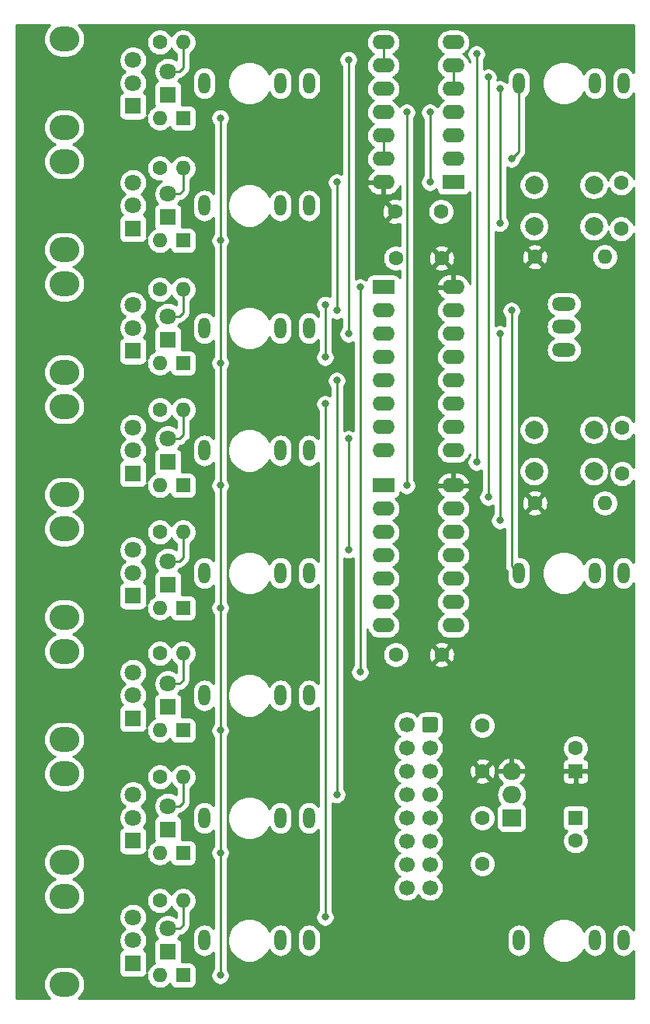
<source format=gbr>
G04 #@! TF.GenerationSoftware,KiCad,Pcbnew,(5.1.9)-1*
G04 #@! TF.CreationDate,2021-04-09T10:44:14+02:00*
G04 #@! TF.ProjectId,Baby 8,42616279-2038-42e6-9b69-6361645f7063,rev?*
G04 #@! TF.SameCoordinates,Original*
G04 #@! TF.FileFunction,Copper,L1,Top*
G04 #@! TF.FilePolarity,Positive*
%FSLAX46Y46*%
G04 Gerber Fmt 4.6, Leading zero omitted, Abs format (unit mm)*
G04 Created by KiCad (PCBNEW (5.1.9)-1) date 2021-04-09 10:44:14*
%MOMM*%
%LPD*%
G01*
G04 APERTURE LIST*
G04 #@! TA.AperFunction,ComponentPad*
%ADD10O,3.240000X2.720000*%
G04 #@! TD*
G04 #@! TA.AperFunction,ComponentPad*
%ADD11C,1.800000*%
G04 #@! TD*
G04 #@! TA.AperFunction,ComponentPad*
%ADD12R,1.800000X1.800000*%
G04 #@! TD*
G04 #@! TA.AperFunction,ComponentPad*
%ADD13O,1.300000X2.300000*%
G04 #@! TD*
G04 #@! TA.AperFunction,ComponentPad*
%ADD14O,1.600000X1.600000*%
G04 #@! TD*
G04 #@! TA.AperFunction,ComponentPad*
%ADD15R,1.600000X1.600000*%
G04 #@! TD*
G04 #@! TA.AperFunction,ComponentPad*
%ADD16C,1.600000*%
G04 #@! TD*
G04 #@! TA.AperFunction,ComponentPad*
%ADD17C,1.700000*%
G04 #@! TD*
G04 #@! TA.AperFunction,ComponentPad*
%ADD18O,2.400000X1.600000*%
G04 #@! TD*
G04 #@! TA.AperFunction,ComponentPad*
%ADD19R,2.400000X1.600000*%
G04 #@! TD*
G04 #@! TA.AperFunction,ComponentPad*
%ADD20O,2.000000X1.905000*%
G04 #@! TD*
G04 #@! TA.AperFunction,ComponentPad*
%ADD21R,2.000000X1.905000*%
G04 #@! TD*
G04 #@! TA.AperFunction,ComponentPad*
%ADD22C,2.000000*%
G04 #@! TD*
G04 #@! TA.AperFunction,ComponentPad*
%ADD23O,2.600000X1.500000*%
G04 #@! TD*
G04 #@! TA.AperFunction,ViaPad*
%ADD24C,0.800000*%
G04 #@! TD*
G04 #@! TA.AperFunction,Conductor*
%ADD25C,0.250000*%
G04 #@! TD*
G04 #@! TA.AperFunction,Conductor*
%ADD26C,0.254000*%
G04 #@! TD*
G04 #@! TA.AperFunction,Conductor*
%ADD27C,0.100000*%
G04 #@! TD*
G04 APERTURE END LIST*
D10*
G04 #@! TO.P,RV8,*
G04 #@! TO.N,*
X5835000Y-105130000D03*
X5835000Y-95530000D03*
D11*
G04 #@! TO.P,RV8,3*
G04 #@! TO.N,Net-(J12-PadT)*
X13335000Y-97830000D03*
G04 #@! TO.P,RV8,2*
G04 #@! TO.N,Net-(D8-Pad2)*
X13335000Y-100330000D03*
D12*
G04 #@! TO.P,RV8,1*
G04 #@! TO.N,GND*
X13335000Y-102830000D03*
G04 #@! TD*
D10*
G04 #@! TO.P,RV7,*
G04 #@! TO.N,*
X5835000Y-91795000D03*
X5835000Y-82195000D03*
D11*
G04 #@! TO.P,RV7,3*
G04 #@! TO.N,Net-(J11-PadT)*
X13335000Y-84495000D03*
G04 #@! TO.P,RV7,2*
G04 #@! TO.N,Net-(D7-Pad2)*
X13335000Y-86995000D03*
D12*
G04 #@! TO.P,RV7,1*
G04 #@! TO.N,GND*
X13335000Y-89495000D03*
G04 #@! TD*
D10*
G04 #@! TO.P,RV6,*
G04 #@! TO.N,*
X5835000Y-78460000D03*
X5835000Y-68860000D03*
D11*
G04 #@! TO.P,RV6,3*
G04 #@! TO.N,Net-(J10-PadT)*
X13335000Y-71160000D03*
G04 #@! TO.P,RV6,2*
G04 #@! TO.N,Net-(D6-Pad2)*
X13335000Y-73660000D03*
D12*
G04 #@! TO.P,RV6,1*
G04 #@! TO.N,GND*
X13335000Y-76160000D03*
G04 #@! TD*
D10*
G04 #@! TO.P,RV5,*
G04 #@! TO.N,*
X5835000Y-65125000D03*
X5835000Y-55525000D03*
D11*
G04 #@! TO.P,RV5,3*
G04 #@! TO.N,Net-(J9-PadT)*
X13335000Y-57825000D03*
G04 #@! TO.P,RV5,2*
G04 #@! TO.N,Net-(D5-Pad2)*
X13335000Y-60325000D03*
D12*
G04 #@! TO.P,RV5,1*
G04 #@! TO.N,GND*
X13335000Y-62825000D03*
G04 #@! TD*
D10*
G04 #@! TO.P,RV4,*
G04 #@! TO.N,*
X5835000Y-51790000D03*
X5835000Y-42190000D03*
D11*
G04 #@! TO.P,RV4,3*
G04 #@! TO.N,Net-(J8-PadT)*
X13335000Y-44490000D03*
G04 #@! TO.P,RV4,2*
G04 #@! TO.N,Net-(D4-Pad2)*
X13335000Y-46990000D03*
D12*
G04 #@! TO.P,RV4,1*
G04 #@! TO.N,GND*
X13335000Y-49490000D03*
G04 #@! TD*
D10*
G04 #@! TO.P,RV3,*
G04 #@! TO.N,*
X5835000Y-38455000D03*
X5835000Y-28855000D03*
D11*
G04 #@! TO.P,RV3,3*
G04 #@! TO.N,Net-(J7-PadT)*
X13335000Y-31155000D03*
G04 #@! TO.P,RV3,2*
G04 #@! TO.N,Net-(D3-Pad2)*
X13335000Y-33655000D03*
D12*
G04 #@! TO.P,RV3,1*
G04 #@! TO.N,GND*
X13335000Y-36155000D03*
G04 #@! TD*
D10*
G04 #@! TO.P,RV2,*
G04 #@! TO.N,*
X5835000Y-25120000D03*
X5835000Y-15520000D03*
D11*
G04 #@! TO.P,RV2,3*
G04 #@! TO.N,Net-(J6-PadT)*
X13335000Y-17820000D03*
G04 #@! TO.P,RV2,2*
G04 #@! TO.N,Net-(D2-Pad2)*
X13335000Y-20320000D03*
D12*
G04 #@! TO.P,RV2,1*
G04 #@! TO.N,GND*
X13335000Y-22820000D03*
G04 #@! TD*
D10*
G04 #@! TO.P,RV1,*
G04 #@! TO.N,*
X5835000Y-11785000D03*
X5835000Y-2185000D03*
D11*
G04 #@! TO.P,RV1,3*
G04 #@! TO.N,Net-(J5-PadT)*
X13335000Y-4485000D03*
G04 #@! TO.P,RV1,2*
G04 #@! TO.N,Net-(D1-Pad2)*
X13335000Y-6985000D03*
D12*
G04 #@! TO.P,RV1,1*
G04 #@! TO.N,GND*
X13335000Y-9485000D03*
G04 #@! TD*
D13*
G04 #@! TO.P,J5,T*
G04 #@! TO.N,Net-(J5-PadT)*
X21115000Y-6985000D03*
G04 #@! TO.P,J5,TN*
G04 #@! TO.N,N/C*
X29415000Y-6985000D03*
G04 #@! TO.P,J5,S*
G04 #@! TO.N,GND*
X32515000Y-6985000D03*
G04 #@! TD*
G04 #@! TO.P,J12,T*
G04 #@! TO.N,Net-(J12-PadT)*
X21115000Y-100330000D03*
G04 #@! TO.P,J12,TN*
G04 #@! TO.N,N/C*
X29415000Y-100330000D03*
G04 #@! TO.P,J12,S*
G04 #@! TO.N,GND*
X32515000Y-100330000D03*
G04 #@! TD*
G04 #@! TO.P,J11,T*
G04 #@! TO.N,Net-(J11-PadT)*
X21115000Y-86995000D03*
G04 #@! TO.P,J11,TN*
G04 #@! TO.N,N/C*
X29415000Y-86995000D03*
G04 #@! TO.P,J11,S*
G04 #@! TO.N,GND*
X32515000Y-86995000D03*
G04 #@! TD*
G04 #@! TO.P,J10,T*
G04 #@! TO.N,Net-(J10-PadT)*
X21115000Y-73660000D03*
G04 #@! TO.P,J10,TN*
G04 #@! TO.N,N/C*
X29415000Y-73660000D03*
G04 #@! TO.P,J10,S*
G04 #@! TO.N,GND*
X32515000Y-73660000D03*
G04 #@! TD*
G04 #@! TO.P,J9,T*
G04 #@! TO.N,Net-(J9-PadT)*
X21115000Y-60325000D03*
G04 #@! TO.P,J9,TN*
G04 #@! TO.N,N/C*
X29415000Y-60325000D03*
G04 #@! TO.P,J9,S*
G04 #@! TO.N,GND*
X32515000Y-60325000D03*
G04 #@! TD*
G04 #@! TO.P,J8,T*
G04 #@! TO.N,Net-(J8-PadT)*
X21115000Y-46990000D03*
G04 #@! TO.P,J8,TN*
G04 #@! TO.N,N/C*
X29415000Y-46990000D03*
G04 #@! TO.P,J8,S*
G04 #@! TO.N,GND*
X32515000Y-46990000D03*
G04 #@! TD*
G04 #@! TO.P,J7,T*
G04 #@! TO.N,Net-(J7-PadT)*
X21115000Y-33655000D03*
G04 #@! TO.P,J7,TN*
G04 #@! TO.N,N/C*
X29415000Y-33655000D03*
G04 #@! TO.P,J7,S*
G04 #@! TO.N,GND*
X32515000Y-33655000D03*
G04 #@! TD*
G04 #@! TO.P,J6,T*
G04 #@! TO.N,Net-(J6-PadT)*
X21115000Y-20320000D03*
G04 #@! TO.P,J6,TN*
G04 #@! TO.N,N/C*
X29415000Y-20320000D03*
G04 #@! TO.P,J6,S*
G04 #@! TO.N,GND*
X32515000Y-20320000D03*
G04 #@! TD*
G04 #@! TO.P,J4,T*
G04 #@! TO.N,RESET*
X55405000Y-60325000D03*
G04 #@! TO.P,J4,TN*
G04 #@! TO.N,N/C*
X63705000Y-60325000D03*
G04 #@! TO.P,J4,S*
G04 #@! TO.N,GND*
X66805000Y-60325000D03*
G04 #@! TD*
G04 #@! TO.P,J3,T*
G04 #@! TO.N,CLOCK*
X55405000Y-6985000D03*
G04 #@! TO.P,J3,TN*
G04 #@! TO.N,N/C*
X63705000Y-6985000D03*
G04 #@! TO.P,J3,S*
G04 #@! TO.N,GND*
X66805000Y-6985000D03*
G04 #@! TD*
G04 #@! TO.P,J2,T*
G04 #@! TO.N,CV*
X55405000Y-100330000D03*
G04 #@! TO.P,J2,TN*
G04 #@! TO.N,N/C*
X63705000Y-100330000D03*
G04 #@! TO.P,J2,S*
G04 #@! TO.N,GND*
X66805000Y-100330000D03*
G04 #@! TD*
D14*
G04 #@! TO.P,D8,2*
G04 #@! TO.N,Net-(D8-Pad2)*
X16256000Y-104140000D03*
D15*
G04 #@! TO.P,D8,1*
G04 #@! TO.N,CV*
X18796000Y-104140000D03*
G04 #@! TD*
D14*
G04 #@! TO.P,D7,2*
G04 #@! TO.N,Net-(D7-Pad2)*
X16256000Y-90805000D03*
D15*
G04 #@! TO.P,D7,1*
G04 #@! TO.N,CV*
X18796000Y-90805000D03*
G04 #@! TD*
D14*
G04 #@! TO.P,D6,2*
G04 #@! TO.N,Net-(D6-Pad2)*
X16256000Y-77470000D03*
D15*
G04 #@! TO.P,D6,1*
G04 #@! TO.N,CV*
X18796000Y-77470000D03*
G04 #@! TD*
D14*
G04 #@! TO.P,D5,2*
G04 #@! TO.N,Net-(D5-Pad2)*
X16256000Y-64135000D03*
D15*
G04 #@! TO.P,D5,1*
G04 #@! TO.N,CV*
X18796000Y-64135000D03*
G04 #@! TD*
D14*
G04 #@! TO.P,D4,2*
G04 #@! TO.N,Net-(D4-Pad2)*
X16256000Y-50800000D03*
D15*
G04 #@! TO.P,D4,1*
G04 #@! TO.N,CV*
X18796000Y-50800000D03*
G04 #@! TD*
D14*
G04 #@! TO.P,D3,2*
G04 #@! TO.N,Net-(D3-Pad2)*
X16256000Y-37465000D03*
D15*
G04 #@! TO.P,D3,1*
G04 #@! TO.N,CV*
X18796000Y-37465000D03*
G04 #@! TD*
D14*
G04 #@! TO.P,D2,2*
G04 #@! TO.N,Net-(D2-Pad2)*
X16256000Y-24130000D03*
D15*
G04 #@! TO.P,D2,1*
G04 #@! TO.N,CV*
X18796000Y-24130000D03*
G04 #@! TD*
D14*
G04 #@! TO.P,D1,2*
G04 #@! TO.N,Net-(D1-Pad2)*
X16256000Y-10795000D03*
D15*
G04 #@! TO.P,D1,1*
G04 #@! TO.N,CV*
X18796000Y-10795000D03*
G04 #@! TD*
D14*
G04 #@! TO.P,R10,2*
G04 #@! TO.N,Net-(D16-Pad2)*
X18796000Y-96012000D03*
D16*
G04 #@! TO.P,R10,1*
G04 #@! TO.N,Net-(J12-PadT)*
X16256000Y-96012000D03*
G04 #@! TD*
D14*
G04 #@! TO.P,R9,2*
G04 #@! TO.N,Net-(D15-Pad2)*
X18796000Y-82550000D03*
D16*
G04 #@! TO.P,R9,1*
G04 #@! TO.N,Net-(J11-PadT)*
X16256000Y-82550000D03*
G04 #@! TD*
D14*
G04 #@! TO.P,R8,2*
G04 #@! TO.N,Net-(D14-Pad2)*
X18796000Y-69088000D03*
D16*
G04 #@! TO.P,R8,1*
G04 #@! TO.N,Net-(J10-PadT)*
X16256000Y-69088000D03*
G04 #@! TD*
D14*
G04 #@! TO.P,R7,2*
G04 #@! TO.N,Net-(D13-Pad2)*
X18796000Y-55880000D03*
D16*
G04 #@! TO.P,R7,1*
G04 #@! TO.N,Net-(J9-PadT)*
X16256000Y-55880000D03*
G04 #@! TD*
D14*
G04 #@! TO.P,R6,2*
G04 #@! TO.N,Net-(D12-Pad2)*
X18840000Y-42545000D03*
D16*
G04 #@! TO.P,R6,1*
G04 #@! TO.N,Net-(J8-PadT)*
X16300000Y-42545000D03*
G04 #@! TD*
D14*
G04 #@! TO.P,R5,2*
G04 #@! TO.N,Net-(D11-Pad2)*
X18796000Y-29464000D03*
D16*
G04 #@! TO.P,R5,1*
G04 #@! TO.N,Net-(J7-PadT)*
X16256000Y-29464000D03*
G04 #@! TD*
D14*
G04 #@! TO.P,R4,2*
G04 #@! TO.N,Net-(D10-Pad2)*
X18796000Y-16256000D03*
D16*
G04 #@! TO.P,R4,1*
G04 #@! TO.N,Net-(J6-PadT)*
X16256000Y-16256000D03*
G04 #@! TD*
D14*
G04 #@! TO.P,R3,2*
G04 #@! TO.N,Net-(D9-Pad2)*
X18796000Y-2540000D03*
D16*
G04 #@! TO.P,R3,1*
G04 #@! TO.N,Net-(J5-PadT)*
X16256000Y-2540000D03*
G04 #@! TD*
D17*
G04 #@! TO.P,J1,16*
G04 #@! TO.N,N/C*
X43180000Y-94615000D03*
G04 #@! TO.P,J1,14*
X43180000Y-92075000D03*
G04 #@! TO.P,J1,12*
G04 #@! TO.N,+5V*
X43180000Y-89535000D03*
G04 #@! TO.P,J1,10*
G04 #@! TO.N,+12V*
X43180000Y-86995000D03*
G04 #@! TO.P,J1,8*
G04 #@! TO.N,GND*
X43180000Y-84455000D03*
G04 #@! TO.P,J1,6*
X43180000Y-81915000D03*
G04 #@! TO.P,J1,4*
X43180000Y-79375000D03*
G04 #@! TO.P,J1,2*
G04 #@! TO.N,-12V*
X43180000Y-76835000D03*
G04 #@! TO.P,J1,15*
G04 #@! TO.N,N/C*
X45720000Y-94615000D03*
G04 #@! TO.P,J1,13*
X45720000Y-92075000D03*
G04 #@! TO.P,J1,11*
G04 #@! TO.N,+5V*
X45720000Y-89535000D03*
G04 #@! TO.P,J1,9*
G04 #@! TO.N,+12V*
X45720000Y-86995000D03*
G04 #@! TO.P,J1,7*
G04 #@! TO.N,GND*
X45720000Y-84455000D03*
G04 #@! TO.P,J1,5*
X45720000Y-81915000D03*
G04 #@! TO.P,J1,3*
X45720000Y-79375000D03*
G04 #@! TO.P,J1,1*
G04 #@! TO.N,-12V*
G04 #@! TA.AperFunction,ComponentPad*
G36*
G01*
X46570000Y-76235000D02*
X46570000Y-77435000D01*
G75*
G02*
X46320000Y-77685000I-250000J0D01*
G01*
X45120000Y-77685000D01*
G75*
G02*
X44870000Y-77435000I0J250000D01*
G01*
X44870000Y-76235000D01*
G75*
G02*
X45120000Y-75985000I250000J0D01*
G01*
X46320000Y-75985000D01*
G75*
G02*
X46570000Y-76235000I0J-250000D01*
G01*
G37*
G04 #@! TD.AperFunction*
G04 #@! TD*
D16*
G04 #@! TO.P,C9,2*
G04 #@! TO.N,GND*
X61595000Y-79415000D03*
D15*
G04 #@! TO.P,C9,1*
G04 #@! TO.N,+9V*
X61595000Y-81915000D03*
G04 #@! TD*
D16*
G04 #@! TO.P,C8,2*
G04 #@! TO.N,GND*
X61595000Y-89495000D03*
D15*
G04 #@! TO.P,C8,1*
G04 #@! TO.N,+12V*
X61595000Y-86995000D03*
G04 #@! TD*
D18*
G04 #@! TO.P,U3,16*
G04 #@! TO.N,+9V*
X48260000Y-29210000D03*
G04 #@! TO.P,U3,8*
G04 #@! TO.N,GND*
X40640000Y-46990000D03*
G04 #@! TO.P,U3,15*
G04 #@! TO.N,RESET*
X48260000Y-31750000D03*
G04 #@! TO.P,U3,7*
G04 #@! TO.N,Net-(J8-PadT)*
X40640000Y-44450000D03*
G04 #@! TO.P,U3,14*
G04 #@! TO.N,Net-(U2-Pad3)*
X48260000Y-34290000D03*
G04 #@! TO.P,U3,6*
G04 #@! TO.N,Net-(J12-PadT)*
X40640000Y-41910000D03*
G04 #@! TO.P,U3,13*
G04 #@! TO.N,GND*
X48260000Y-36830000D03*
G04 #@! TO.P,U3,5*
G04 #@! TO.N,Net-(J11-PadT)*
X40640000Y-39370000D03*
G04 #@! TO.P,U3,12*
G04 #@! TO.N,N/C*
X48260000Y-39370000D03*
G04 #@! TO.P,U3,4*
G04 #@! TO.N,Net-(J7-PadT)*
X40640000Y-36830000D03*
G04 #@! TO.P,U3,11*
G04 #@! TO.N,N/C*
X48260000Y-41910000D03*
G04 #@! TO.P,U3,3*
G04 #@! TO.N,Net-(J5-PadT)*
X40640000Y-34290000D03*
G04 #@! TO.P,U3,10*
G04 #@! TO.N,Net-(J9-PadT)*
X48260000Y-44450000D03*
G04 #@! TO.P,U3,2*
G04 #@! TO.N,Net-(J6-PadT)*
X40640000Y-31750000D03*
G04 #@! TO.P,U3,9*
G04 #@! TO.N,N/C*
X48260000Y-46990000D03*
D19*
G04 #@! TO.P,U3,1*
G04 #@! TO.N,Net-(J10-PadT)*
X40640000Y-29210000D03*
G04 #@! TD*
D16*
G04 #@! TO.P,C7,2*
G04 #@! TO.N,GND*
X41990000Y-26035000D03*
G04 #@! TO.P,C7,1*
G04 #@! TO.N,+9V*
X46990000Y-26035000D03*
G04 #@! TD*
G04 #@! TO.P,C6,2*
G04 #@! TO.N,GND*
X41990000Y-69215000D03*
G04 #@! TO.P,C6,1*
G04 #@! TO.N,+9V*
X46990000Y-69215000D03*
G04 #@! TD*
G04 #@! TO.P,C5,2*
G04 #@! TO.N,GND*
X46910000Y-20955000D03*
G04 #@! TO.P,C5,1*
G04 #@! TO.N,+9V*
X41910000Y-20955000D03*
G04 #@! TD*
D20*
G04 #@! TO.P,U4,3*
G04 #@! TO.N,+9V*
X54610000Y-81915000D03*
G04 #@! TO.P,U4,2*
G04 #@! TO.N,GND*
X54610000Y-84455000D03*
D21*
G04 #@! TO.P,U4,1*
G04 #@! TO.N,+12V*
X54610000Y-86995000D03*
G04 #@! TD*
D16*
G04 #@! TO.P,C4,2*
G04 #@! TO.N,GND*
X51435000Y-76915000D03*
G04 #@! TO.P,C4,1*
G04 #@! TO.N,+9V*
X51435000Y-81915000D03*
G04 #@! TD*
G04 #@! TO.P,C3,2*
G04 #@! TO.N,GND*
X51435000Y-91995000D03*
G04 #@! TO.P,C3,1*
G04 #@! TO.N,+12V*
X51435000Y-86995000D03*
G04 #@! TD*
D11*
G04 #@! TO.P,D16,2*
G04 #@! TO.N,Net-(D16-Pad2)*
X17145000Y-99060000D03*
D12*
G04 #@! TO.P,D16,1*
G04 #@! TO.N,GND*
X17145000Y-101600000D03*
G04 #@! TD*
D11*
G04 #@! TO.P,D15,2*
G04 #@! TO.N,Net-(D15-Pad2)*
X17145000Y-85725000D03*
D12*
G04 #@! TO.P,D15,1*
G04 #@! TO.N,GND*
X17145000Y-88265000D03*
G04 #@! TD*
D11*
G04 #@! TO.P,D14,2*
G04 #@! TO.N,Net-(D14-Pad2)*
X17145000Y-72390000D03*
D12*
G04 #@! TO.P,D14,1*
G04 #@! TO.N,GND*
X17145000Y-74930000D03*
G04 #@! TD*
D11*
G04 #@! TO.P,D13,2*
G04 #@! TO.N,Net-(D13-Pad2)*
X17145000Y-59055000D03*
D12*
G04 #@! TO.P,D13,1*
G04 #@! TO.N,GND*
X17145000Y-61595000D03*
G04 #@! TD*
D11*
G04 #@! TO.P,D12,2*
G04 #@! TO.N,Net-(D12-Pad2)*
X17145000Y-45720000D03*
D12*
G04 #@! TO.P,D12,1*
G04 #@! TO.N,GND*
X17145000Y-48260000D03*
G04 #@! TD*
D11*
G04 #@! TO.P,D11,2*
G04 #@! TO.N,Net-(D11-Pad2)*
X17145000Y-32385000D03*
D12*
G04 #@! TO.P,D11,1*
G04 #@! TO.N,GND*
X17145000Y-34925000D03*
G04 #@! TD*
D11*
G04 #@! TO.P,D10,2*
G04 #@! TO.N,Net-(D10-Pad2)*
X17145000Y-19050000D03*
D12*
G04 #@! TO.P,D10,1*
G04 #@! TO.N,GND*
X17145000Y-21590000D03*
G04 #@! TD*
D11*
G04 #@! TO.P,D9,2*
G04 #@! TO.N,Net-(D9-Pad2)*
X17145000Y-5715000D03*
D12*
G04 #@! TO.P,D9,1*
G04 #@! TO.N,GND*
X17145000Y-8255000D03*
G04 #@! TD*
D18*
G04 #@! TO.P,U2,14*
G04 #@! TO.N,+9V*
X48260000Y-50800000D03*
G04 #@! TO.P,U2,7*
G04 #@! TO.N,GND*
X40640000Y-66040000D03*
G04 #@! TO.P,U2,13*
G04 #@! TO.N,N/C*
X48260000Y-53340000D03*
G04 #@! TO.P,U2,6*
X40640000Y-63500000D03*
G04 #@! TO.P,U2,12*
X48260000Y-55880000D03*
G04 #@! TO.P,U2,5*
X40640000Y-60960000D03*
G04 #@! TO.P,U2,11*
X48260000Y-58420000D03*
G04 #@! TO.P,U2,4*
X40640000Y-58420000D03*
G04 #@! TO.P,U2,10*
X48260000Y-60960000D03*
G04 #@! TO.P,U2,3*
G04 #@! TO.N,Net-(U2-Pad3)*
X40640000Y-55880000D03*
G04 #@! TO.P,U2,9*
G04 #@! TO.N,N/C*
X48260000Y-63500000D03*
G04 #@! TO.P,U2,2*
G04 #@! TO.N,STEP*
X40640000Y-53340000D03*
G04 #@! TO.P,U2,8*
G04 #@! TO.N,N/C*
X48260000Y-66040000D03*
D19*
G04 #@! TO.P,U2,1*
G04 #@! TO.N,Net-(U1-Pad11)*
X40640000Y-50800000D03*
G04 #@! TD*
D18*
G04 #@! TO.P,U1,14*
G04 #@! TO.N,+9V*
X40640000Y-17780000D03*
G04 #@! TO.P,U1,7*
G04 #@! TO.N,GND*
X48260000Y-2540000D03*
G04 #@! TO.P,U1,13*
G04 #@! TO.N,Net-(U1-Pad12)*
X40640000Y-15240000D03*
G04 #@! TO.P,U1,6*
G04 #@! TO.N,Net-(C1-Pad1)*
X48260000Y-5080000D03*
G04 #@! TO.P,U1,12*
G04 #@! TO.N,Net-(U1-Pad12)*
X40640000Y-12700000D03*
G04 #@! TO.P,U1,5*
G04 #@! TO.N,Net-(C1-Pad1)*
X48260000Y-7620000D03*
G04 #@! TO.P,U1,11*
G04 #@! TO.N,Net-(U1-Pad11)*
X40640000Y-10160000D03*
G04 #@! TO.P,U1,4*
G04 #@! TO.N,HOLD*
X48260000Y-10160000D03*
G04 #@! TO.P,U1,10*
G04 #@! TO.N,STEP*
X40640000Y-7620000D03*
G04 #@! TO.P,U1,3*
G04 #@! TO.N,Net-(U1-Pad12)*
X48260000Y-12700000D03*
G04 #@! TO.P,U1,9*
G04 #@! TO.N,Net-(C2-Pad1)*
X40640000Y-5080000D03*
G04 #@! TO.P,U1,2*
G04 #@! TO.N,CLOCK*
X48260000Y-15240000D03*
G04 #@! TO.P,U1,8*
G04 #@! TO.N,Net-(C2-Pad1)*
X40640000Y-2540000D03*
D19*
G04 #@! TO.P,U1,1*
G04 #@! TO.N,HOLD*
X48260000Y-17780000D03*
G04 #@! TD*
D22*
G04 #@! TO.P,SW3,1*
G04 #@! TO.N,GND*
X63575000Y-44740000D03*
G04 #@! TO.P,SW3,2*
G04 #@! TO.N,Net-(C2-Pad1)*
X63575000Y-49240000D03*
G04 #@! TO.P,SW3,1*
G04 #@! TO.N,GND*
X57075000Y-44740000D03*
G04 #@! TO.P,SW3,2*
G04 #@! TO.N,Net-(C2-Pad1)*
X57075000Y-49240000D03*
G04 #@! TD*
G04 #@! TO.P,SW2,1*
G04 #@! TO.N,GND*
X63575000Y-18070000D03*
G04 #@! TO.P,SW2,2*
G04 #@! TO.N,Net-(C1-Pad1)*
X63575000Y-22570000D03*
G04 #@! TO.P,SW2,1*
G04 #@! TO.N,GND*
X57075000Y-18070000D03*
G04 #@! TO.P,SW2,2*
G04 #@! TO.N,Net-(C1-Pad1)*
X57075000Y-22570000D03*
G04 #@! TD*
D23*
G04 #@! TO.P,SW1,3*
G04 #@! TO.N,N/C*
X60325000Y-31028000D03*
G04 #@! TO.P,SW1,2*
G04 #@! TO.N,Net-(C1-Pad1)*
X60325000Y-36028000D03*
G04 #@! TO.P,SW1,1*
G04 #@! TO.N,GND*
X60325000Y-33528000D03*
G04 #@! TD*
D14*
G04 #@! TO.P,R2,2*
G04 #@! TO.N,Net-(C2-Pad1)*
X64770000Y-52705000D03*
D16*
G04 #@! TO.P,R2,1*
G04 #@! TO.N,+9V*
X57150000Y-52705000D03*
G04 #@! TD*
D14*
G04 #@! TO.P,R1,2*
G04 #@! TO.N,Net-(C1-Pad1)*
X64770000Y-25908000D03*
D16*
G04 #@! TO.P,R1,1*
G04 #@! TO.N,+9V*
X57150000Y-25908000D03*
G04 #@! TD*
G04 #@! TO.P,C2,2*
G04 #@! TO.N,GND*
X66675000Y-44530000D03*
G04 #@! TO.P,C2,1*
G04 #@! TO.N,Net-(C2-Pad1)*
X66675000Y-49530000D03*
G04 #@! TD*
G04 #@! TO.P,C1,2*
G04 #@! TO.N,GND*
X66548000Y-17860000D03*
G04 #@! TO.P,C1,1*
G04 #@! TO.N,Net-(C1-Pad1)*
X66548000Y-22860000D03*
G04 #@! TD*
D24*
G04 #@! TO.N,Net-(C1-Pad1)*
X53340000Y-7620000D03*
X53340000Y-22225000D03*
G04 #@! TO.N,Net-(C2-Pad1)*
X50800000Y-3810000D03*
X50800000Y-48260000D03*
G04 #@! TO.N,Net-(U1-Pad11)*
X43180000Y-50800000D03*
X43180000Y-10160000D03*
G04 #@! TO.N,HOLD*
X45720000Y-10160000D03*
X45720000Y-17780000D03*
G04 #@! TO.N,STEP*
X52070000Y-6350000D03*
X52070000Y-52070000D03*
G04 #@! TO.N,CLOCK*
X54610000Y-15240000D03*
G04 #@! TO.N,Net-(U2-Pad3)*
X53340000Y-54610000D03*
X53340000Y-34290000D03*
G04 #@! TO.N,RESET*
X54610000Y-31750000D03*
G04 #@! TO.N,Net-(J5-PadT)*
X36830000Y-4445000D03*
X36830000Y-34290000D03*
G04 #@! TO.N,Net-(J6-PadT)*
X35560000Y-17780000D03*
X35560000Y-31750000D03*
G04 #@! TO.N,Net-(J7-PadT)*
X34290000Y-31115000D03*
X34290000Y-36830000D03*
G04 #@! TO.N,Net-(J9-PadT)*
X36830000Y-57785000D03*
X36830000Y-45720000D03*
G04 #@! TO.N,Net-(J10-PadT)*
X38100000Y-71120000D03*
X38100000Y-29210000D03*
G04 #@! TO.N,Net-(J11-PadT)*
X35560000Y-84455000D03*
X35560000Y-39370000D03*
G04 #@! TO.N,Net-(J12-PadT)*
X34290000Y-97790000D03*
X34290000Y-41910000D03*
G04 #@! TO.N,CV*
X22860000Y-104140000D03*
X22860000Y-90805000D03*
X22860000Y-37465000D03*
X22860000Y-50800000D03*
X22860000Y-64135000D03*
X22860000Y-77470000D03*
X22860000Y-10795000D03*
X22860000Y-24130000D03*
G04 #@! TD*
D25*
G04 #@! TO.N,Net-(C1-Pad1)*
X48260000Y-7620000D02*
X48260000Y-5080000D01*
X53340000Y-7620000D02*
X53340000Y-22225000D01*
X53340000Y-22225000D02*
X53340000Y-22225000D01*
G04 #@! TO.N,Net-(C2-Pad1)*
X40640000Y-2540000D02*
X40640000Y-5080000D01*
X50800000Y-3810000D02*
X50800000Y-48260000D01*
X50800000Y-48260000D02*
X50800000Y-48260000D01*
G04 #@! TO.N,Net-(U1-Pad12)*
X40640000Y-12700000D02*
X40640000Y-15240000D01*
G04 #@! TO.N,Net-(U1-Pad11)*
X43180000Y-50800000D02*
X43180000Y-10160000D01*
X43180000Y-10160000D02*
X43180000Y-10160000D01*
G04 #@! TO.N,HOLD*
X45720000Y-10160000D02*
X45720000Y-17780000D01*
G04 #@! TO.N,STEP*
X52070000Y-6350000D02*
X52070000Y-47626410D01*
X52070000Y-47626410D02*
X52070000Y-52070000D01*
X52070000Y-52070000D02*
X52070000Y-52070000D01*
G04 #@! TO.N,CLOCK*
X55405000Y-14445000D02*
X54610000Y-15240000D01*
X55405000Y-6985000D02*
X55405000Y-14445000D01*
G04 #@! TO.N,Net-(U2-Pad3)*
X53340000Y-54610000D02*
X53340000Y-34290000D01*
X53340000Y-34290000D02*
X53340000Y-34290000D01*
G04 #@! TO.N,RESET*
X54610000Y-59530000D02*
X55405000Y-60325000D01*
X54610000Y-31750000D02*
X54610000Y-59530000D01*
G04 #@! TO.N,Net-(J5-PadT)*
X36830000Y-4445000D02*
X36830000Y-34290000D01*
X36830000Y-34290000D02*
X36830000Y-34290000D01*
G04 #@! TO.N,Net-(J6-PadT)*
X35560000Y-17780000D02*
X35560000Y-31750000D01*
X35560000Y-31750000D02*
X35560000Y-31750000D01*
G04 #@! TO.N,Net-(J7-PadT)*
X34290000Y-31115000D02*
X34290000Y-36830000D01*
X34290000Y-36830000D02*
X34290000Y-36830000D01*
G04 #@! TO.N,Net-(J9-PadT)*
X36830000Y-57785000D02*
X36830000Y-45720000D01*
X36830000Y-45720000D02*
X36830000Y-45720000D01*
G04 #@! TO.N,Net-(J10-PadT)*
X38100000Y-71120000D02*
X38100000Y-29210000D01*
X38100000Y-29210000D02*
X38100000Y-29210000D01*
G04 #@! TO.N,Net-(J11-PadT)*
X35560000Y-84455000D02*
X35560000Y-39370000D01*
X35560000Y-39370000D02*
X35560000Y-39370000D01*
G04 #@! TO.N,Net-(J12-PadT)*
X34290000Y-97790000D02*
X34290000Y-73556128D01*
X34290000Y-73556128D02*
X34290000Y-41910000D01*
X34290000Y-41910000D02*
X34290000Y-41910000D01*
G04 #@! TO.N,Net-(D9-Pad2)*
X18796000Y-2540000D02*
X18796000Y-5334000D01*
X18415000Y-5715000D02*
X17145000Y-5715000D01*
X18796000Y-5334000D02*
X18415000Y-5715000D01*
G04 #@! TO.N,Net-(D10-Pad2)*
X18796000Y-16256000D02*
X18796000Y-18669000D01*
X18415000Y-19050000D02*
X17145000Y-19050000D01*
X18796000Y-18669000D02*
X18415000Y-19050000D01*
G04 #@! TO.N,Net-(D11-Pad2)*
X18796000Y-29464000D02*
X18796000Y-32004000D01*
X18415000Y-32385000D02*
X17145000Y-32385000D01*
X18796000Y-32004000D02*
X18415000Y-32385000D01*
G04 #@! TO.N,Net-(D12-Pad2)*
X18840000Y-42545000D02*
X18840000Y-45295000D01*
X18415000Y-45720000D02*
X17145000Y-45720000D01*
X18840000Y-45295000D02*
X18415000Y-45720000D01*
G04 #@! TO.N,Net-(D13-Pad2)*
X18796000Y-55880000D02*
X18796000Y-58674000D01*
X18415000Y-59055000D02*
X17145000Y-59055000D01*
X18796000Y-58674000D02*
X18415000Y-59055000D01*
G04 #@! TO.N,Net-(D14-Pad2)*
X18796000Y-69088000D02*
X18796000Y-72009000D01*
X18415000Y-72390000D02*
X17145000Y-72390000D01*
X18796000Y-72009000D02*
X18415000Y-72390000D01*
G04 #@! TO.N,Net-(D15-Pad2)*
X18796000Y-82550000D02*
X18796000Y-85344000D01*
X18415000Y-85725000D02*
X17145000Y-85725000D01*
X18796000Y-85344000D02*
X18415000Y-85725000D01*
G04 #@! TO.N,Net-(D16-Pad2)*
X18796000Y-96012000D02*
X18796000Y-98679000D01*
X18415000Y-99060000D02*
X17145000Y-99060000D01*
X18796000Y-98679000D02*
X18415000Y-99060000D01*
G04 #@! TO.N,CV*
X22860000Y-104140000D02*
X22860000Y-90805000D01*
X22860000Y-90805000D02*
X22860000Y-77470000D01*
X22860000Y-77470000D02*
X22860000Y-64135000D01*
X22860000Y-64135000D02*
X22860000Y-50800000D01*
X22860000Y-50800000D02*
X22860000Y-37465000D01*
X22860000Y-10795000D02*
X22860000Y-24130000D01*
X22860000Y-24130000D02*
X22860000Y-37465000D01*
G04 #@! TD*
D26*
G04 #@! TO.N,+9V*
X4157497Y-767497D02*
X3908193Y-1071275D01*
X3722943Y-1417853D01*
X3608867Y-1793912D01*
X3570348Y-2185000D01*
X3608867Y-2576088D01*
X3722943Y-2952147D01*
X3908193Y-3298725D01*
X4157497Y-3602503D01*
X4461275Y-3851807D01*
X4807853Y-4037057D01*
X5183912Y-4151133D01*
X5477002Y-4180000D01*
X6192998Y-4180000D01*
X6486088Y-4151133D01*
X6862147Y-4037057D01*
X7208725Y-3851807D01*
X7512503Y-3602503D01*
X7761807Y-3298725D01*
X7947057Y-2952147D01*
X8061133Y-2576088D01*
X8099652Y-2185000D01*
X8061133Y-1793912D01*
X7947057Y-1417853D01*
X7761807Y-1071275D01*
X7512503Y-767497D01*
X7381517Y-660000D01*
X67920000Y-660000D01*
X67920000Y-5845077D01*
X67878608Y-5767638D01*
X67718028Y-5571972D01*
X67522361Y-5411392D01*
X67299126Y-5292071D01*
X67056903Y-5218593D01*
X66805000Y-5193783D01*
X66553096Y-5218593D01*
X66310873Y-5292071D01*
X66087638Y-5411392D01*
X65891972Y-5571972D01*
X65731392Y-5767639D01*
X65612071Y-5990874D01*
X65538593Y-6233097D01*
X65520000Y-6421878D01*
X65520000Y-7548123D01*
X65538593Y-7736904D01*
X65612071Y-7979127D01*
X65731392Y-8202362D01*
X65891973Y-8398028D01*
X66087639Y-8558608D01*
X66310874Y-8677929D01*
X66553097Y-8751407D01*
X66805000Y-8776217D01*
X67056904Y-8751407D01*
X67299127Y-8677929D01*
X67522362Y-8558608D01*
X67718028Y-8398028D01*
X67878608Y-8202362D01*
X67920000Y-8124922D01*
X67920000Y-17422468D01*
X67819680Y-17180273D01*
X67662637Y-16945241D01*
X67462759Y-16745363D01*
X67227727Y-16588320D01*
X66966574Y-16480147D01*
X66689335Y-16425000D01*
X66406665Y-16425000D01*
X66129426Y-16480147D01*
X65868273Y-16588320D01*
X65633241Y-16745363D01*
X65433363Y-16945241D01*
X65276320Y-17180273D01*
X65168147Y-17441426D01*
X65140960Y-17578101D01*
X65023918Y-17295537D01*
X64844987Y-17027748D01*
X64617252Y-16800013D01*
X64349463Y-16621082D01*
X64051912Y-16497832D01*
X63736033Y-16435000D01*
X63413967Y-16435000D01*
X63098088Y-16497832D01*
X62800537Y-16621082D01*
X62532748Y-16800013D01*
X62305013Y-17027748D01*
X62126082Y-17295537D01*
X62002832Y-17593088D01*
X61940000Y-17908967D01*
X61940000Y-18231033D01*
X62002832Y-18546912D01*
X62126082Y-18844463D01*
X62305013Y-19112252D01*
X62532748Y-19339987D01*
X62800537Y-19518918D01*
X63098088Y-19642168D01*
X63413967Y-19705000D01*
X63736033Y-19705000D01*
X64051912Y-19642168D01*
X64349463Y-19518918D01*
X64617252Y-19339987D01*
X64844987Y-19112252D01*
X65023918Y-18844463D01*
X65147168Y-18546912D01*
X65190033Y-18331412D01*
X65276320Y-18539727D01*
X65433363Y-18774759D01*
X65633241Y-18974637D01*
X65868273Y-19131680D01*
X66129426Y-19239853D01*
X66406665Y-19295000D01*
X66689335Y-19295000D01*
X66966574Y-19239853D01*
X67227727Y-19131680D01*
X67462759Y-18974637D01*
X67662637Y-18774759D01*
X67819680Y-18539727D01*
X67920000Y-18297532D01*
X67920000Y-22422468D01*
X67819680Y-22180273D01*
X67662637Y-21945241D01*
X67462759Y-21745363D01*
X67227727Y-21588320D01*
X66966574Y-21480147D01*
X66689335Y-21425000D01*
X66406665Y-21425000D01*
X66129426Y-21480147D01*
X65868273Y-21588320D01*
X65633241Y-21745363D01*
X65433363Y-21945241D01*
X65276320Y-22180273D01*
X65200784Y-22362634D01*
X65147168Y-22093088D01*
X65023918Y-21795537D01*
X64844987Y-21527748D01*
X64617252Y-21300013D01*
X64349463Y-21121082D01*
X64051912Y-20997832D01*
X63736033Y-20935000D01*
X63413967Y-20935000D01*
X63098088Y-20997832D01*
X62800537Y-21121082D01*
X62532748Y-21300013D01*
X62305013Y-21527748D01*
X62126082Y-21795537D01*
X62002832Y-22093088D01*
X61940000Y-22408967D01*
X61940000Y-22731033D01*
X62002832Y-23046912D01*
X62126082Y-23344463D01*
X62305013Y-23612252D01*
X62532748Y-23839987D01*
X62800537Y-24018918D01*
X63098088Y-24142168D01*
X63413967Y-24205000D01*
X63736033Y-24205000D01*
X64051912Y-24142168D01*
X64349463Y-24018918D01*
X64617252Y-23839987D01*
X64844987Y-23612252D01*
X65023918Y-23344463D01*
X65130210Y-23087853D01*
X65168147Y-23278574D01*
X65276320Y-23539727D01*
X65433363Y-23774759D01*
X65633241Y-23974637D01*
X65868273Y-24131680D01*
X66129426Y-24239853D01*
X66406665Y-24295000D01*
X66689335Y-24295000D01*
X66966574Y-24239853D01*
X67227727Y-24131680D01*
X67462759Y-23974637D01*
X67662637Y-23774759D01*
X67819680Y-23539727D01*
X67920000Y-23297532D01*
X67920000Y-43810344D01*
X67789637Y-43615241D01*
X67589759Y-43415363D01*
X67354727Y-43258320D01*
X67093574Y-43150147D01*
X66816335Y-43095000D01*
X66533665Y-43095000D01*
X66256426Y-43150147D01*
X65995273Y-43258320D01*
X65760241Y-43415363D01*
X65560363Y-43615241D01*
X65403320Y-43850273D01*
X65295147Y-44111426D01*
X65240000Y-44388665D01*
X65240000Y-44671335D01*
X65295147Y-44948574D01*
X65403320Y-45209727D01*
X65560363Y-45444759D01*
X65760241Y-45644637D01*
X65995273Y-45801680D01*
X66256426Y-45909853D01*
X66533665Y-45965000D01*
X66816335Y-45965000D01*
X67093574Y-45909853D01*
X67354727Y-45801680D01*
X67589759Y-45644637D01*
X67789637Y-45444759D01*
X67920000Y-45249656D01*
X67920000Y-48810344D01*
X67789637Y-48615241D01*
X67589759Y-48415363D01*
X67354727Y-48258320D01*
X67093574Y-48150147D01*
X66816335Y-48095000D01*
X66533665Y-48095000D01*
X66256426Y-48150147D01*
X65995273Y-48258320D01*
X65760241Y-48415363D01*
X65560363Y-48615241D01*
X65403320Y-48850273D01*
X65295147Y-49111426D01*
X65240000Y-49388665D01*
X65240000Y-49671335D01*
X65295147Y-49948574D01*
X65403320Y-50209727D01*
X65560363Y-50444759D01*
X65760241Y-50644637D01*
X65995273Y-50801680D01*
X66256426Y-50909853D01*
X66533665Y-50965000D01*
X66816335Y-50965000D01*
X67093574Y-50909853D01*
X67354727Y-50801680D01*
X67589759Y-50644637D01*
X67789637Y-50444759D01*
X67920000Y-50249656D01*
X67920001Y-59185078D01*
X67878608Y-59107638D01*
X67718028Y-58911972D01*
X67522361Y-58751392D01*
X67299126Y-58632071D01*
X67056903Y-58558593D01*
X66805000Y-58533783D01*
X66553096Y-58558593D01*
X66310873Y-58632071D01*
X66087638Y-58751392D01*
X65891972Y-58911972D01*
X65731392Y-59107639D01*
X65612071Y-59330874D01*
X65538593Y-59573097D01*
X65520000Y-59761878D01*
X65520000Y-60888123D01*
X65538593Y-61076904D01*
X65612071Y-61319127D01*
X65731392Y-61542362D01*
X65891973Y-61738028D01*
X66087639Y-61898608D01*
X66310874Y-62017929D01*
X66553097Y-62091407D01*
X66805000Y-62116217D01*
X67056904Y-62091407D01*
X67299127Y-62017929D01*
X67522362Y-61898608D01*
X67718028Y-61738028D01*
X67878608Y-61542362D01*
X67920001Y-61464922D01*
X67920001Y-99190079D01*
X67878608Y-99112638D01*
X67718028Y-98916972D01*
X67522361Y-98756392D01*
X67299126Y-98637071D01*
X67056903Y-98563593D01*
X66805000Y-98538783D01*
X66553096Y-98563593D01*
X66310873Y-98637071D01*
X66087638Y-98756392D01*
X65891972Y-98916972D01*
X65731392Y-99112639D01*
X65612071Y-99335874D01*
X65538593Y-99578097D01*
X65520000Y-99766878D01*
X65520000Y-100893123D01*
X65538593Y-101081904D01*
X65612071Y-101324127D01*
X65731392Y-101547362D01*
X65891973Y-101743028D01*
X66087639Y-101903608D01*
X66310874Y-102022929D01*
X66553097Y-102096407D01*
X66805000Y-102121217D01*
X67056904Y-102096407D01*
X67299127Y-102022929D01*
X67522362Y-101903608D01*
X67718028Y-101743028D01*
X67878608Y-101547362D01*
X67920001Y-101469921D01*
X67920001Y-106655000D01*
X7381517Y-106655000D01*
X7512503Y-106547503D01*
X7761807Y-106243725D01*
X7947057Y-105897147D01*
X8061133Y-105521088D01*
X8099652Y-105130000D01*
X8061133Y-104738912D01*
X7947057Y-104362853D01*
X7761807Y-104016275D01*
X7512503Y-103712497D01*
X7208725Y-103463193D01*
X6862147Y-103277943D01*
X6486088Y-103163867D01*
X6192998Y-103135000D01*
X5477002Y-103135000D01*
X5183912Y-103163867D01*
X4807853Y-103277943D01*
X4461275Y-103463193D01*
X4157497Y-103712497D01*
X3908193Y-104016275D01*
X3722943Y-104362853D01*
X3608867Y-104738912D01*
X3570348Y-105130000D01*
X3608867Y-105521088D01*
X3722943Y-105897147D01*
X3908193Y-106243725D01*
X4157497Y-106547503D01*
X4288483Y-106655000D01*
X660000Y-106655000D01*
X660000Y-101930000D01*
X11796928Y-101930000D01*
X11796928Y-103730000D01*
X11809188Y-103854482D01*
X11845498Y-103974180D01*
X11904463Y-104084494D01*
X11983815Y-104181185D01*
X12080506Y-104260537D01*
X12190820Y-104319502D01*
X12310518Y-104355812D01*
X12435000Y-104368072D01*
X14235000Y-104368072D01*
X14359482Y-104355812D01*
X14479180Y-104319502D01*
X14589494Y-104260537D01*
X14686185Y-104181185D01*
X14765537Y-104084494D01*
X14824502Y-103974180D01*
X14828477Y-103961076D01*
X14821000Y-103998665D01*
X14821000Y-104281335D01*
X14876147Y-104558574D01*
X14984320Y-104819727D01*
X15141363Y-105054759D01*
X15341241Y-105254637D01*
X15576273Y-105411680D01*
X15837426Y-105519853D01*
X16114665Y-105575000D01*
X16397335Y-105575000D01*
X16674574Y-105519853D01*
X16935727Y-105411680D01*
X17170759Y-105254637D01*
X17369357Y-105056039D01*
X17370188Y-105064482D01*
X17406498Y-105184180D01*
X17465463Y-105294494D01*
X17544815Y-105391185D01*
X17641506Y-105470537D01*
X17751820Y-105529502D01*
X17871518Y-105565812D01*
X17996000Y-105578072D01*
X19596000Y-105578072D01*
X19720482Y-105565812D01*
X19840180Y-105529502D01*
X19950494Y-105470537D01*
X20047185Y-105391185D01*
X20126537Y-105294494D01*
X20185502Y-105184180D01*
X20221812Y-105064482D01*
X20234072Y-104940000D01*
X20234072Y-103340000D01*
X20221812Y-103215518D01*
X20185502Y-103095820D01*
X20126537Y-102985506D01*
X20047185Y-102888815D01*
X19950494Y-102809463D01*
X19840180Y-102750498D01*
X19720482Y-102714188D01*
X19596000Y-102701928D01*
X18647319Y-102701928D01*
X18670812Y-102624482D01*
X18683072Y-102500000D01*
X18683072Y-100700000D01*
X18670812Y-100575518D01*
X18634502Y-100455820D01*
X18575537Y-100345506D01*
X18496185Y-100248815D01*
X18399494Y-100169463D01*
X18289180Y-100110498D01*
X18270873Y-100104944D01*
X18337312Y-100038505D01*
X18485495Y-99816734D01*
X18563986Y-99809003D01*
X18707247Y-99765546D01*
X18839276Y-99694974D01*
X18955001Y-99600001D01*
X18978804Y-99570997D01*
X19306997Y-99242804D01*
X19336001Y-99219001D01*
X19430974Y-99103276D01*
X19501546Y-98971247D01*
X19545003Y-98827986D01*
X19556000Y-98716333D01*
X19556000Y-98716324D01*
X19559676Y-98679001D01*
X19556000Y-98641678D01*
X19556000Y-97230043D01*
X19710759Y-97126637D01*
X19910637Y-96926759D01*
X20067680Y-96691727D01*
X20175853Y-96430574D01*
X20231000Y-96153335D01*
X20231000Y-95870665D01*
X20175853Y-95593426D01*
X20067680Y-95332273D01*
X19910637Y-95097241D01*
X19710759Y-94897363D01*
X19475727Y-94740320D01*
X19214574Y-94632147D01*
X18937335Y-94577000D01*
X18654665Y-94577000D01*
X18377426Y-94632147D01*
X18116273Y-94740320D01*
X17881241Y-94897363D01*
X17681363Y-95097241D01*
X17526000Y-95329759D01*
X17370637Y-95097241D01*
X17170759Y-94897363D01*
X16935727Y-94740320D01*
X16674574Y-94632147D01*
X16397335Y-94577000D01*
X16114665Y-94577000D01*
X15837426Y-94632147D01*
X15576273Y-94740320D01*
X15341241Y-94897363D01*
X15141363Y-95097241D01*
X14984320Y-95332273D01*
X14876147Y-95593426D01*
X14821000Y-95870665D01*
X14821000Y-96153335D01*
X14876147Y-96430574D01*
X14984320Y-96691727D01*
X15141363Y-96926759D01*
X15341241Y-97126637D01*
X15576273Y-97283680D01*
X15837426Y-97391853D01*
X16114665Y-97447000D01*
X16397335Y-97447000D01*
X16674574Y-97391853D01*
X16935727Y-97283680D01*
X17170759Y-97126637D01*
X17370637Y-96926759D01*
X17526000Y-96694241D01*
X17681363Y-96926759D01*
X17881241Y-97126637D01*
X18036000Y-97230044D01*
X18036001Y-97809219D01*
X17872095Y-97699701D01*
X17592743Y-97583989D01*
X17296184Y-97525000D01*
X16993816Y-97525000D01*
X16697257Y-97583989D01*
X16417905Y-97699701D01*
X16166495Y-97867688D01*
X15952688Y-98081495D01*
X15784701Y-98332905D01*
X15668989Y-98612257D01*
X15610000Y-98908816D01*
X15610000Y-99211184D01*
X15668989Y-99507743D01*
X15784701Y-99787095D01*
X15952688Y-100038505D01*
X16019127Y-100104944D01*
X16000820Y-100110498D01*
X15890506Y-100169463D01*
X15793815Y-100248815D01*
X15714463Y-100345506D01*
X15655498Y-100455820D01*
X15619188Y-100575518D01*
X15606928Y-100700000D01*
X15606928Y-102500000D01*
X15619188Y-102624482D01*
X15655498Y-102744180D01*
X15695464Y-102818950D01*
X15576273Y-102868320D01*
X15341241Y-103025363D01*
X15141363Y-103225241D01*
X14984320Y-103460273D01*
X14876147Y-103721426D01*
X14871729Y-103743637D01*
X14873072Y-103730000D01*
X14873072Y-101930000D01*
X14860812Y-101805518D01*
X14824502Y-101685820D01*
X14765537Y-101575506D01*
X14686185Y-101478815D01*
X14589494Y-101399463D01*
X14489697Y-101346120D01*
X14527312Y-101308505D01*
X14695299Y-101057095D01*
X14811011Y-100777743D01*
X14870000Y-100481184D01*
X14870000Y-100178816D01*
X14811011Y-99882257D01*
X14695299Y-99602905D01*
X14527312Y-99351495D01*
X14313505Y-99137688D01*
X14227169Y-99080000D01*
X14313505Y-99022312D01*
X14527312Y-98808505D01*
X14695299Y-98557095D01*
X14811011Y-98277743D01*
X14870000Y-97981184D01*
X14870000Y-97678816D01*
X14811011Y-97382257D01*
X14695299Y-97102905D01*
X14527312Y-96851495D01*
X14313505Y-96637688D01*
X14062095Y-96469701D01*
X13782743Y-96353989D01*
X13486184Y-96295000D01*
X13183816Y-96295000D01*
X12887257Y-96353989D01*
X12607905Y-96469701D01*
X12356495Y-96637688D01*
X12142688Y-96851495D01*
X11974701Y-97102905D01*
X11858989Y-97382257D01*
X11800000Y-97678816D01*
X11800000Y-97981184D01*
X11858989Y-98277743D01*
X11974701Y-98557095D01*
X12142688Y-98808505D01*
X12356495Y-99022312D01*
X12442831Y-99080000D01*
X12356495Y-99137688D01*
X12142688Y-99351495D01*
X11974701Y-99602905D01*
X11858989Y-99882257D01*
X11800000Y-100178816D01*
X11800000Y-100481184D01*
X11858989Y-100777743D01*
X11974701Y-101057095D01*
X12142688Y-101308505D01*
X12180303Y-101346120D01*
X12080506Y-101399463D01*
X11983815Y-101478815D01*
X11904463Y-101575506D01*
X11845498Y-101685820D01*
X11809188Y-101805518D01*
X11796928Y-101930000D01*
X660000Y-101930000D01*
X660000Y-91795000D01*
X3570348Y-91795000D01*
X3608867Y-92186088D01*
X3722943Y-92562147D01*
X3908193Y-92908725D01*
X4157497Y-93212503D01*
X4461275Y-93461807D01*
X4807853Y-93647057D01*
X4858762Y-93662500D01*
X4807853Y-93677943D01*
X4461275Y-93863193D01*
X4157497Y-94112497D01*
X3908193Y-94416275D01*
X3722943Y-94762853D01*
X3608867Y-95138912D01*
X3570348Y-95530000D01*
X3608867Y-95921088D01*
X3722943Y-96297147D01*
X3908193Y-96643725D01*
X4157497Y-96947503D01*
X4461275Y-97196807D01*
X4807853Y-97382057D01*
X5183912Y-97496133D01*
X5477002Y-97525000D01*
X6192998Y-97525000D01*
X6486088Y-97496133D01*
X6862147Y-97382057D01*
X7208725Y-97196807D01*
X7512503Y-96947503D01*
X7761807Y-96643725D01*
X7947057Y-96297147D01*
X8061133Y-95921088D01*
X8099652Y-95530000D01*
X8061133Y-95138912D01*
X7947057Y-94762853D01*
X7761807Y-94416275D01*
X7512503Y-94112497D01*
X7208725Y-93863193D01*
X6862147Y-93677943D01*
X6811238Y-93662500D01*
X6862147Y-93647057D01*
X7208725Y-93461807D01*
X7512503Y-93212503D01*
X7761807Y-92908725D01*
X7947057Y-92562147D01*
X8061133Y-92186088D01*
X8099652Y-91795000D01*
X8061133Y-91403912D01*
X7947057Y-91027853D01*
X7761807Y-90681275D01*
X7512503Y-90377497D01*
X7208725Y-90128193D01*
X6862147Y-89942943D01*
X6486088Y-89828867D01*
X6192998Y-89800000D01*
X5477002Y-89800000D01*
X5183912Y-89828867D01*
X4807853Y-89942943D01*
X4461275Y-90128193D01*
X4157497Y-90377497D01*
X3908193Y-90681275D01*
X3722943Y-91027853D01*
X3608867Y-91403912D01*
X3570348Y-91795000D01*
X660000Y-91795000D01*
X660000Y-88595000D01*
X11796928Y-88595000D01*
X11796928Y-90395000D01*
X11809188Y-90519482D01*
X11845498Y-90639180D01*
X11904463Y-90749494D01*
X11983815Y-90846185D01*
X12080506Y-90925537D01*
X12190820Y-90984502D01*
X12310518Y-91020812D01*
X12435000Y-91033072D01*
X14235000Y-91033072D01*
X14359482Y-91020812D01*
X14479180Y-90984502D01*
X14589494Y-90925537D01*
X14686185Y-90846185D01*
X14765537Y-90749494D01*
X14824502Y-90639180D01*
X14828477Y-90626076D01*
X14821000Y-90663665D01*
X14821000Y-90946335D01*
X14876147Y-91223574D01*
X14984320Y-91484727D01*
X15141363Y-91719759D01*
X15341241Y-91919637D01*
X15576273Y-92076680D01*
X15837426Y-92184853D01*
X16114665Y-92240000D01*
X16397335Y-92240000D01*
X16674574Y-92184853D01*
X16935727Y-92076680D01*
X17170759Y-91919637D01*
X17369357Y-91721039D01*
X17370188Y-91729482D01*
X17406498Y-91849180D01*
X17465463Y-91959494D01*
X17544815Y-92056185D01*
X17641506Y-92135537D01*
X17751820Y-92194502D01*
X17871518Y-92230812D01*
X17996000Y-92243072D01*
X19596000Y-92243072D01*
X19720482Y-92230812D01*
X19840180Y-92194502D01*
X19950494Y-92135537D01*
X20047185Y-92056185D01*
X20126537Y-91959494D01*
X20185502Y-91849180D01*
X20221812Y-91729482D01*
X20234072Y-91605000D01*
X20234072Y-90005000D01*
X20221812Y-89880518D01*
X20185502Y-89760820D01*
X20126537Y-89650506D01*
X20047185Y-89553815D01*
X19950494Y-89474463D01*
X19840180Y-89415498D01*
X19720482Y-89379188D01*
X19596000Y-89366928D01*
X18647319Y-89366928D01*
X18670812Y-89289482D01*
X18683072Y-89165000D01*
X18683072Y-87365000D01*
X18670812Y-87240518D01*
X18634502Y-87120820D01*
X18575537Y-87010506D01*
X18496185Y-86913815D01*
X18399494Y-86834463D01*
X18289180Y-86775498D01*
X18270873Y-86769944D01*
X18337312Y-86703505D01*
X18485495Y-86481734D01*
X18563986Y-86474003D01*
X18707247Y-86430546D01*
X18839276Y-86359974D01*
X18955001Y-86265001D01*
X18978804Y-86235997D01*
X19306997Y-85907804D01*
X19336001Y-85884001D01*
X19430974Y-85768276D01*
X19501546Y-85636247D01*
X19545003Y-85492986D01*
X19556000Y-85381333D01*
X19556000Y-85381324D01*
X19559676Y-85344001D01*
X19556000Y-85306678D01*
X19556000Y-83768043D01*
X19710759Y-83664637D01*
X19910637Y-83464759D01*
X20067680Y-83229727D01*
X20175853Y-82968574D01*
X20231000Y-82691335D01*
X20231000Y-82408665D01*
X20175853Y-82131426D01*
X20067680Y-81870273D01*
X19910637Y-81635241D01*
X19710759Y-81435363D01*
X19475727Y-81278320D01*
X19214574Y-81170147D01*
X18937335Y-81115000D01*
X18654665Y-81115000D01*
X18377426Y-81170147D01*
X18116273Y-81278320D01*
X17881241Y-81435363D01*
X17681363Y-81635241D01*
X17526000Y-81867759D01*
X17370637Y-81635241D01*
X17170759Y-81435363D01*
X16935727Y-81278320D01*
X16674574Y-81170147D01*
X16397335Y-81115000D01*
X16114665Y-81115000D01*
X15837426Y-81170147D01*
X15576273Y-81278320D01*
X15341241Y-81435363D01*
X15141363Y-81635241D01*
X14984320Y-81870273D01*
X14876147Y-82131426D01*
X14821000Y-82408665D01*
X14821000Y-82691335D01*
X14876147Y-82968574D01*
X14984320Y-83229727D01*
X15141363Y-83464759D01*
X15341241Y-83664637D01*
X15576273Y-83821680D01*
X15837426Y-83929853D01*
X16114665Y-83985000D01*
X16397335Y-83985000D01*
X16674574Y-83929853D01*
X16935727Y-83821680D01*
X17170759Y-83664637D01*
X17370637Y-83464759D01*
X17526000Y-83232241D01*
X17681363Y-83464759D01*
X17881241Y-83664637D01*
X18036000Y-83768044D01*
X18036001Y-84474219D01*
X17872095Y-84364701D01*
X17592743Y-84248989D01*
X17296184Y-84190000D01*
X16993816Y-84190000D01*
X16697257Y-84248989D01*
X16417905Y-84364701D01*
X16166495Y-84532688D01*
X15952688Y-84746495D01*
X15784701Y-84997905D01*
X15668989Y-85277257D01*
X15610000Y-85573816D01*
X15610000Y-85876184D01*
X15668989Y-86172743D01*
X15784701Y-86452095D01*
X15952688Y-86703505D01*
X16019127Y-86769944D01*
X16000820Y-86775498D01*
X15890506Y-86834463D01*
X15793815Y-86913815D01*
X15714463Y-87010506D01*
X15655498Y-87120820D01*
X15619188Y-87240518D01*
X15606928Y-87365000D01*
X15606928Y-89165000D01*
X15619188Y-89289482D01*
X15655498Y-89409180D01*
X15695464Y-89483950D01*
X15576273Y-89533320D01*
X15341241Y-89690363D01*
X15141363Y-89890241D01*
X14984320Y-90125273D01*
X14876147Y-90386426D01*
X14871729Y-90408637D01*
X14873072Y-90395000D01*
X14873072Y-88595000D01*
X14860812Y-88470518D01*
X14824502Y-88350820D01*
X14765537Y-88240506D01*
X14686185Y-88143815D01*
X14589494Y-88064463D01*
X14489697Y-88011120D01*
X14527312Y-87973505D01*
X14695299Y-87722095D01*
X14811011Y-87442743D01*
X14870000Y-87146184D01*
X14870000Y-86843816D01*
X14811011Y-86547257D01*
X14695299Y-86267905D01*
X14527312Y-86016495D01*
X14313505Y-85802688D01*
X14227169Y-85745000D01*
X14313505Y-85687312D01*
X14527312Y-85473505D01*
X14695299Y-85222095D01*
X14811011Y-84942743D01*
X14870000Y-84646184D01*
X14870000Y-84343816D01*
X14811011Y-84047257D01*
X14695299Y-83767905D01*
X14527312Y-83516495D01*
X14313505Y-83302688D01*
X14062095Y-83134701D01*
X13782743Y-83018989D01*
X13486184Y-82960000D01*
X13183816Y-82960000D01*
X12887257Y-83018989D01*
X12607905Y-83134701D01*
X12356495Y-83302688D01*
X12142688Y-83516495D01*
X11974701Y-83767905D01*
X11858989Y-84047257D01*
X11800000Y-84343816D01*
X11800000Y-84646184D01*
X11858989Y-84942743D01*
X11974701Y-85222095D01*
X12142688Y-85473505D01*
X12356495Y-85687312D01*
X12442831Y-85745000D01*
X12356495Y-85802688D01*
X12142688Y-86016495D01*
X11974701Y-86267905D01*
X11858989Y-86547257D01*
X11800000Y-86843816D01*
X11800000Y-87146184D01*
X11858989Y-87442743D01*
X11974701Y-87722095D01*
X12142688Y-87973505D01*
X12180303Y-88011120D01*
X12080506Y-88064463D01*
X11983815Y-88143815D01*
X11904463Y-88240506D01*
X11845498Y-88350820D01*
X11809188Y-88470518D01*
X11796928Y-88595000D01*
X660000Y-88595000D01*
X660000Y-78460000D01*
X3570348Y-78460000D01*
X3608867Y-78851088D01*
X3722943Y-79227147D01*
X3908193Y-79573725D01*
X4157497Y-79877503D01*
X4461275Y-80126807D01*
X4807853Y-80312057D01*
X4858762Y-80327500D01*
X4807853Y-80342943D01*
X4461275Y-80528193D01*
X4157497Y-80777497D01*
X3908193Y-81081275D01*
X3722943Y-81427853D01*
X3608867Y-81803912D01*
X3570348Y-82195000D01*
X3608867Y-82586088D01*
X3722943Y-82962147D01*
X3908193Y-83308725D01*
X4157497Y-83612503D01*
X4461275Y-83861807D01*
X4807853Y-84047057D01*
X5183912Y-84161133D01*
X5477002Y-84190000D01*
X6192998Y-84190000D01*
X6486088Y-84161133D01*
X6862147Y-84047057D01*
X7208725Y-83861807D01*
X7512503Y-83612503D01*
X7761807Y-83308725D01*
X7947057Y-82962147D01*
X8061133Y-82586088D01*
X8099652Y-82195000D01*
X8061133Y-81803912D01*
X7947057Y-81427853D01*
X7761807Y-81081275D01*
X7512503Y-80777497D01*
X7208725Y-80528193D01*
X6862147Y-80342943D01*
X6811238Y-80327500D01*
X6862147Y-80312057D01*
X7208725Y-80126807D01*
X7512503Y-79877503D01*
X7761807Y-79573725D01*
X7947057Y-79227147D01*
X8061133Y-78851088D01*
X8099652Y-78460000D01*
X8061133Y-78068912D01*
X7947057Y-77692853D01*
X7761807Y-77346275D01*
X7512503Y-77042497D01*
X7208725Y-76793193D01*
X6862147Y-76607943D01*
X6486088Y-76493867D01*
X6192998Y-76465000D01*
X5477002Y-76465000D01*
X5183912Y-76493867D01*
X4807853Y-76607943D01*
X4461275Y-76793193D01*
X4157497Y-77042497D01*
X3908193Y-77346275D01*
X3722943Y-77692853D01*
X3608867Y-78068912D01*
X3570348Y-78460000D01*
X660000Y-78460000D01*
X660000Y-75260000D01*
X11796928Y-75260000D01*
X11796928Y-77060000D01*
X11809188Y-77184482D01*
X11845498Y-77304180D01*
X11904463Y-77414494D01*
X11983815Y-77511185D01*
X12080506Y-77590537D01*
X12190820Y-77649502D01*
X12310518Y-77685812D01*
X12435000Y-77698072D01*
X14235000Y-77698072D01*
X14359482Y-77685812D01*
X14479180Y-77649502D01*
X14589494Y-77590537D01*
X14686185Y-77511185D01*
X14765537Y-77414494D01*
X14824502Y-77304180D01*
X14828477Y-77291076D01*
X14821000Y-77328665D01*
X14821000Y-77611335D01*
X14876147Y-77888574D01*
X14984320Y-78149727D01*
X15141363Y-78384759D01*
X15341241Y-78584637D01*
X15576273Y-78741680D01*
X15837426Y-78849853D01*
X16114665Y-78905000D01*
X16397335Y-78905000D01*
X16674574Y-78849853D01*
X16935727Y-78741680D01*
X17170759Y-78584637D01*
X17369357Y-78386039D01*
X17370188Y-78394482D01*
X17406498Y-78514180D01*
X17465463Y-78624494D01*
X17544815Y-78721185D01*
X17641506Y-78800537D01*
X17751820Y-78859502D01*
X17871518Y-78895812D01*
X17996000Y-78908072D01*
X19596000Y-78908072D01*
X19720482Y-78895812D01*
X19840180Y-78859502D01*
X19950494Y-78800537D01*
X20047185Y-78721185D01*
X20126537Y-78624494D01*
X20185502Y-78514180D01*
X20221812Y-78394482D01*
X20234072Y-78270000D01*
X20234072Y-76670000D01*
X20221812Y-76545518D01*
X20185502Y-76425820D01*
X20126537Y-76315506D01*
X20047185Y-76218815D01*
X19950494Y-76139463D01*
X19840180Y-76080498D01*
X19720482Y-76044188D01*
X19596000Y-76031928D01*
X18647319Y-76031928D01*
X18670812Y-75954482D01*
X18683072Y-75830000D01*
X18683072Y-74030000D01*
X18670812Y-73905518D01*
X18634502Y-73785820D01*
X18575537Y-73675506D01*
X18496185Y-73578815D01*
X18399494Y-73499463D01*
X18289180Y-73440498D01*
X18270873Y-73434944D01*
X18337312Y-73368505D01*
X18485495Y-73146734D01*
X18563986Y-73139003D01*
X18707247Y-73095546D01*
X18839276Y-73024974D01*
X18955001Y-72930001D01*
X18978804Y-72900997D01*
X19306997Y-72572804D01*
X19336001Y-72549001D01*
X19430974Y-72433276D01*
X19501546Y-72301247D01*
X19545003Y-72157986D01*
X19556000Y-72046333D01*
X19556000Y-72046324D01*
X19559676Y-72009001D01*
X19556000Y-71971678D01*
X19556000Y-70306043D01*
X19710759Y-70202637D01*
X19910637Y-70002759D01*
X20067680Y-69767727D01*
X20175853Y-69506574D01*
X20231000Y-69229335D01*
X20231000Y-68946665D01*
X20175853Y-68669426D01*
X20067680Y-68408273D01*
X19910637Y-68173241D01*
X19710759Y-67973363D01*
X19475727Y-67816320D01*
X19214574Y-67708147D01*
X18937335Y-67653000D01*
X18654665Y-67653000D01*
X18377426Y-67708147D01*
X18116273Y-67816320D01*
X17881241Y-67973363D01*
X17681363Y-68173241D01*
X17526000Y-68405759D01*
X17370637Y-68173241D01*
X17170759Y-67973363D01*
X16935727Y-67816320D01*
X16674574Y-67708147D01*
X16397335Y-67653000D01*
X16114665Y-67653000D01*
X15837426Y-67708147D01*
X15576273Y-67816320D01*
X15341241Y-67973363D01*
X15141363Y-68173241D01*
X14984320Y-68408273D01*
X14876147Y-68669426D01*
X14821000Y-68946665D01*
X14821000Y-69229335D01*
X14876147Y-69506574D01*
X14984320Y-69767727D01*
X15141363Y-70002759D01*
X15341241Y-70202637D01*
X15576273Y-70359680D01*
X15837426Y-70467853D01*
X16114665Y-70523000D01*
X16397335Y-70523000D01*
X16674574Y-70467853D01*
X16935727Y-70359680D01*
X17170759Y-70202637D01*
X17370637Y-70002759D01*
X17526000Y-69770241D01*
X17681363Y-70002759D01*
X17881241Y-70202637D01*
X18036000Y-70306044D01*
X18036001Y-71139219D01*
X17872095Y-71029701D01*
X17592743Y-70913989D01*
X17296184Y-70855000D01*
X16993816Y-70855000D01*
X16697257Y-70913989D01*
X16417905Y-71029701D01*
X16166495Y-71197688D01*
X15952688Y-71411495D01*
X15784701Y-71662905D01*
X15668989Y-71942257D01*
X15610000Y-72238816D01*
X15610000Y-72541184D01*
X15668989Y-72837743D01*
X15784701Y-73117095D01*
X15952688Y-73368505D01*
X16019127Y-73434944D01*
X16000820Y-73440498D01*
X15890506Y-73499463D01*
X15793815Y-73578815D01*
X15714463Y-73675506D01*
X15655498Y-73785820D01*
X15619188Y-73905518D01*
X15606928Y-74030000D01*
X15606928Y-75830000D01*
X15619188Y-75954482D01*
X15655498Y-76074180D01*
X15695464Y-76148950D01*
X15576273Y-76198320D01*
X15341241Y-76355363D01*
X15141363Y-76555241D01*
X14984320Y-76790273D01*
X14876147Y-77051426D01*
X14871729Y-77073637D01*
X14873072Y-77060000D01*
X14873072Y-75260000D01*
X14860812Y-75135518D01*
X14824502Y-75015820D01*
X14765537Y-74905506D01*
X14686185Y-74808815D01*
X14589494Y-74729463D01*
X14489697Y-74676120D01*
X14527312Y-74638505D01*
X14695299Y-74387095D01*
X14811011Y-74107743D01*
X14870000Y-73811184D01*
X14870000Y-73508816D01*
X14811011Y-73212257D01*
X14695299Y-72932905D01*
X14527312Y-72681495D01*
X14313505Y-72467688D01*
X14227169Y-72410000D01*
X14313505Y-72352312D01*
X14527312Y-72138505D01*
X14695299Y-71887095D01*
X14811011Y-71607743D01*
X14870000Y-71311184D01*
X14870000Y-71008816D01*
X14811011Y-70712257D01*
X14695299Y-70432905D01*
X14527312Y-70181495D01*
X14313505Y-69967688D01*
X14062095Y-69799701D01*
X13782743Y-69683989D01*
X13486184Y-69625000D01*
X13183816Y-69625000D01*
X12887257Y-69683989D01*
X12607905Y-69799701D01*
X12356495Y-69967688D01*
X12142688Y-70181495D01*
X11974701Y-70432905D01*
X11858989Y-70712257D01*
X11800000Y-71008816D01*
X11800000Y-71311184D01*
X11858989Y-71607743D01*
X11974701Y-71887095D01*
X12142688Y-72138505D01*
X12356495Y-72352312D01*
X12442831Y-72410000D01*
X12356495Y-72467688D01*
X12142688Y-72681495D01*
X11974701Y-72932905D01*
X11858989Y-73212257D01*
X11800000Y-73508816D01*
X11800000Y-73811184D01*
X11858989Y-74107743D01*
X11974701Y-74387095D01*
X12142688Y-74638505D01*
X12180303Y-74676120D01*
X12080506Y-74729463D01*
X11983815Y-74808815D01*
X11904463Y-74905506D01*
X11845498Y-75015820D01*
X11809188Y-75135518D01*
X11796928Y-75260000D01*
X660000Y-75260000D01*
X660000Y-65125000D01*
X3570348Y-65125000D01*
X3608867Y-65516088D01*
X3722943Y-65892147D01*
X3908193Y-66238725D01*
X4157497Y-66542503D01*
X4461275Y-66791807D01*
X4807853Y-66977057D01*
X4858762Y-66992500D01*
X4807853Y-67007943D01*
X4461275Y-67193193D01*
X4157497Y-67442497D01*
X3908193Y-67746275D01*
X3722943Y-68092853D01*
X3608867Y-68468912D01*
X3570348Y-68860000D01*
X3608867Y-69251088D01*
X3722943Y-69627147D01*
X3908193Y-69973725D01*
X4157497Y-70277503D01*
X4461275Y-70526807D01*
X4807853Y-70712057D01*
X5183912Y-70826133D01*
X5477002Y-70855000D01*
X6192998Y-70855000D01*
X6486088Y-70826133D01*
X6862147Y-70712057D01*
X7208725Y-70526807D01*
X7512503Y-70277503D01*
X7761807Y-69973725D01*
X7947057Y-69627147D01*
X8061133Y-69251088D01*
X8099652Y-68860000D01*
X8061133Y-68468912D01*
X7947057Y-68092853D01*
X7761807Y-67746275D01*
X7512503Y-67442497D01*
X7208725Y-67193193D01*
X6862147Y-67007943D01*
X6811238Y-66992500D01*
X6862147Y-66977057D01*
X7208725Y-66791807D01*
X7512503Y-66542503D01*
X7761807Y-66238725D01*
X7947057Y-65892147D01*
X8061133Y-65516088D01*
X8099652Y-65125000D01*
X8061133Y-64733912D01*
X7947057Y-64357853D01*
X7761807Y-64011275D01*
X7512503Y-63707497D01*
X7208725Y-63458193D01*
X6862147Y-63272943D01*
X6486088Y-63158867D01*
X6192998Y-63130000D01*
X5477002Y-63130000D01*
X5183912Y-63158867D01*
X4807853Y-63272943D01*
X4461275Y-63458193D01*
X4157497Y-63707497D01*
X3908193Y-64011275D01*
X3722943Y-64357853D01*
X3608867Y-64733912D01*
X3570348Y-65125000D01*
X660000Y-65125000D01*
X660000Y-61925000D01*
X11796928Y-61925000D01*
X11796928Y-63725000D01*
X11809188Y-63849482D01*
X11845498Y-63969180D01*
X11904463Y-64079494D01*
X11983815Y-64176185D01*
X12080506Y-64255537D01*
X12190820Y-64314502D01*
X12310518Y-64350812D01*
X12435000Y-64363072D01*
X14235000Y-64363072D01*
X14359482Y-64350812D01*
X14479180Y-64314502D01*
X14589494Y-64255537D01*
X14686185Y-64176185D01*
X14765537Y-64079494D01*
X14824502Y-63969180D01*
X14828477Y-63956076D01*
X14821000Y-63993665D01*
X14821000Y-64276335D01*
X14876147Y-64553574D01*
X14984320Y-64814727D01*
X15141363Y-65049759D01*
X15341241Y-65249637D01*
X15576273Y-65406680D01*
X15837426Y-65514853D01*
X16114665Y-65570000D01*
X16397335Y-65570000D01*
X16674574Y-65514853D01*
X16935727Y-65406680D01*
X17170759Y-65249637D01*
X17369357Y-65051039D01*
X17370188Y-65059482D01*
X17406498Y-65179180D01*
X17465463Y-65289494D01*
X17544815Y-65386185D01*
X17641506Y-65465537D01*
X17751820Y-65524502D01*
X17871518Y-65560812D01*
X17996000Y-65573072D01*
X19596000Y-65573072D01*
X19720482Y-65560812D01*
X19840180Y-65524502D01*
X19950494Y-65465537D01*
X20047185Y-65386185D01*
X20126537Y-65289494D01*
X20185502Y-65179180D01*
X20221812Y-65059482D01*
X20234072Y-64935000D01*
X20234072Y-63335000D01*
X20221812Y-63210518D01*
X20185502Y-63090820D01*
X20126537Y-62980506D01*
X20047185Y-62883815D01*
X19950494Y-62804463D01*
X19840180Y-62745498D01*
X19720482Y-62709188D01*
X19596000Y-62696928D01*
X18647319Y-62696928D01*
X18670812Y-62619482D01*
X18683072Y-62495000D01*
X18683072Y-60695000D01*
X18670812Y-60570518D01*
X18634502Y-60450820D01*
X18575537Y-60340506D01*
X18496185Y-60243815D01*
X18399494Y-60164463D01*
X18289180Y-60105498D01*
X18270873Y-60099944D01*
X18337312Y-60033505D01*
X18485495Y-59811734D01*
X18563986Y-59804003D01*
X18707247Y-59760546D01*
X18839276Y-59689974D01*
X18955001Y-59595001D01*
X18978804Y-59565997D01*
X19306997Y-59237804D01*
X19336001Y-59214001D01*
X19430974Y-59098276D01*
X19501546Y-58966247D01*
X19545003Y-58822986D01*
X19556000Y-58711333D01*
X19556000Y-58711324D01*
X19559676Y-58674001D01*
X19556000Y-58636678D01*
X19556000Y-57098043D01*
X19710759Y-56994637D01*
X19910637Y-56794759D01*
X20067680Y-56559727D01*
X20175853Y-56298574D01*
X20231000Y-56021335D01*
X20231000Y-55738665D01*
X20175853Y-55461426D01*
X20067680Y-55200273D01*
X19910637Y-54965241D01*
X19710759Y-54765363D01*
X19475727Y-54608320D01*
X19214574Y-54500147D01*
X18937335Y-54445000D01*
X18654665Y-54445000D01*
X18377426Y-54500147D01*
X18116273Y-54608320D01*
X17881241Y-54765363D01*
X17681363Y-54965241D01*
X17526000Y-55197759D01*
X17370637Y-54965241D01*
X17170759Y-54765363D01*
X16935727Y-54608320D01*
X16674574Y-54500147D01*
X16397335Y-54445000D01*
X16114665Y-54445000D01*
X15837426Y-54500147D01*
X15576273Y-54608320D01*
X15341241Y-54765363D01*
X15141363Y-54965241D01*
X14984320Y-55200273D01*
X14876147Y-55461426D01*
X14821000Y-55738665D01*
X14821000Y-56021335D01*
X14876147Y-56298574D01*
X14984320Y-56559727D01*
X15141363Y-56794759D01*
X15341241Y-56994637D01*
X15576273Y-57151680D01*
X15837426Y-57259853D01*
X16114665Y-57315000D01*
X16397335Y-57315000D01*
X16674574Y-57259853D01*
X16935727Y-57151680D01*
X17170759Y-56994637D01*
X17370637Y-56794759D01*
X17526000Y-56562241D01*
X17681363Y-56794759D01*
X17881241Y-56994637D01*
X18036000Y-57098044D01*
X18036001Y-57804219D01*
X17872095Y-57694701D01*
X17592743Y-57578989D01*
X17296184Y-57520000D01*
X16993816Y-57520000D01*
X16697257Y-57578989D01*
X16417905Y-57694701D01*
X16166495Y-57862688D01*
X15952688Y-58076495D01*
X15784701Y-58327905D01*
X15668989Y-58607257D01*
X15610000Y-58903816D01*
X15610000Y-59206184D01*
X15668989Y-59502743D01*
X15784701Y-59782095D01*
X15952688Y-60033505D01*
X16019127Y-60099944D01*
X16000820Y-60105498D01*
X15890506Y-60164463D01*
X15793815Y-60243815D01*
X15714463Y-60340506D01*
X15655498Y-60450820D01*
X15619188Y-60570518D01*
X15606928Y-60695000D01*
X15606928Y-62495000D01*
X15619188Y-62619482D01*
X15655498Y-62739180D01*
X15695464Y-62813950D01*
X15576273Y-62863320D01*
X15341241Y-63020363D01*
X15141363Y-63220241D01*
X14984320Y-63455273D01*
X14876147Y-63716426D01*
X14871729Y-63738637D01*
X14873072Y-63725000D01*
X14873072Y-61925000D01*
X14860812Y-61800518D01*
X14824502Y-61680820D01*
X14765537Y-61570506D01*
X14686185Y-61473815D01*
X14589494Y-61394463D01*
X14489697Y-61341120D01*
X14527312Y-61303505D01*
X14695299Y-61052095D01*
X14811011Y-60772743D01*
X14870000Y-60476184D01*
X14870000Y-60173816D01*
X14811011Y-59877257D01*
X14695299Y-59597905D01*
X14527312Y-59346495D01*
X14313505Y-59132688D01*
X14227169Y-59075000D01*
X14313505Y-59017312D01*
X14527312Y-58803505D01*
X14695299Y-58552095D01*
X14811011Y-58272743D01*
X14870000Y-57976184D01*
X14870000Y-57673816D01*
X14811011Y-57377257D01*
X14695299Y-57097905D01*
X14527312Y-56846495D01*
X14313505Y-56632688D01*
X14062095Y-56464701D01*
X13782743Y-56348989D01*
X13486184Y-56290000D01*
X13183816Y-56290000D01*
X12887257Y-56348989D01*
X12607905Y-56464701D01*
X12356495Y-56632688D01*
X12142688Y-56846495D01*
X11974701Y-57097905D01*
X11858989Y-57377257D01*
X11800000Y-57673816D01*
X11800000Y-57976184D01*
X11858989Y-58272743D01*
X11974701Y-58552095D01*
X12142688Y-58803505D01*
X12356495Y-59017312D01*
X12442831Y-59075000D01*
X12356495Y-59132688D01*
X12142688Y-59346495D01*
X11974701Y-59597905D01*
X11858989Y-59877257D01*
X11800000Y-60173816D01*
X11800000Y-60476184D01*
X11858989Y-60772743D01*
X11974701Y-61052095D01*
X12142688Y-61303505D01*
X12180303Y-61341120D01*
X12080506Y-61394463D01*
X11983815Y-61473815D01*
X11904463Y-61570506D01*
X11845498Y-61680820D01*
X11809188Y-61800518D01*
X11796928Y-61925000D01*
X660000Y-61925000D01*
X660000Y-51790000D01*
X3570348Y-51790000D01*
X3608867Y-52181088D01*
X3722943Y-52557147D01*
X3908193Y-52903725D01*
X4157497Y-53207503D01*
X4461275Y-53456807D01*
X4807853Y-53642057D01*
X4858762Y-53657500D01*
X4807853Y-53672943D01*
X4461275Y-53858193D01*
X4157497Y-54107497D01*
X3908193Y-54411275D01*
X3722943Y-54757853D01*
X3608867Y-55133912D01*
X3570348Y-55525000D01*
X3608867Y-55916088D01*
X3722943Y-56292147D01*
X3908193Y-56638725D01*
X4157497Y-56942503D01*
X4461275Y-57191807D01*
X4807853Y-57377057D01*
X5183912Y-57491133D01*
X5477002Y-57520000D01*
X6192998Y-57520000D01*
X6486088Y-57491133D01*
X6862147Y-57377057D01*
X7208725Y-57191807D01*
X7512503Y-56942503D01*
X7761807Y-56638725D01*
X7947057Y-56292147D01*
X8061133Y-55916088D01*
X8099652Y-55525000D01*
X8061133Y-55133912D01*
X7947057Y-54757853D01*
X7761807Y-54411275D01*
X7512503Y-54107497D01*
X7208725Y-53858193D01*
X6862147Y-53672943D01*
X6811238Y-53657500D01*
X6862147Y-53642057D01*
X7208725Y-53456807D01*
X7512503Y-53207503D01*
X7761807Y-52903725D01*
X7947057Y-52557147D01*
X8061133Y-52181088D01*
X8099652Y-51790000D01*
X8061133Y-51398912D01*
X7947057Y-51022853D01*
X7761807Y-50676275D01*
X7512503Y-50372497D01*
X7208725Y-50123193D01*
X6862147Y-49937943D01*
X6486088Y-49823867D01*
X6192998Y-49795000D01*
X5477002Y-49795000D01*
X5183912Y-49823867D01*
X4807853Y-49937943D01*
X4461275Y-50123193D01*
X4157497Y-50372497D01*
X3908193Y-50676275D01*
X3722943Y-51022853D01*
X3608867Y-51398912D01*
X3570348Y-51790000D01*
X660000Y-51790000D01*
X660000Y-48590000D01*
X11796928Y-48590000D01*
X11796928Y-50390000D01*
X11809188Y-50514482D01*
X11845498Y-50634180D01*
X11904463Y-50744494D01*
X11983815Y-50841185D01*
X12080506Y-50920537D01*
X12190820Y-50979502D01*
X12310518Y-51015812D01*
X12435000Y-51028072D01*
X14235000Y-51028072D01*
X14359482Y-51015812D01*
X14479180Y-50979502D01*
X14589494Y-50920537D01*
X14686185Y-50841185D01*
X14765537Y-50744494D01*
X14824502Y-50634180D01*
X14828477Y-50621076D01*
X14821000Y-50658665D01*
X14821000Y-50941335D01*
X14876147Y-51218574D01*
X14984320Y-51479727D01*
X15141363Y-51714759D01*
X15341241Y-51914637D01*
X15576273Y-52071680D01*
X15837426Y-52179853D01*
X16114665Y-52235000D01*
X16397335Y-52235000D01*
X16674574Y-52179853D01*
X16935727Y-52071680D01*
X17170759Y-51914637D01*
X17369357Y-51716039D01*
X17370188Y-51724482D01*
X17406498Y-51844180D01*
X17465463Y-51954494D01*
X17544815Y-52051185D01*
X17641506Y-52130537D01*
X17751820Y-52189502D01*
X17871518Y-52225812D01*
X17996000Y-52238072D01*
X19596000Y-52238072D01*
X19720482Y-52225812D01*
X19840180Y-52189502D01*
X19950494Y-52130537D01*
X20047185Y-52051185D01*
X20126537Y-51954494D01*
X20185502Y-51844180D01*
X20221812Y-51724482D01*
X20234072Y-51600000D01*
X20234072Y-50000000D01*
X20221812Y-49875518D01*
X20185502Y-49755820D01*
X20126537Y-49645506D01*
X20047185Y-49548815D01*
X19950494Y-49469463D01*
X19840180Y-49410498D01*
X19720482Y-49374188D01*
X19596000Y-49361928D01*
X18647319Y-49361928D01*
X18670812Y-49284482D01*
X18683072Y-49160000D01*
X18683072Y-47360000D01*
X18670812Y-47235518D01*
X18634502Y-47115820D01*
X18575537Y-47005506D01*
X18496185Y-46908815D01*
X18399494Y-46829463D01*
X18289180Y-46770498D01*
X18270873Y-46764944D01*
X18337312Y-46698505D01*
X18485495Y-46476734D01*
X18563986Y-46469003D01*
X18707247Y-46425546D01*
X18839276Y-46354974D01*
X18955001Y-46260001D01*
X18978804Y-46230997D01*
X19350997Y-45858804D01*
X19380001Y-45835001D01*
X19474974Y-45719276D01*
X19545546Y-45587247D01*
X19589003Y-45443986D01*
X19600000Y-45332333D01*
X19600000Y-45332325D01*
X19603676Y-45295000D01*
X19600000Y-45257675D01*
X19600000Y-43763043D01*
X19754759Y-43659637D01*
X19954637Y-43459759D01*
X20111680Y-43224727D01*
X20219853Y-42963574D01*
X20275000Y-42686335D01*
X20275000Y-42403665D01*
X20219853Y-42126426D01*
X20111680Y-41865273D01*
X19954637Y-41630241D01*
X19754759Y-41430363D01*
X19519727Y-41273320D01*
X19258574Y-41165147D01*
X18981335Y-41110000D01*
X18698665Y-41110000D01*
X18421426Y-41165147D01*
X18160273Y-41273320D01*
X17925241Y-41430363D01*
X17725363Y-41630241D01*
X17570000Y-41862759D01*
X17414637Y-41630241D01*
X17214759Y-41430363D01*
X16979727Y-41273320D01*
X16718574Y-41165147D01*
X16441335Y-41110000D01*
X16158665Y-41110000D01*
X15881426Y-41165147D01*
X15620273Y-41273320D01*
X15385241Y-41430363D01*
X15185363Y-41630241D01*
X15028320Y-41865273D01*
X14920147Y-42126426D01*
X14865000Y-42403665D01*
X14865000Y-42686335D01*
X14920147Y-42963574D01*
X15028320Y-43224727D01*
X15185363Y-43459759D01*
X15385241Y-43659637D01*
X15620273Y-43816680D01*
X15881426Y-43924853D01*
X16158665Y-43980000D01*
X16441335Y-43980000D01*
X16718574Y-43924853D01*
X16979727Y-43816680D01*
X17214759Y-43659637D01*
X17414637Y-43459759D01*
X17570000Y-43227241D01*
X17725363Y-43459759D01*
X17925241Y-43659637D01*
X18080000Y-43763044D01*
X18080001Y-44498619D01*
X17872095Y-44359701D01*
X17592743Y-44243989D01*
X17296184Y-44185000D01*
X16993816Y-44185000D01*
X16697257Y-44243989D01*
X16417905Y-44359701D01*
X16166495Y-44527688D01*
X15952688Y-44741495D01*
X15784701Y-44992905D01*
X15668989Y-45272257D01*
X15610000Y-45568816D01*
X15610000Y-45871184D01*
X15668989Y-46167743D01*
X15784701Y-46447095D01*
X15952688Y-46698505D01*
X16019127Y-46764944D01*
X16000820Y-46770498D01*
X15890506Y-46829463D01*
X15793815Y-46908815D01*
X15714463Y-47005506D01*
X15655498Y-47115820D01*
X15619188Y-47235518D01*
X15606928Y-47360000D01*
X15606928Y-49160000D01*
X15619188Y-49284482D01*
X15655498Y-49404180D01*
X15695464Y-49478950D01*
X15576273Y-49528320D01*
X15341241Y-49685363D01*
X15141363Y-49885241D01*
X14984320Y-50120273D01*
X14876147Y-50381426D01*
X14871729Y-50403637D01*
X14873072Y-50390000D01*
X14873072Y-48590000D01*
X14860812Y-48465518D01*
X14824502Y-48345820D01*
X14765537Y-48235506D01*
X14686185Y-48138815D01*
X14589494Y-48059463D01*
X14489697Y-48006120D01*
X14527312Y-47968505D01*
X14695299Y-47717095D01*
X14811011Y-47437743D01*
X14870000Y-47141184D01*
X14870000Y-46838816D01*
X14811011Y-46542257D01*
X14695299Y-46262905D01*
X14527312Y-46011495D01*
X14313505Y-45797688D01*
X14227169Y-45740000D01*
X14313505Y-45682312D01*
X14527312Y-45468505D01*
X14695299Y-45217095D01*
X14811011Y-44937743D01*
X14870000Y-44641184D01*
X14870000Y-44338816D01*
X14811011Y-44042257D01*
X14695299Y-43762905D01*
X14527312Y-43511495D01*
X14313505Y-43297688D01*
X14062095Y-43129701D01*
X13782743Y-43013989D01*
X13486184Y-42955000D01*
X13183816Y-42955000D01*
X12887257Y-43013989D01*
X12607905Y-43129701D01*
X12356495Y-43297688D01*
X12142688Y-43511495D01*
X11974701Y-43762905D01*
X11858989Y-44042257D01*
X11800000Y-44338816D01*
X11800000Y-44641184D01*
X11858989Y-44937743D01*
X11974701Y-45217095D01*
X12142688Y-45468505D01*
X12356495Y-45682312D01*
X12442831Y-45740000D01*
X12356495Y-45797688D01*
X12142688Y-46011495D01*
X11974701Y-46262905D01*
X11858989Y-46542257D01*
X11800000Y-46838816D01*
X11800000Y-47141184D01*
X11858989Y-47437743D01*
X11974701Y-47717095D01*
X12142688Y-47968505D01*
X12180303Y-48006120D01*
X12080506Y-48059463D01*
X11983815Y-48138815D01*
X11904463Y-48235506D01*
X11845498Y-48345820D01*
X11809188Y-48465518D01*
X11796928Y-48590000D01*
X660000Y-48590000D01*
X660000Y-38455000D01*
X3570348Y-38455000D01*
X3608867Y-38846088D01*
X3722943Y-39222147D01*
X3908193Y-39568725D01*
X4157497Y-39872503D01*
X4461275Y-40121807D01*
X4807853Y-40307057D01*
X4858762Y-40322500D01*
X4807853Y-40337943D01*
X4461275Y-40523193D01*
X4157497Y-40772497D01*
X3908193Y-41076275D01*
X3722943Y-41422853D01*
X3608867Y-41798912D01*
X3570348Y-42190000D01*
X3608867Y-42581088D01*
X3722943Y-42957147D01*
X3908193Y-43303725D01*
X4157497Y-43607503D01*
X4461275Y-43856807D01*
X4807853Y-44042057D01*
X5183912Y-44156133D01*
X5477002Y-44185000D01*
X6192998Y-44185000D01*
X6486088Y-44156133D01*
X6862147Y-44042057D01*
X7208725Y-43856807D01*
X7512503Y-43607503D01*
X7761807Y-43303725D01*
X7947057Y-42957147D01*
X8061133Y-42581088D01*
X8099652Y-42190000D01*
X8061133Y-41798912D01*
X7947057Y-41422853D01*
X7761807Y-41076275D01*
X7512503Y-40772497D01*
X7208725Y-40523193D01*
X6862147Y-40337943D01*
X6811238Y-40322500D01*
X6862147Y-40307057D01*
X7208725Y-40121807D01*
X7512503Y-39872503D01*
X7761807Y-39568725D01*
X7947057Y-39222147D01*
X8061133Y-38846088D01*
X8099652Y-38455000D01*
X8061133Y-38063912D01*
X7947057Y-37687853D01*
X7761807Y-37341275D01*
X7512503Y-37037497D01*
X7208725Y-36788193D01*
X6862147Y-36602943D01*
X6486088Y-36488867D01*
X6192998Y-36460000D01*
X5477002Y-36460000D01*
X5183912Y-36488867D01*
X4807853Y-36602943D01*
X4461275Y-36788193D01*
X4157497Y-37037497D01*
X3908193Y-37341275D01*
X3722943Y-37687853D01*
X3608867Y-38063912D01*
X3570348Y-38455000D01*
X660000Y-38455000D01*
X660000Y-35255000D01*
X11796928Y-35255000D01*
X11796928Y-37055000D01*
X11809188Y-37179482D01*
X11845498Y-37299180D01*
X11904463Y-37409494D01*
X11983815Y-37506185D01*
X12080506Y-37585537D01*
X12190820Y-37644502D01*
X12310518Y-37680812D01*
X12435000Y-37693072D01*
X14235000Y-37693072D01*
X14359482Y-37680812D01*
X14479180Y-37644502D01*
X14589494Y-37585537D01*
X14686185Y-37506185D01*
X14765537Y-37409494D01*
X14824502Y-37299180D01*
X14828477Y-37286076D01*
X14821000Y-37323665D01*
X14821000Y-37606335D01*
X14876147Y-37883574D01*
X14984320Y-38144727D01*
X15141363Y-38379759D01*
X15341241Y-38579637D01*
X15576273Y-38736680D01*
X15837426Y-38844853D01*
X16114665Y-38900000D01*
X16397335Y-38900000D01*
X16674574Y-38844853D01*
X16935727Y-38736680D01*
X17170759Y-38579637D01*
X17369357Y-38381039D01*
X17370188Y-38389482D01*
X17406498Y-38509180D01*
X17465463Y-38619494D01*
X17544815Y-38716185D01*
X17641506Y-38795537D01*
X17751820Y-38854502D01*
X17871518Y-38890812D01*
X17996000Y-38903072D01*
X19596000Y-38903072D01*
X19720482Y-38890812D01*
X19840180Y-38854502D01*
X19950494Y-38795537D01*
X20047185Y-38716185D01*
X20126537Y-38619494D01*
X20185502Y-38509180D01*
X20221812Y-38389482D01*
X20234072Y-38265000D01*
X20234072Y-36665000D01*
X20221812Y-36540518D01*
X20185502Y-36420820D01*
X20126537Y-36310506D01*
X20047185Y-36213815D01*
X19950494Y-36134463D01*
X19840180Y-36075498D01*
X19720482Y-36039188D01*
X19596000Y-36026928D01*
X18647319Y-36026928D01*
X18670812Y-35949482D01*
X18683072Y-35825000D01*
X18683072Y-34025000D01*
X18670812Y-33900518D01*
X18634502Y-33780820D01*
X18575537Y-33670506D01*
X18496185Y-33573815D01*
X18399494Y-33494463D01*
X18289180Y-33435498D01*
X18270873Y-33429944D01*
X18337312Y-33363505D01*
X18485495Y-33141734D01*
X18563986Y-33134003D01*
X18707247Y-33090546D01*
X18839276Y-33019974D01*
X18955001Y-32925001D01*
X18978804Y-32895997D01*
X19306997Y-32567804D01*
X19336001Y-32544001D01*
X19430974Y-32428276D01*
X19501546Y-32296247D01*
X19545003Y-32152986D01*
X19556000Y-32041333D01*
X19556000Y-32041324D01*
X19559676Y-32004001D01*
X19556000Y-31966678D01*
X19556000Y-30682043D01*
X19710759Y-30578637D01*
X19910637Y-30378759D01*
X20067680Y-30143727D01*
X20175853Y-29882574D01*
X20231000Y-29605335D01*
X20231000Y-29322665D01*
X20175853Y-29045426D01*
X20067680Y-28784273D01*
X19910637Y-28549241D01*
X19710759Y-28349363D01*
X19475727Y-28192320D01*
X19214574Y-28084147D01*
X18937335Y-28029000D01*
X18654665Y-28029000D01*
X18377426Y-28084147D01*
X18116273Y-28192320D01*
X17881241Y-28349363D01*
X17681363Y-28549241D01*
X17526000Y-28781759D01*
X17370637Y-28549241D01*
X17170759Y-28349363D01*
X16935727Y-28192320D01*
X16674574Y-28084147D01*
X16397335Y-28029000D01*
X16114665Y-28029000D01*
X15837426Y-28084147D01*
X15576273Y-28192320D01*
X15341241Y-28349363D01*
X15141363Y-28549241D01*
X14984320Y-28784273D01*
X14876147Y-29045426D01*
X14821000Y-29322665D01*
X14821000Y-29605335D01*
X14876147Y-29882574D01*
X14984320Y-30143727D01*
X15141363Y-30378759D01*
X15341241Y-30578637D01*
X15576273Y-30735680D01*
X15837426Y-30843853D01*
X16114665Y-30899000D01*
X16397335Y-30899000D01*
X16674574Y-30843853D01*
X16935727Y-30735680D01*
X17170759Y-30578637D01*
X17370637Y-30378759D01*
X17526000Y-30146241D01*
X17681363Y-30378759D01*
X17881241Y-30578637D01*
X18036000Y-30682044D01*
X18036001Y-31134219D01*
X17872095Y-31024701D01*
X17592743Y-30908989D01*
X17296184Y-30850000D01*
X16993816Y-30850000D01*
X16697257Y-30908989D01*
X16417905Y-31024701D01*
X16166495Y-31192688D01*
X15952688Y-31406495D01*
X15784701Y-31657905D01*
X15668989Y-31937257D01*
X15610000Y-32233816D01*
X15610000Y-32536184D01*
X15668989Y-32832743D01*
X15784701Y-33112095D01*
X15952688Y-33363505D01*
X16019127Y-33429944D01*
X16000820Y-33435498D01*
X15890506Y-33494463D01*
X15793815Y-33573815D01*
X15714463Y-33670506D01*
X15655498Y-33780820D01*
X15619188Y-33900518D01*
X15606928Y-34025000D01*
X15606928Y-35825000D01*
X15619188Y-35949482D01*
X15655498Y-36069180D01*
X15695464Y-36143950D01*
X15576273Y-36193320D01*
X15341241Y-36350363D01*
X15141363Y-36550241D01*
X14984320Y-36785273D01*
X14876147Y-37046426D01*
X14871729Y-37068637D01*
X14873072Y-37055000D01*
X14873072Y-35255000D01*
X14860812Y-35130518D01*
X14824502Y-35010820D01*
X14765537Y-34900506D01*
X14686185Y-34803815D01*
X14589494Y-34724463D01*
X14489697Y-34671120D01*
X14527312Y-34633505D01*
X14695299Y-34382095D01*
X14811011Y-34102743D01*
X14870000Y-33806184D01*
X14870000Y-33503816D01*
X14811011Y-33207257D01*
X14695299Y-32927905D01*
X14527312Y-32676495D01*
X14313505Y-32462688D01*
X14227169Y-32405000D01*
X14313505Y-32347312D01*
X14527312Y-32133505D01*
X14695299Y-31882095D01*
X14811011Y-31602743D01*
X14870000Y-31306184D01*
X14870000Y-31003816D01*
X14811011Y-30707257D01*
X14695299Y-30427905D01*
X14527312Y-30176495D01*
X14313505Y-29962688D01*
X14062095Y-29794701D01*
X13782743Y-29678989D01*
X13486184Y-29620000D01*
X13183816Y-29620000D01*
X12887257Y-29678989D01*
X12607905Y-29794701D01*
X12356495Y-29962688D01*
X12142688Y-30176495D01*
X11974701Y-30427905D01*
X11858989Y-30707257D01*
X11800000Y-31003816D01*
X11800000Y-31306184D01*
X11858989Y-31602743D01*
X11974701Y-31882095D01*
X12142688Y-32133505D01*
X12356495Y-32347312D01*
X12442831Y-32405000D01*
X12356495Y-32462688D01*
X12142688Y-32676495D01*
X11974701Y-32927905D01*
X11858989Y-33207257D01*
X11800000Y-33503816D01*
X11800000Y-33806184D01*
X11858989Y-34102743D01*
X11974701Y-34382095D01*
X12142688Y-34633505D01*
X12180303Y-34671120D01*
X12080506Y-34724463D01*
X11983815Y-34803815D01*
X11904463Y-34900506D01*
X11845498Y-35010820D01*
X11809188Y-35130518D01*
X11796928Y-35255000D01*
X660000Y-35255000D01*
X660000Y-25120000D01*
X3570348Y-25120000D01*
X3608867Y-25511088D01*
X3722943Y-25887147D01*
X3908193Y-26233725D01*
X4157497Y-26537503D01*
X4461275Y-26786807D01*
X4807853Y-26972057D01*
X4858762Y-26987500D01*
X4807853Y-27002943D01*
X4461275Y-27188193D01*
X4157497Y-27437497D01*
X3908193Y-27741275D01*
X3722943Y-28087853D01*
X3608867Y-28463912D01*
X3570348Y-28855000D01*
X3608867Y-29246088D01*
X3722943Y-29622147D01*
X3908193Y-29968725D01*
X4157497Y-30272503D01*
X4461275Y-30521807D01*
X4807853Y-30707057D01*
X5183912Y-30821133D01*
X5477002Y-30850000D01*
X6192998Y-30850000D01*
X6486088Y-30821133D01*
X6862147Y-30707057D01*
X7208725Y-30521807D01*
X7512503Y-30272503D01*
X7761807Y-29968725D01*
X7947057Y-29622147D01*
X8061133Y-29246088D01*
X8099652Y-28855000D01*
X8061133Y-28463912D01*
X7947057Y-28087853D01*
X7761807Y-27741275D01*
X7512503Y-27437497D01*
X7208725Y-27188193D01*
X6862147Y-27002943D01*
X6811238Y-26987500D01*
X6862147Y-26972057D01*
X7208725Y-26786807D01*
X7512503Y-26537503D01*
X7761807Y-26233725D01*
X7947057Y-25887147D01*
X8061133Y-25511088D01*
X8099652Y-25120000D01*
X8061133Y-24728912D01*
X7947057Y-24352853D01*
X7761807Y-24006275D01*
X7512503Y-23702497D01*
X7208725Y-23453193D01*
X6862147Y-23267943D01*
X6486088Y-23153867D01*
X6192998Y-23125000D01*
X5477002Y-23125000D01*
X5183912Y-23153867D01*
X4807853Y-23267943D01*
X4461275Y-23453193D01*
X4157497Y-23702497D01*
X3908193Y-24006275D01*
X3722943Y-24352853D01*
X3608867Y-24728912D01*
X3570348Y-25120000D01*
X660000Y-25120000D01*
X660000Y-21920000D01*
X11796928Y-21920000D01*
X11796928Y-23720000D01*
X11809188Y-23844482D01*
X11845498Y-23964180D01*
X11904463Y-24074494D01*
X11983815Y-24171185D01*
X12080506Y-24250537D01*
X12190820Y-24309502D01*
X12310518Y-24345812D01*
X12435000Y-24358072D01*
X14235000Y-24358072D01*
X14359482Y-24345812D01*
X14479180Y-24309502D01*
X14589494Y-24250537D01*
X14686185Y-24171185D01*
X14765537Y-24074494D01*
X14824502Y-23964180D01*
X14828477Y-23951076D01*
X14821000Y-23988665D01*
X14821000Y-24271335D01*
X14876147Y-24548574D01*
X14984320Y-24809727D01*
X15141363Y-25044759D01*
X15341241Y-25244637D01*
X15576273Y-25401680D01*
X15837426Y-25509853D01*
X16114665Y-25565000D01*
X16397335Y-25565000D01*
X16674574Y-25509853D01*
X16935727Y-25401680D01*
X17170759Y-25244637D01*
X17369357Y-25046039D01*
X17370188Y-25054482D01*
X17406498Y-25174180D01*
X17465463Y-25284494D01*
X17544815Y-25381185D01*
X17641506Y-25460537D01*
X17751820Y-25519502D01*
X17871518Y-25555812D01*
X17996000Y-25568072D01*
X19596000Y-25568072D01*
X19720482Y-25555812D01*
X19840180Y-25519502D01*
X19950494Y-25460537D01*
X20047185Y-25381185D01*
X20126537Y-25284494D01*
X20185502Y-25174180D01*
X20221812Y-25054482D01*
X20234072Y-24930000D01*
X20234072Y-23330000D01*
X20221812Y-23205518D01*
X20185502Y-23085820D01*
X20126537Y-22975506D01*
X20047185Y-22878815D01*
X19950494Y-22799463D01*
X19840180Y-22740498D01*
X19720482Y-22704188D01*
X19596000Y-22691928D01*
X18647319Y-22691928D01*
X18670812Y-22614482D01*
X18683072Y-22490000D01*
X18683072Y-20690000D01*
X18670812Y-20565518D01*
X18634502Y-20445820D01*
X18575537Y-20335506D01*
X18496185Y-20238815D01*
X18399494Y-20159463D01*
X18289180Y-20100498D01*
X18270873Y-20094944D01*
X18337312Y-20028505D01*
X18485495Y-19806734D01*
X18563986Y-19799003D01*
X18702855Y-19756878D01*
X19830000Y-19756878D01*
X19830000Y-20883123D01*
X19848593Y-21071904D01*
X19922071Y-21314127D01*
X20041392Y-21537362D01*
X20201973Y-21733028D01*
X20397639Y-21893608D01*
X20620874Y-22012929D01*
X20863097Y-22086407D01*
X21115000Y-22111217D01*
X21366904Y-22086407D01*
X21609127Y-22012929D01*
X21832362Y-21893608D01*
X22028028Y-21733028D01*
X22100001Y-21645329D01*
X22100001Y-23426288D01*
X22056063Y-23470226D01*
X21942795Y-23639744D01*
X21864774Y-23828102D01*
X21825000Y-24028061D01*
X21825000Y-24231939D01*
X21864774Y-24431898D01*
X21942795Y-24620256D01*
X22056063Y-24789774D01*
X22100000Y-24833711D01*
X22100001Y-32329670D01*
X22028028Y-32241972D01*
X21832361Y-32081392D01*
X21609126Y-31962071D01*
X21366903Y-31888593D01*
X21115000Y-31863783D01*
X20863096Y-31888593D01*
X20620873Y-31962071D01*
X20397638Y-32081392D01*
X20201972Y-32241972D01*
X20041392Y-32437639D01*
X19922071Y-32660874D01*
X19848593Y-32903097D01*
X19830000Y-33091878D01*
X19830000Y-34218123D01*
X19848593Y-34406904D01*
X19922071Y-34649127D01*
X20041392Y-34872362D01*
X20201973Y-35068028D01*
X20397639Y-35228608D01*
X20620874Y-35347929D01*
X20863097Y-35421407D01*
X21115000Y-35446217D01*
X21366904Y-35421407D01*
X21609127Y-35347929D01*
X21832362Y-35228608D01*
X22028028Y-35068028D01*
X22100001Y-34980329D01*
X22100001Y-36761288D01*
X22056063Y-36805226D01*
X21942795Y-36974744D01*
X21864774Y-37163102D01*
X21825000Y-37363061D01*
X21825000Y-37566939D01*
X21864774Y-37766898D01*
X21942795Y-37955256D01*
X22056063Y-38124774D01*
X22100001Y-38168712D01*
X22100000Y-45664670D01*
X22028028Y-45576972D01*
X21832361Y-45416392D01*
X21609126Y-45297071D01*
X21366903Y-45223593D01*
X21115000Y-45198783D01*
X20863096Y-45223593D01*
X20620873Y-45297071D01*
X20397638Y-45416392D01*
X20201972Y-45576972D01*
X20041392Y-45772639D01*
X19922071Y-45995874D01*
X19848593Y-46238097D01*
X19830000Y-46426878D01*
X19830000Y-47553123D01*
X19848593Y-47741904D01*
X19922071Y-47984127D01*
X20041392Y-48207362D01*
X20201973Y-48403028D01*
X20397639Y-48563608D01*
X20620874Y-48682929D01*
X20863097Y-48756407D01*
X21115000Y-48781217D01*
X21366904Y-48756407D01*
X21609127Y-48682929D01*
X21832362Y-48563608D01*
X22028028Y-48403028D01*
X22100000Y-48315330D01*
X22100000Y-50096289D01*
X22056063Y-50140226D01*
X21942795Y-50309744D01*
X21864774Y-50498102D01*
X21825000Y-50698061D01*
X21825000Y-50901939D01*
X21864774Y-51101898D01*
X21942795Y-51290256D01*
X22056063Y-51459774D01*
X22100001Y-51503712D01*
X22100000Y-58999670D01*
X22028028Y-58911972D01*
X21832361Y-58751392D01*
X21609126Y-58632071D01*
X21366903Y-58558593D01*
X21115000Y-58533783D01*
X20863096Y-58558593D01*
X20620873Y-58632071D01*
X20397638Y-58751392D01*
X20201972Y-58911972D01*
X20041392Y-59107639D01*
X19922071Y-59330874D01*
X19848593Y-59573097D01*
X19830000Y-59761878D01*
X19830000Y-60888123D01*
X19848593Y-61076904D01*
X19922071Y-61319127D01*
X20041392Y-61542362D01*
X20201973Y-61738028D01*
X20397639Y-61898608D01*
X20620874Y-62017929D01*
X20863097Y-62091407D01*
X21115000Y-62116217D01*
X21366904Y-62091407D01*
X21609127Y-62017929D01*
X21832362Y-61898608D01*
X22028028Y-61738028D01*
X22100000Y-61650330D01*
X22100000Y-63431289D01*
X22056063Y-63475226D01*
X21942795Y-63644744D01*
X21864774Y-63833102D01*
X21825000Y-64033061D01*
X21825000Y-64236939D01*
X21864774Y-64436898D01*
X21942795Y-64625256D01*
X22056063Y-64794774D01*
X22100001Y-64838712D01*
X22100000Y-72334670D01*
X22028028Y-72246972D01*
X21832361Y-72086392D01*
X21609126Y-71967071D01*
X21366903Y-71893593D01*
X21115000Y-71868783D01*
X20863096Y-71893593D01*
X20620873Y-71967071D01*
X20397638Y-72086392D01*
X20201972Y-72246972D01*
X20041392Y-72442639D01*
X19922071Y-72665874D01*
X19848593Y-72908097D01*
X19830000Y-73096878D01*
X19830000Y-74223123D01*
X19848593Y-74411904D01*
X19922071Y-74654127D01*
X20041392Y-74877362D01*
X20201973Y-75073028D01*
X20397639Y-75233608D01*
X20620874Y-75352929D01*
X20863097Y-75426407D01*
X21115000Y-75451217D01*
X21366904Y-75426407D01*
X21609127Y-75352929D01*
X21832362Y-75233608D01*
X22028028Y-75073028D01*
X22100000Y-74985330D01*
X22100000Y-76766289D01*
X22056063Y-76810226D01*
X21942795Y-76979744D01*
X21864774Y-77168102D01*
X21825000Y-77368061D01*
X21825000Y-77571939D01*
X21864774Y-77771898D01*
X21942795Y-77960256D01*
X22056063Y-78129774D01*
X22100001Y-78173712D01*
X22100000Y-85669670D01*
X22028028Y-85581972D01*
X21832361Y-85421392D01*
X21609126Y-85302071D01*
X21366903Y-85228593D01*
X21115000Y-85203783D01*
X20863096Y-85228593D01*
X20620873Y-85302071D01*
X20397638Y-85421392D01*
X20201972Y-85581972D01*
X20041392Y-85777639D01*
X19922071Y-86000874D01*
X19848593Y-86243097D01*
X19830000Y-86431878D01*
X19830000Y-87558123D01*
X19848593Y-87746904D01*
X19922071Y-87989127D01*
X20041392Y-88212362D01*
X20201973Y-88408028D01*
X20397639Y-88568608D01*
X20620874Y-88687929D01*
X20863097Y-88761407D01*
X21115000Y-88786217D01*
X21366904Y-88761407D01*
X21609127Y-88687929D01*
X21832362Y-88568608D01*
X22028028Y-88408028D01*
X22100000Y-88320330D01*
X22100000Y-90101289D01*
X22056063Y-90145226D01*
X21942795Y-90314744D01*
X21864774Y-90503102D01*
X21825000Y-90703061D01*
X21825000Y-90906939D01*
X21864774Y-91106898D01*
X21942795Y-91295256D01*
X22056063Y-91464774D01*
X22100001Y-91508712D01*
X22100000Y-99004670D01*
X22028028Y-98916972D01*
X21832361Y-98756392D01*
X21609126Y-98637071D01*
X21366903Y-98563593D01*
X21115000Y-98538783D01*
X20863096Y-98563593D01*
X20620873Y-98637071D01*
X20397638Y-98756392D01*
X20201972Y-98916972D01*
X20041392Y-99112639D01*
X19922071Y-99335874D01*
X19848593Y-99578097D01*
X19830000Y-99766878D01*
X19830000Y-100893123D01*
X19848593Y-101081904D01*
X19922071Y-101324127D01*
X20041392Y-101547362D01*
X20201973Y-101743028D01*
X20397639Y-101903608D01*
X20620874Y-102022929D01*
X20863097Y-102096407D01*
X21115000Y-102121217D01*
X21366904Y-102096407D01*
X21609127Y-102022929D01*
X21832362Y-101903608D01*
X22028028Y-101743028D01*
X22100000Y-101655330D01*
X22100000Y-103436289D01*
X22056063Y-103480226D01*
X21942795Y-103649744D01*
X21864774Y-103838102D01*
X21825000Y-104038061D01*
X21825000Y-104241939D01*
X21864774Y-104441898D01*
X21942795Y-104630256D01*
X22056063Y-104799774D01*
X22200226Y-104943937D01*
X22369744Y-105057205D01*
X22558102Y-105135226D01*
X22758061Y-105175000D01*
X22961939Y-105175000D01*
X23161898Y-105135226D01*
X23350256Y-105057205D01*
X23519774Y-104943937D01*
X23663937Y-104799774D01*
X23777205Y-104630256D01*
X23855226Y-104441898D01*
X23895000Y-104241939D01*
X23895000Y-104038061D01*
X23855226Y-103838102D01*
X23777205Y-103649744D01*
X23663937Y-103480226D01*
X23620000Y-103436289D01*
X23620000Y-100095098D01*
X23650000Y-100095098D01*
X23650000Y-100564902D01*
X23741654Y-101025679D01*
X23921440Y-101459721D01*
X24182450Y-101850349D01*
X24514651Y-102182550D01*
X24905279Y-102443560D01*
X25339321Y-102623346D01*
X25800098Y-102715000D01*
X26269902Y-102715000D01*
X26730679Y-102623346D01*
X27164721Y-102443560D01*
X27555349Y-102182550D01*
X27887550Y-101850349D01*
X28148560Y-101459721D01*
X28214738Y-101299953D01*
X28222071Y-101324127D01*
X28341392Y-101547362D01*
X28501973Y-101743028D01*
X28697639Y-101903608D01*
X28920874Y-102022929D01*
X29163097Y-102096407D01*
X29415000Y-102121217D01*
X29666904Y-102096407D01*
X29909127Y-102022929D01*
X30132362Y-101903608D01*
X30328028Y-101743028D01*
X30488608Y-101547362D01*
X30607929Y-101324127D01*
X30681407Y-101081904D01*
X30700000Y-100893123D01*
X30700000Y-99766878D01*
X31230000Y-99766878D01*
X31230000Y-100893123D01*
X31248593Y-101081904D01*
X31322071Y-101324127D01*
X31441392Y-101547362D01*
X31601973Y-101743028D01*
X31797639Y-101903608D01*
X32020874Y-102022929D01*
X32263097Y-102096407D01*
X32515000Y-102121217D01*
X32766904Y-102096407D01*
X33009127Y-102022929D01*
X33232362Y-101903608D01*
X33428028Y-101743028D01*
X33588608Y-101547362D01*
X33707929Y-101324127D01*
X33781407Y-101081904D01*
X33800000Y-100893123D01*
X33800000Y-99766878D01*
X54120000Y-99766878D01*
X54120000Y-100893123D01*
X54138593Y-101081904D01*
X54212071Y-101324127D01*
X54331392Y-101547362D01*
X54491973Y-101743028D01*
X54687639Y-101903608D01*
X54910874Y-102022929D01*
X55153097Y-102096407D01*
X55405000Y-102121217D01*
X55656904Y-102096407D01*
X55899127Y-102022929D01*
X56122362Y-101903608D01*
X56318028Y-101743028D01*
X56478608Y-101547362D01*
X56597929Y-101324127D01*
X56671407Y-101081904D01*
X56690000Y-100893123D01*
X56690000Y-100095098D01*
X57940000Y-100095098D01*
X57940000Y-100564902D01*
X58031654Y-101025679D01*
X58211440Y-101459721D01*
X58472450Y-101850349D01*
X58804651Y-102182550D01*
X59195279Y-102443560D01*
X59629321Y-102623346D01*
X60090098Y-102715000D01*
X60559902Y-102715000D01*
X61020679Y-102623346D01*
X61454721Y-102443560D01*
X61845349Y-102182550D01*
X62177550Y-101850349D01*
X62438560Y-101459721D01*
X62504738Y-101299953D01*
X62512071Y-101324127D01*
X62631392Y-101547362D01*
X62791973Y-101743028D01*
X62987639Y-101903608D01*
X63210874Y-102022929D01*
X63453097Y-102096407D01*
X63705000Y-102121217D01*
X63956904Y-102096407D01*
X64199127Y-102022929D01*
X64422362Y-101903608D01*
X64618028Y-101743028D01*
X64778608Y-101547362D01*
X64897929Y-101324127D01*
X64971407Y-101081904D01*
X64990000Y-100893123D01*
X64990000Y-99766877D01*
X64971407Y-99578096D01*
X64897929Y-99335873D01*
X64778608Y-99112638D01*
X64618028Y-98916972D01*
X64422361Y-98756392D01*
X64199126Y-98637071D01*
X63956903Y-98563593D01*
X63705000Y-98538783D01*
X63453096Y-98563593D01*
X63210873Y-98637071D01*
X62987638Y-98756392D01*
X62791972Y-98916972D01*
X62631392Y-99112639D01*
X62512071Y-99335874D01*
X62504738Y-99360047D01*
X62438560Y-99200279D01*
X62177550Y-98809651D01*
X61845349Y-98477450D01*
X61454721Y-98216440D01*
X61020679Y-98036654D01*
X60559902Y-97945000D01*
X60090098Y-97945000D01*
X59629321Y-98036654D01*
X59195279Y-98216440D01*
X58804651Y-98477450D01*
X58472450Y-98809651D01*
X58211440Y-99200279D01*
X58031654Y-99634321D01*
X57940000Y-100095098D01*
X56690000Y-100095098D01*
X56690000Y-99766877D01*
X56671407Y-99578096D01*
X56597929Y-99335873D01*
X56478608Y-99112638D01*
X56318028Y-98916972D01*
X56122361Y-98756392D01*
X55899126Y-98637071D01*
X55656903Y-98563593D01*
X55405000Y-98538783D01*
X55153096Y-98563593D01*
X54910873Y-98637071D01*
X54687638Y-98756392D01*
X54491972Y-98916972D01*
X54331392Y-99112639D01*
X54212071Y-99335874D01*
X54138593Y-99578097D01*
X54120000Y-99766878D01*
X33800000Y-99766878D01*
X33800000Y-99766877D01*
X33781407Y-99578096D01*
X33707929Y-99335873D01*
X33588608Y-99112638D01*
X33428028Y-98916972D01*
X33232361Y-98756392D01*
X33009126Y-98637071D01*
X32766903Y-98563593D01*
X32515000Y-98538783D01*
X32263096Y-98563593D01*
X32020873Y-98637071D01*
X31797638Y-98756392D01*
X31601972Y-98916972D01*
X31441392Y-99112639D01*
X31322071Y-99335874D01*
X31248593Y-99578097D01*
X31230000Y-99766878D01*
X30700000Y-99766878D01*
X30700000Y-99766877D01*
X30681407Y-99578096D01*
X30607929Y-99335873D01*
X30488608Y-99112638D01*
X30328028Y-98916972D01*
X30132361Y-98756392D01*
X29909126Y-98637071D01*
X29666903Y-98563593D01*
X29415000Y-98538783D01*
X29163096Y-98563593D01*
X28920873Y-98637071D01*
X28697638Y-98756392D01*
X28501972Y-98916972D01*
X28341392Y-99112639D01*
X28222071Y-99335874D01*
X28214738Y-99360047D01*
X28148560Y-99200279D01*
X27887550Y-98809651D01*
X27555349Y-98477450D01*
X27164721Y-98216440D01*
X26730679Y-98036654D01*
X26269902Y-97945000D01*
X25800098Y-97945000D01*
X25339321Y-98036654D01*
X24905279Y-98216440D01*
X24514651Y-98477450D01*
X24182450Y-98809651D01*
X23921440Y-99200279D01*
X23741654Y-99634321D01*
X23650000Y-100095098D01*
X23620000Y-100095098D01*
X23620000Y-91508711D01*
X23663937Y-91464774D01*
X23777205Y-91295256D01*
X23855226Y-91106898D01*
X23895000Y-90906939D01*
X23895000Y-90703061D01*
X23855226Y-90503102D01*
X23777205Y-90314744D01*
X23663937Y-90145226D01*
X23620000Y-90101289D01*
X23620000Y-86760098D01*
X23650000Y-86760098D01*
X23650000Y-87229902D01*
X23741654Y-87690679D01*
X23921440Y-88124721D01*
X24182450Y-88515349D01*
X24514651Y-88847550D01*
X24905279Y-89108560D01*
X25339321Y-89288346D01*
X25800098Y-89380000D01*
X26269902Y-89380000D01*
X26730679Y-89288346D01*
X27164721Y-89108560D01*
X27555349Y-88847550D01*
X27887550Y-88515349D01*
X28148560Y-88124721D01*
X28214738Y-87964953D01*
X28222071Y-87989127D01*
X28341392Y-88212362D01*
X28501973Y-88408028D01*
X28697639Y-88568608D01*
X28920874Y-88687929D01*
X29163097Y-88761407D01*
X29415000Y-88786217D01*
X29666904Y-88761407D01*
X29909127Y-88687929D01*
X30132362Y-88568608D01*
X30328028Y-88408028D01*
X30488608Y-88212362D01*
X30607929Y-87989127D01*
X30681407Y-87746904D01*
X30700000Y-87558123D01*
X30700000Y-86431877D01*
X30681407Y-86243096D01*
X30607929Y-86000873D01*
X30488608Y-85777638D01*
X30328028Y-85581972D01*
X30132361Y-85421392D01*
X29909126Y-85302071D01*
X29666903Y-85228593D01*
X29415000Y-85203783D01*
X29163096Y-85228593D01*
X28920873Y-85302071D01*
X28697638Y-85421392D01*
X28501972Y-85581972D01*
X28341392Y-85777639D01*
X28222071Y-86000874D01*
X28214738Y-86025047D01*
X28148560Y-85865279D01*
X27887550Y-85474651D01*
X27555349Y-85142450D01*
X27164721Y-84881440D01*
X26730679Y-84701654D01*
X26269902Y-84610000D01*
X25800098Y-84610000D01*
X25339321Y-84701654D01*
X24905279Y-84881440D01*
X24514651Y-85142450D01*
X24182450Y-85474651D01*
X23921440Y-85865279D01*
X23741654Y-86299321D01*
X23650000Y-86760098D01*
X23620000Y-86760098D01*
X23620000Y-78173711D01*
X23663937Y-78129774D01*
X23777205Y-77960256D01*
X23855226Y-77771898D01*
X23895000Y-77571939D01*
X23895000Y-77368061D01*
X23855226Y-77168102D01*
X23777205Y-76979744D01*
X23663937Y-76810226D01*
X23620000Y-76766289D01*
X23620000Y-73425098D01*
X23650000Y-73425098D01*
X23650000Y-73894902D01*
X23741654Y-74355679D01*
X23921440Y-74789721D01*
X24182450Y-75180349D01*
X24514651Y-75512550D01*
X24905279Y-75773560D01*
X25339321Y-75953346D01*
X25800098Y-76045000D01*
X26269902Y-76045000D01*
X26730679Y-75953346D01*
X27164721Y-75773560D01*
X27555349Y-75512550D01*
X27887550Y-75180349D01*
X28148560Y-74789721D01*
X28214738Y-74629953D01*
X28222071Y-74654127D01*
X28341392Y-74877362D01*
X28501973Y-75073028D01*
X28697639Y-75233608D01*
X28920874Y-75352929D01*
X29163097Y-75426407D01*
X29415000Y-75451217D01*
X29666904Y-75426407D01*
X29909127Y-75352929D01*
X30132362Y-75233608D01*
X30328028Y-75073028D01*
X30488608Y-74877362D01*
X30607929Y-74654127D01*
X30681407Y-74411904D01*
X30700000Y-74223123D01*
X30700000Y-73096877D01*
X30681407Y-72908096D01*
X30607929Y-72665873D01*
X30488608Y-72442638D01*
X30328028Y-72246972D01*
X30132361Y-72086392D01*
X29909126Y-71967071D01*
X29666903Y-71893593D01*
X29415000Y-71868783D01*
X29163096Y-71893593D01*
X28920873Y-71967071D01*
X28697638Y-72086392D01*
X28501972Y-72246972D01*
X28341392Y-72442639D01*
X28222071Y-72665874D01*
X28214738Y-72690047D01*
X28148560Y-72530279D01*
X27887550Y-72139651D01*
X27555349Y-71807450D01*
X27164721Y-71546440D01*
X26730679Y-71366654D01*
X26269902Y-71275000D01*
X25800098Y-71275000D01*
X25339321Y-71366654D01*
X24905279Y-71546440D01*
X24514651Y-71807450D01*
X24182450Y-72139651D01*
X23921440Y-72530279D01*
X23741654Y-72964321D01*
X23650000Y-73425098D01*
X23620000Y-73425098D01*
X23620000Y-64838711D01*
X23663937Y-64794774D01*
X23777205Y-64625256D01*
X23855226Y-64436898D01*
X23895000Y-64236939D01*
X23895000Y-64033061D01*
X23855226Y-63833102D01*
X23777205Y-63644744D01*
X23663937Y-63475226D01*
X23620000Y-63431289D01*
X23620000Y-60090098D01*
X23650000Y-60090098D01*
X23650000Y-60559902D01*
X23741654Y-61020679D01*
X23921440Y-61454721D01*
X24182450Y-61845349D01*
X24514651Y-62177550D01*
X24905279Y-62438560D01*
X25339321Y-62618346D01*
X25800098Y-62710000D01*
X26269902Y-62710000D01*
X26730679Y-62618346D01*
X27164721Y-62438560D01*
X27555349Y-62177550D01*
X27887550Y-61845349D01*
X28148560Y-61454721D01*
X28214738Y-61294953D01*
X28222071Y-61319127D01*
X28341392Y-61542362D01*
X28501973Y-61738028D01*
X28697639Y-61898608D01*
X28920874Y-62017929D01*
X29163097Y-62091407D01*
X29415000Y-62116217D01*
X29666904Y-62091407D01*
X29909127Y-62017929D01*
X30132362Y-61898608D01*
X30328028Y-61738028D01*
X30488608Y-61542362D01*
X30607929Y-61319127D01*
X30681407Y-61076904D01*
X30700000Y-60888123D01*
X30700000Y-59761877D01*
X30681407Y-59573096D01*
X30607929Y-59330873D01*
X30488608Y-59107638D01*
X30328028Y-58911972D01*
X30132361Y-58751392D01*
X29909126Y-58632071D01*
X29666903Y-58558593D01*
X29415000Y-58533783D01*
X29163096Y-58558593D01*
X28920873Y-58632071D01*
X28697638Y-58751392D01*
X28501972Y-58911972D01*
X28341392Y-59107639D01*
X28222071Y-59330874D01*
X28214738Y-59355047D01*
X28148560Y-59195279D01*
X27887550Y-58804651D01*
X27555349Y-58472450D01*
X27164721Y-58211440D01*
X26730679Y-58031654D01*
X26269902Y-57940000D01*
X25800098Y-57940000D01*
X25339321Y-58031654D01*
X24905279Y-58211440D01*
X24514651Y-58472450D01*
X24182450Y-58804651D01*
X23921440Y-59195279D01*
X23741654Y-59629321D01*
X23650000Y-60090098D01*
X23620000Y-60090098D01*
X23620000Y-51503711D01*
X23663937Y-51459774D01*
X23777205Y-51290256D01*
X23855226Y-51101898D01*
X23895000Y-50901939D01*
X23895000Y-50698061D01*
X23855226Y-50498102D01*
X23777205Y-50309744D01*
X23663937Y-50140226D01*
X23620000Y-50096289D01*
X23620000Y-46755098D01*
X23650000Y-46755098D01*
X23650000Y-47224902D01*
X23741654Y-47685679D01*
X23921440Y-48119721D01*
X24182450Y-48510349D01*
X24514651Y-48842550D01*
X24905279Y-49103560D01*
X25339321Y-49283346D01*
X25800098Y-49375000D01*
X26269902Y-49375000D01*
X26730679Y-49283346D01*
X27164721Y-49103560D01*
X27555349Y-48842550D01*
X27887550Y-48510349D01*
X28148560Y-48119721D01*
X28214738Y-47959953D01*
X28222071Y-47984127D01*
X28341392Y-48207362D01*
X28501973Y-48403028D01*
X28697639Y-48563608D01*
X28920874Y-48682929D01*
X29163097Y-48756407D01*
X29415000Y-48781217D01*
X29666904Y-48756407D01*
X29909127Y-48682929D01*
X30132362Y-48563608D01*
X30328028Y-48403028D01*
X30488608Y-48207362D01*
X30607929Y-47984127D01*
X30681407Y-47741904D01*
X30700000Y-47553123D01*
X30700000Y-46426877D01*
X30681407Y-46238096D01*
X30607929Y-45995873D01*
X30488608Y-45772638D01*
X30328028Y-45576972D01*
X30132361Y-45416392D01*
X29909126Y-45297071D01*
X29666903Y-45223593D01*
X29415000Y-45198783D01*
X29163096Y-45223593D01*
X28920873Y-45297071D01*
X28697638Y-45416392D01*
X28501972Y-45576972D01*
X28341392Y-45772639D01*
X28222071Y-45995874D01*
X28214738Y-46020047D01*
X28148560Y-45860279D01*
X27887550Y-45469651D01*
X27555349Y-45137450D01*
X27164721Y-44876440D01*
X26730679Y-44696654D01*
X26269902Y-44605000D01*
X25800098Y-44605000D01*
X25339321Y-44696654D01*
X24905279Y-44876440D01*
X24514651Y-45137450D01*
X24182450Y-45469651D01*
X23921440Y-45860279D01*
X23741654Y-46294321D01*
X23650000Y-46755098D01*
X23620000Y-46755098D01*
X23620000Y-38168711D01*
X23663937Y-38124774D01*
X23777205Y-37955256D01*
X23855226Y-37766898D01*
X23895000Y-37566939D01*
X23895000Y-37363061D01*
X23855226Y-37163102D01*
X23777205Y-36974744D01*
X23663937Y-36805226D01*
X23620000Y-36761289D01*
X23620000Y-33420098D01*
X23650000Y-33420098D01*
X23650000Y-33889902D01*
X23741654Y-34350679D01*
X23921440Y-34784721D01*
X24182450Y-35175349D01*
X24514651Y-35507550D01*
X24905279Y-35768560D01*
X25339321Y-35948346D01*
X25800098Y-36040000D01*
X26269902Y-36040000D01*
X26730679Y-35948346D01*
X27164721Y-35768560D01*
X27555349Y-35507550D01*
X27887550Y-35175349D01*
X28148560Y-34784721D01*
X28214738Y-34624953D01*
X28222071Y-34649127D01*
X28341392Y-34872362D01*
X28501973Y-35068028D01*
X28697639Y-35228608D01*
X28920874Y-35347929D01*
X29163097Y-35421407D01*
X29415000Y-35446217D01*
X29666904Y-35421407D01*
X29909127Y-35347929D01*
X30132362Y-35228608D01*
X30328028Y-35068028D01*
X30488608Y-34872362D01*
X30607929Y-34649127D01*
X30681407Y-34406904D01*
X30700000Y-34218123D01*
X30700000Y-33091878D01*
X31230000Y-33091878D01*
X31230000Y-34218123D01*
X31248593Y-34406904D01*
X31322071Y-34649127D01*
X31441392Y-34872362D01*
X31601973Y-35068028D01*
X31797639Y-35228608D01*
X32020874Y-35347929D01*
X32263097Y-35421407D01*
X32515000Y-35446217D01*
X32766904Y-35421407D01*
X33009127Y-35347929D01*
X33232362Y-35228608D01*
X33428028Y-35068028D01*
X33530001Y-34943775D01*
X33530001Y-36126288D01*
X33486063Y-36170226D01*
X33372795Y-36339744D01*
X33294774Y-36528102D01*
X33255000Y-36728061D01*
X33255000Y-36931939D01*
X33294774Y-37131898D01*
X33372795Y-37320256D01*
X33486063Y-37489774D01*
X33630226Y-37633937D01*
X33799744Y-37747205D01*
X33988102Y-37825226D01*
X34188061Y-37865000D01*
X34391939Y-37865000D01*
X34591898Y-37825226D01*
X34780256Y-37747205D01*
X34949774Y-37633937D01*
X35093937Y-37489774D01*
X35207205Y-37320256D01*
X35285226Y-37131898D01*
X35325000Y-36931939D01*
X35325000Y-36728061D01*
X35285226Y-36528102D01*
X35207205Y-36339744D01*
X35093937Y-36170226D01*
X35050000Y-36126289D01*
X35050000Y-32654013D01*
X35069744Y-32667205D01*
X35258102Y-32745226D01*
X35458061Y-32785000D01*
X35661939Y-32785000D01*
X35861898Y-32745226D01*
X36050256Y-32667205D01*
X36070001Y-32654012D01*
X36070001Y-33586288D01*
X36026063Y-33630226D01*
X35912795Y-33799744D01*
X35834774Y-33988102D01*
X35795000Y-34188061D01*
X35795000Y-34391939D01*
X35834774Y-34591898D01*
X35912795Y-34780256D01*
X36026063Y-34949774D01*
X36170226Y-35093937D01*
X36339744Y-35207205D01*
X36528102Y-35285226D01*
X36728061Y-35325000D01*
X36931939Y-35325000D01*
X37131898Y-35285226D01*
X37320256Y-35207205D01*
X37340001Y-35194012D01*
X37340001Y-44815988D01*
X37320256Y-44802795D01*
X37131898Y-44724774D01*
X36931939Y-44685000D01*
X36728061Y-44685000D01*
X36528102Y-44724774D01*
X36339744Y-44802795D01*
X36320000Y-44815987D01*
X36320000Y-40073711D01*
X36363937Y-40029774D01*
X36477205Y-39860256D01*
X36555226Y-39671898D01*
X36595000Y-39471939D01*
X36595000Y-39268061D01*
X36555226Y-39068102D01*
X36477205Y-38879744D01*
X36363937Y-38710226D01*
X36219774Y-38566063D01*
X36050256Y-38452795D01*
X35861898Y-38374774D01*
X35661939Y-38335000D01*
X35458061Y-38335000D01*
X35258102Y-38374774D01*
X35069744Y-38452795D01*
X34900226Y-38566063D01*
X34756063Y-38710226D01*
X34642795Y-38879744D01*
X34564774Y-39068102D01*
X34525000Y-39268061D01*
X34525000Y-39471939D01*
X34564774Y-39671898D01*
X34642795Y-39860256D01*
X34756063Y-40029774D01*
X34800001Y-40073712D01*
X34800001Y-41005988D01*
X34780256Y-40992795D01*
X34591898Y-40914774D01*
X34391939Y-40875000D01*
X34188061Y-40875000D01*
X33988102Y-40914774D01*
X33799744Y-40992795D01*
X33630226Y-41106063D01*
X33486063Y-41250226D01*
X33372795Y-41419744D01*
X33294774Y-41608102D01*
X33255000Y-41808061D01*
X33255000Y-42011939D01*
X33294774Y-42211898D01*
X33372795Y-42400256D01*
X33486063Y-42569774D01*
X33530001Y-42613712D01*
X33530001Y-45701225D01*
X33428028Y-45576972D01*
X33232361Y-45416392D01*
X33009126Y-45297071D01*
X32766903Y-45223593D01*
X32515000Y-45198783D01*
X32263096Y-45223593D01*
X32020873Y-45297071D01*
X31797638Y-45416392D01*
X31601972Y-45576972D01*
X31441392Y-45772639D01*
X31322071Y-45995874D01*
X31248593Y-46238097D01*
X31230000Y-46426878D01*
X31230000Y-47553123D01*
X31248593Y-47741904D01*
X31322071Y-47984127D01*
X31441392Y-48207362D01*
X31601973Y-48403028D01*
X31797639Y-48563608D01*
X32020874Y-48682929D01*
X32263097Y-48756407D01*
X32515000Y-48781217D01*
X32766904Y-48756407D01*
X33009127Y-48682929D01*
X33232362Y-48563608D01*
X33428028Y-48403028D01*
X33530001Y-48278775D01*
X33530000Y-59036225D01*
X33428028Y-58911972D01*
X33232361Y-58751392D01*
X33009126Y-58632071D01*
X32766903Y-58558593D01*
X32515000Y-58533783D01*
X32263096Y-58558593D01*
X32020873Y-58632071D01*
X31797638Y-58751392D01*
X31601972Y-58911972D01*
X31441392Y-59107639D01*
X31322071Y-59330874D01*
X31248593Y-59573097D01*
X31230000Y-59761878D01*
X31230000Y-60888123D01*
X31248593Y-61076904D01*
X31322071Y-61319127D01*
X31441392Y-61542362D01*
X31601973Y-61738028D01*
X31797639Y-61898608D01*
X32020874Y-62017929D01*
X32263097Y-62091407D01*
X32515000Y-62116217D01*
X32766904Y-62091407D01*
X33009127Y-62017929D01*
X33232362Y-61898608D01*
X33428028Y-61738028D01*
X33530000Y-61613775D01*
X33530000Y-72371224D01*
X33428028Y-72246972D01*
X33232361Y-72086392D01*
X33009126Y-71967071D01*
X32766903Y-71893593D01*
X32515000Y-71868783D01*
X32263096Y-71893593D01*
X32020873Y-71967071D01*
X31797638Y-72086392D01*
X31601972Y-72246972D01*
X31441392Y-72442639D01*
X31322071Y-72665874D01*
X31248593Y-72908097D01*
X31230000Y-73096878D01*
X31230000Y-74223123D01*
X31248593Y-74411904D01*
X31322071Y-74654127D01*
X31441392Y-74877362D01*
X31601973Y-75073028D01*
X31797639Y-75233608D01*
X32020874Y-75352929D01*
X32263097Y-75426407D01*
X32515000Y-75451217D01*
X32766904Y-75426407D01*
X33009127Y-75352929D01*
X33232362Y-75233608D01*
X33428028Y-75073028D01*
X33530001Y-74948774D01*
X33530000Y-85706225D01*
X33428028Y-85581972D01*
X33232361Y-85421392D01*
X33009126Y-85302071D01*
X32766903Y-85228593D01*
X32515000Y-85203783D01*
X32263096Y-85228593D01*
X32020873Y-85302071D01*
X31797638Y-85421392D01*
X31601972Y-85581972D01*
X31441392Y-85777639D01*
X31322071Y-86000874D01*
X31248593Y-86243097D01*
X31230000Y-86431878D01*
X31230000Y-87558123D01*
X31248593Y-87746904D01*
X31322071Y-87989127D01*
X31441392Y-88212362D01*
X31601973Y-88408028D01*
X31797639Y-88568608D01*
X32020874Y-88687929D01*
X32263097Y-88761407D01*
X32515000Y-88786217D01*
X32766904Y-88761407D01*
X33009127Y-88687929D01*
X33232362Y-88568608D01*
X33428028Y-88408028D01*
X33530000Y-88283775D01*
X33530000Y-97086289D01*
X33486063Y-97130226D01*
X33372795Y-97299744D01*
X33294774Y-97488102D01*
X33255000Y-97688061D01*
X33255000Y-97891939D01*
X33294774Y-98091898D01*
X33372795Y-98280256D01*
X33486063Y-98449774D01*
X33630226Y-98593937D01*
X33799744Y-98707205D01*
X33988102Y-98785226D01*
X34188061Y-98825000D01*
X34391939Y-98825000D01*
X34591898Y-98785226D01*
X34780256Y-98707205D01*
X34949774Y-98593937D01*
X35093937Y-98449774D01*
X35207205Y-98280256D01*
X35285226Y-98091898D01*
X35325000Y-97891939D01*
X35325000Y-97688061D01*
X35285226Y-97488102D01*
X35207205Y-97299744D01*
X35093937Y-97130226D01*
X35050000Y-97086289D01*
X35050000Y-85359013D01*
X35069744Y-85372205D01*
X35258102Y-85450226D01*
X35458061Y-85490000D01*
X35661939Y-85490000D01*
X35861898Y-85450226D01*
X36050256Y-85372205D01*
X36219774Y-85258937D01*
X36363937Y-85114774D01*
X36477205Y-84945256D01*
X36555226Y-84756898D01*
X36595000Y-84556939D01*
X36595000Y-84353061D01*
X36555226Y-84153102D01*
X36477205Y-83964744D01*
X36363937Y-83795226D01*
X36320000Y-83751289D01*
X36320000Y-76688740D01*
X41695000Y-76688740D01*
X41695000Y-76981260D01*
X41752068Y-77268158D01*
X41864010Y-77538411D01*
X42026525Y-77781632D01*
X42233368Y-77988475D01*
X42407760Y-78105000D01*
X42233368Y-78221525D01*
X42026525Y-78428368D01*
X41864010Y-78671589D01*
X41752068Y-78941842D01*
X41695000Y-79228740D01*
X41695000Y-79521260D01*
X41752068Y-79808158D01*
X41864010Y-80078411D01*
X42026525Y-80321632D01*
X42233368Y-80528475D01*
X42407760Y-80645000D01*
X42233368Y-80761525D01*
X42026525Y-80968368D01*
X41864010Y-81211589D01*
X41752068Y-81481842D01*
X41695000Y-81768740D01*
X41695000Y-82061260D01*
X41752068Y-82348158D01*
X41864010Y-82618411D01*
X42026525Y-82861632D01*
X42233368Y-83068475D01*
X42407760Y-83185000D01*
X42233368Y-83301525D01*
X42026525Y-83508368D01*
X41864010Y-83751589D01*
X41752068Y-84021842D01*
X41695000Y-84308740D01*
X41695000Y-84601260D01*
X41752068Y-84888158D01*
X41864010Y-85158411D01*
X42026525Y-85401632D01*
X42233368Y-85608475D01*
X42407760Y-85725000D01*
X42233368Y-85841525D01*
X42026525Y-86048368D01*
X41864010Y-86291589D01*
X41752068Y-86561842D01*
X41695000Y-86848740D01*
X41695000Y-87141260D01*
X41752068Y-87428158D01*
X41864010Y-87698411D01*
X42026525Y-87941632D01*
X42233368Y-88148475D01*
X42407760Y-88265000D01*
X42233368Y-88381525D01*
X42026525Y-88588368D01*
X41864010Y-88831589D01*
X41752068Y-89101842D01*
X41695000Y-89388740D01*
X41695000Y-89681260D01*
X41752068Y-89968158D01*
X41864010Y-90238411D01*
X42026525Y-90481632D01*
X42233368Y-90688475D01*
X42407760Y-90805000D01*
X42233368Y-90921525D01*
X42026525Y-91128368D01*
X41864010Y-91371589D01*
X41752068Y-91641842D01*
X41695000Y-91928740D01*
X41695000Y-92221260D01*
X41752068Y-92508158D01*
X41864010Y-92778411D01*
X42026525Y-93021632D01*
X42233368Y-93228475D01*
X42407760Y-93345000D01*
X42233368Y-93461525D01*
X42026525Y-93668368D01*
X41864010Y-93911589D01*
X41752068Y-94181842D01*
X41695000Y-94468740D01*
X41695000Y-94761260D01*
X41752068Y-95048158D01*
X41864010Y-95318411D01*
X42026525Y-95561632D01*
X42233368Y-95768475D01*
X42476589Y-95930990D01*
X42746842Y-96042932D01*
X43033740Y-96100000D01*
X43326260Y-96100000D01*
X43613158Y-96042932D01*
X43883411Y-95930990D01*
X44126632Y-95768475D01*
X44333475Y-95561632D01*
X44450000Y-95387240D01*
X44566525Y-95561632D01*
X44773368Y-95768475D01*
X45016589Y-95930990D01*
X45286842Y-96042932D01*
X45573740Y-96100000D01*
X45866260Y-96100000D01*
X46153158Y-96042932D01*
X46423411Y-95930990D01*
X46666632Y-95768475D01*
X46873475Y-95561632D01*
X47035990Y-95318411D01*
X47147932Y-95048158D01*
X47205000Y-94761260D01*
X47205000Y-94468740D01*
X47147932Y-94181842D01*
X47035990Y-93911589D01*
X46873475Y-93668368D01*
X46666632Y-93461525D01*
X46492240Y-93345000D01*
X46666632Y-93228475D01*
X46873475Y-93021632D01*
X47035990Y-92778411D01*
X47147932Y-92508158D01*
X47205000Y-92221260D01*
X47205000Y-91928740D01*
X47190067Y-91853665D01*
X50000000Y-91853665D01*
X50000000Y-92136335D01*
X50055147Y-92413574D01*
X50163320Y-92674727D01*
X50320363Y-92909759D01*
X50520241Y-93109637D01*
X50755273Y-93266680D01*
X51016426Y-93374853D01*
X51293665Y-93430000D01*
X51576335Y-93430000D01*
X51853574Y-93374853D01*
X52114727Y-93266680D01*
X52349759Y-93109637D01*
X52549637Y-92909759D01*
X52706680Y-92674727D01*
X52814853Y-92413574D01*
X52870000Y-92136335D01*
X52870000Y-91853665D01*
X52814853Y-91576426D01*
X52706680Y-91315273D01*
X52549637Y-91080241D01*
X52349759Y-90880363D01*
X52114727Y-90723320D01*
X51853574Y-90615147D01*
X51576335Y-90560000D01*
X51293665Y-90560000D01*
X51016426Y-90615147D01*
X50755273Y-90723320D01*
X50520241Y-90880363D01*
X50320363Y-91080241D01*
X50163320Y-91315273D01*
X50055147Y-91576426D01*
X50000000Y-91853665D01*
X47190067Y-91853665D01*
X47147932Y-91641842D01*
X47035990Y-91371589D01*
X46873475Y-91128368D01*
X46666632Y-90921525D01*
X46492240Y-90805000D01*
X46666632Y-90688475D01*
X46873475Y-90481632D01*
X47035990Y-90238411D01*
X47147932Y-89968158D01*
X47205000Y-89681260D01*
X47205000Y-89388740D01*
X47147932Y-89101842D01*
X47035990Y-88831589D01*
X46873475Y-88588368D01*
X46666632Y-88381525D01*
X46492240Y-88265000D01*
X46666632Y-88148475D01*
X46873475Y-87941632D01*
X47035990Y-87698411D01*
X47147932Y-87428158D01*
X47205000Y-87141260D01*
X47205000Y-86853665D01*
X50000000Y-86853665D01*
X50000000Y-87136335D01*
X50055147Y-87413574D01*
X50163320Y-87674727D01*
X50320363Y-87909759D01*
X50520241Y-88109637D01*
X50755273Y-88266680D01*
X51016426Y-88374853D01*
X51293665Y-88430000D01*
X51576335Y-88430000D01*
X51853574Y-88374853D01*
X52114727Y-88266680D01*
X52349759Y-88109637D01*
X52549637Y-87909759D01*
X52706680Y-87674727D01*
X52814853Y-87413574D01*
X52870000Y-87136335D01*
X52870000Y-86853665D01*
X52814853Y-86576426D01*
X52706680Y-86315273D01*
X52549637Y-86080241D01*
X52349759Y-85880363D01*
X52114727Y-85723320D01*
X51853574Y-85615147D01*
X51576335Y-85560000D01*
X51293665Y-85560000D01*
X51016426Y-85615147D01*
X50755273Y-85723320D01*
X50520241Y-85880363D01*
X50320363Y-86080241D01*
X50163320Y-86315273D01*
X50055147Y-86576426D01*
X50000000Y-86853665D01*
X47205000Y-86853665D01*
X47205000Y-86848740D01*
X47147932Y-86561842D01*
X47035990Y-86291589D01*
X46873475Y-86048368D01*
X46666632Y-85841525D01*
X46492240Y-85725000D01*
X46666632Y-85608475D01*
X46873475Y-85401632D01*
X47035990Y-85158411D01*
X47147932Y-84888158D01*
X47205000Y-84601260D01*
X47205000Y-84455000D01*
X52967319Y-84455000D01*
X52997970Y-84766204D01*
X53088745Y-85065449D01*
X53236155Y-85341235D01*
X53339446Y-85467095D01*
X53255506Y-85511963D01*
X53158815Y-85591315D01*
X53079463Y-85688006D01*
X53020498Y-85798320D01*
X52984188Y-85918018D01*
X52971928Y-86042500D01*
X52971928Y-87947500D01*
X52984188Y-88071982D01*
X53020498Y-88191680D01*
X53079463Y-88301994D01*
X53158815Y-88398685D01*
X53255506Y-88478037D01*
X53365820Y-88537002D01*
X53485518Y-88573312D01*
X53610000Y-88585572D01*
X55610000Y-88585572D01*
X55734482Y-88573312D01*
X55854180Y-88537002D01*
X55964494Y-88478037D01*
X56061185Y-88398685D01*
X56140537Y-88301994D01*
X56199502Y-88191680D01*
X56235812Y-88071982D01*
X56248072Y-87947500D01*
X56248072Y-86195000D01*
X60156928Y-86195000D01*
X60156928Y-87795000D01*
X60169188Y-87919482D01*
X60205498Y-88039180D01*
X60264463Y-88149494D01*
X60343815Y-88246185D01*
X60440506Y-88325537D01*
X60550820Y-88384502D01*
X60646943Y-88413661D01*
X60480363Y-88580241D01*
X60323320Y-88815273D01*
X60215147Y-89076426D01*
X60160000Y-89353665D01*
X60160000Y-89636335D01*
X60215147Y-89913574D01*
X60323320Y-90174727D01*
X60480363Y-90409759D01*
X60680241Y-90609637D01*
X60915273Y-90766680D01*
X61176426Y-90874853D01*
X61453665Y-90930000D01*
X61736335Y-90930000D01*
X62013574Y-90874853D01*
X62274727Y-90766680D01*
X62509759Y-90609637D01*
X62709637Y-90409759D01*
X62866680Y-90174727D01*
X62974853Y-89913574D01*
X63030000Y-89636335D01*
X63030000Y-89353665D01*
X62974853Y-89076426D01*
X62866680Y-88815273D01*
X62709637Y-88580241D01*
X62543057Y-88413661D01*
X62639180Y-88384502D01*
X62749494Y-88325537D01*
X62846185Y-88246185D01*
X62925537Y-88149494D01*
X62984502Y-88039180D01*
X63020812Y-87919482D01*
X63033072Y-87795000D01*
X63033072Y-86195000D01*
X63020812Y-86070518D01*
X62984502Y-85950820D01*
X62925537Y-85840506D01*
X62846185Y-85743815D01*
X62749494Y-85664463D01*
X62639180Y-85605498D01*
X62519482Y-85569188D01*
X62395000Y-85556928D01*
X60795000Y-85556928D01*
X60670518Y-85569188D01*
X60550820Y-85605498D01*
X60440506Y-85664463D01*
X60343815Y-85743815D01*
X60264463Y-85840506D01*
X60205498Y-85950820D01*
X60169188Y-86070518D01*
X60156928Y-86195000D01*
X56248072Y-86195000D01*
X56248072Y-86042500D01*
X56235812Y-85918018D01*
X56199502Y-85798320D01*
X56140537Y-85688006D01*
X56061185Y-85591315D01*
X55964494Y-85511963D01*
X55880554Y-85467095D01*
X55983845Y-85341235D01*
X56131255Y-85065449D01*
X56222030Y-84766204D01*
X56252681Y-84455000D01*
X56222030Y-84143796D01*
X56131255Y-83844551D01*
X55983845Y-83568765D01*
X55785463Y-83327037D01*
X55606101Y-83179837D01*
X55791315Y-83024437D01*
X55985969Y-82781923D01*
X56020810Y-82715000D01*
X60156928Y-82715000D01*
X60169188Y-82839482D01*
X60205498Y-82959180D01*
X60264463Y-83069494D01*
X60343815Y-83166185D01*
X60440506Y-83245537D01*
X60550820Y-83304502D01*
X60670518Y-83340812D01*
X60795000Y-83353072D01*
X61309250Y-83350000D01*
X61468000Y-83191250D01*
X61468000Y-82042000D01*
X61722000Y-82042000D01*
X61722000Y-83191250D01*
X61880750Y-83350000D01*
X62395000Y-83353072D01*
X62519482Y-83340812D01*
X62639180Y-83304502D01*
X62749494Y-83245537D01*
X62846185Y-83166185D01*
X62925537Y-83069494D01*
X62984502Y-82959180D01*
X63020812Y-82839482D01*
X63033072Y-82715000D01*
X63030000Y-82200750D01*
X62871250Y-82042000D01*
X61722000Y-82042000D01*
X61468000Y-82042000D01*
X60318750Y-82042000D01*
X60160000Y-82200750D01*
X60156928Y-82715000D01*
X56020810Y-82715000D01*
X56129571Y-82506094D01*
X56200563Y-82287980D01*
X56080594Y-82042000D01*
X54737000Y-82042000D01*
X54737000Y-82062000D01*
X54483000Y-82062000D01*
X54483000Y-82042000D01*
X53139406Y-82042000D01*
X53019437Y-82287980D01*
X53090429Y-82506094D01*
X53234031Y-82781923D01*
X53428685Y-83024437D01*
X53613899Y-83179837D01*
X53434537Y-83327037D01*
X53236155Y-83568765D01*
X53088745Y-83844551D01*
X52997970Y-84143796D01*
X52967319Y-84455000D01*
X47205000Y-84455000D01*
X47205000Y-84308740D01*
X47147932Y-84021842D01*
X47035990Y-83751589D01*
X46873475Y-83508368D01*
X46666632Y-83301525D01*
X46492240Y-83185000D01*
X46666632Y-83068475D01*
X46827405Y-82907702D01*
X50621903Y-82907702D01*
X50693486Y-83151671D01*
X50948996Y-83272571D01*
X51223184Y-83341300D01*
X51505512Y-83355217D01*
X51785130Y-83313787D01*
X52051292Y-83218603D01*
X52176514Y-83151671D01*
X52248097Y-82907702D01*
X51435000Y-82094605D01*
X50621903Y-82907702D01*
X46827405Y-82907702D01*
X46873475Y-82861632D01*
X47035990Y-82618411D01*
X47147932Y-82348158D01*
X47205000Y-82061260D01*
X47205000Y-81985512D01*
X49994783Y-81985512D01*
X50036213Y-82265130D01*
X50131397Y-82531292D01*
X50198329Y-82656514D01*
X50442298Y-82728097D01*
X51255395Y-81915000D01*
X51614605Y-81915000D01*
X52427702Y-82728097D01*
X52671671Y-82656514D01*
X52792571Y-82401004D01*
X52861300Y-82126816D01*
X52875217Y-81844488D01*
X52833787Y-81564870D01*
X52825616Y-81542020D01*
X53019437Y-81542020D01*
X53139406Y-81788000D01*
X54483000Y-81788000D01*
X54483000Y-80489430D01*
X54737000Y-80489430D01*
X54737000Y-81788000D01*
X56080594Y-81788000D01*
X56200563Y-81542020D01*
X56129571Y-81323906D01*
X56020811Y-81115000D01*
X60156928Y-81115000D01*
X60160000Y-81629250D01*
X60318750Y-81788000D01*
X61468000Y-81788000D01*
X61468000Y-81768000D01*
X61722000Y-81768000D01*
X61722000Y-81788000D01*
X62871250Y-81788000D01*
X63030000Y-81629250D01*
X63033072Y-81115000D01*
X63020812Y-80990518D01*
X62984502Y-80870820D01*
X62925537Y-80760506D01*
X62846185Y-80663815D01*
X62749494Y-80584463D01*
X62639180Y-80525498D01*
X62543057Y-80496339D01*
X62709637Y-80329759D01*
X62866680Y-80094727D01*
X62974853Y-79833574D01*
X63030000Y-79556335D01*
X63030000Y-79273665D01*
X62974853Y-78996426D01*
X62866680Y-78735273D01*
X62709637Y-78500241D01*
X62509759Y-78300363D01*
X62274727Y-78143320D01*
X62013574Y-78035147D01*
X61736335Y-77980000D01*
X61453665Y-77980000D01*
X61176426Y-78035147D01*
X60915273Y-78143320D01*
X60680241Y-78300363D01*
X60480363Y-78500241D01*
X60323320Y-78735273D01*
X60215147Y-78996426D01*
X60160000Y-79273665D01*
X60160000Y-79556335D01*
X60215147Y-79833574D01*
X60323320Y-80094727D01*
X60480363Y-80329759D01*
X60646943Y-80496339D01*
X60550820Y-80525498D01*
X60440506Y-80584463D01*
X60343815Y-80663815D01*
X60264463Y-80760506D01*
X60205498Y-80870820D01*
X60169188Y-80990518D01*
X60156928Y-81115000D01*
X56020811Y-81115000D01*
X55985969Y-81048077D01*
X55791315Y-80805563D01*
X55553089Y-80605684D01*
X55280446Y-80456121D01*
X54983863Y-80362622D01*
X54737000Y-80489430D01*
X54483000Y-80489430D01*
X54236137Y-80362622D01*
X53939554Y-80456121D01*
X53666911Y-80605684D01*
X53428685Y-80805563D01*
X53234031Y-81048077D01*
X53090429Y-81323906D01*
X53019437Y-81542020D01*
X52825616Y-81542020D01*
X52738603Y-81298708D01*
X52671671Y-81173486D01*
X52427702Y-81101903D01*
X51614605Y-81915000D01*
X51255395Y-81915000D01*
X50442298Y-81101903D01*
X50198329Y-81173486D01*
X50077429Y-81428996D01*
X50008700Y-81703184D01*
X49994783Y-81985512D01*
X47205000Y-81985512D01*
X47205000Y-81768740D01*
X47147932Y-81481842D01*
X47035990Y-81211589D01*
X46873475Y-80968368D01*
X46827405Y-80922298D01*
X50621903Y-80922298D01*
X51435000Y-81735395D01*
X52248097Y-80922298D01*
X52176514Y-80678329D01*
X51921004Y-80557429D01*
X51646816Y-80488700D01*
X51364488Y-80474783D01*
X51084870Y-80516213D01*
X50818708Y-80611397D01*
X50693486Y-80678329D01*
X50621903Y-80922298D01*
X46827405Y-80922298D01*
X46666632Y-80761525D01*
X46492240Y-80645000D01*
X46666632Y-80528475D01*
X46873475Y-80321632D01*
X47035990Y-80078411D01*
X47147932Y-79808158D01*
X47205000Y-79521260D01*
X47205000Y-79228740D01*
X47147932Y-78941842D01*
X47035990Y-78671589D01*
X46873475Y-78428368D01*
X46686392Y-78241285D01*
X46813386Y-78173405D01*
X46947962Y-78062962D01*
X47058405Y-77928386D01*
X47140472Y-77774850D01*
X47191008Y-77608254D01*
X47208072Y-77435000D01*
X47208072Y-76773665D01*
X50000000Y-76773665D01*
X50000000Y-77056335D01*
X50055147Y-77333574D01*
X50163320Y-77594727D01*
X50320363Y-77829759D01*
X50520241Y-78029637D01*
X50755273Y-78186680D01*
X51016426Y-78294853D01*
X51293665Y-78350000D01*
X51576335Y-78350000D01*
X51853574Y-78294853D01*
X52114727Y-78186680D01*
X52349759Y-78029637D01*
X52549637Y-77829759D01*
X52706680Y-77594727D01*
X52814853Y-77333574D01*
X52870000Y-77056335D01*
X52870000Y-76773665D01*
X52814853Y-76496426D01*
X52706680Y-76235273D01*
X52549637Y-76000241D01*
X52349759Y-75800363D01*
X52114727Y-75643320D01*
X51853574Y-75535147D01*
X51576335Y-75480000D01*
X51293665Y-75480000D01*
X51016426Y-75535147D01*
X50755273Y-75643320D01*
X50520241Y-75800363D01*
X50320363Y-76000241D01*
X50163320Y-76235273D01*
X50055147Y-76496426D01*
X50000000Y-76773665D01*
X47208072Y-76773665D01*
X47208072Y-76235000D01*
X47191008Y-76061746D01*
X47140472Y-75895150D01*
X47058405Y-75741614D01*
X46947962Y-75607038D01*
X46813386Y-75496595D01*
X46659850Y-75414528D01*
X46493254Y-75363992D01*
X46320000Y-75346928D01*
X45120000Y-75346928D01*
X44946746Y-75363992D01*
X44780150Y-75414528D01*
X44626614Y-75496595D01*
X44492038Y-75607038D01*
X44381595Y-75741614D01*
X44313715Y-75868608D01*
X44126632Y-75681525D01*
X43883411Y-75519010D01*
X43613158Y-75407068D01*
X43326260Y-75350000D01*
X43033740Y-75350000D01*
X42746842Y-75407068D01*
X42476589Y-75519010D01*
X42233368Y-75681525D01*
X42026525Y-75888368D01*
X41864010Y-76131589D01*
X41752068Y-76401842D01*
X41695000Y-76688740D01*
X36320000Y-76688740D01*
X36320000Y-58689013D01*
X36339744Y-58702205D01*
X36528102Y-58780226D01*
X36728061Y-58820000D01*
X36931939Y-58820000D01*
X37131898Y-58780226D01*
X37320256Y-58702205D01*
X37340000Y-58689012D01*
X37340000Y-70416289D01*
X37296063Y-70460226D01*
X37182795Y-70629744D01*
X37104774Y-70818102D01*
X37065000Y-71018061D01*
X37065000Y-71221939D01*
X37104774Y-71421898D01*
X37182795Y-71610256D01*
X37296063Y-71779774D01*
X37440226Y-71923937D01*
X37609744Y-72037205D01*
X37798102Y-72115226D01*
X37998061Y-72155000D01*
X38201939Y-72155000D01*
X38401898Y-72115226D01*
X38590256Y-72037205D01*
X38759774Y-71923937D01*
X38903937Y-71779774D01*
X39017205Y-71610256D01*
X39095226Y-71421898D01*
X39135000Y-71221939D01*
X39135000Y-71018061D01*
X39095226Y-70818102D01*
X39017205Y-70629744D01*
X38903937Y-70460226D01*
X38860000Y-70416289D01*
X38860000Y-69073665D01*
X40555000Y-69073665D01*
X40555000Y-69356335D01*
X40610147Y-69633574D01*
X40718320Y-69894727D01*
X40875363Y-70129759D01*
X41075241Y-70329637D01*
X41310273Y-70486680D01*
X41571426Y-70594853D01*
X41848665Y-70650000D01*
X42131335Y-70650000D01*
X42408574Y-70594853D01*
X42669727Y-70486680D01*
X42904759Y-70329637D01*
X43026694Y-70207702D01*
X46176903Y-70207702D01*
X46248486Y-70451671D01*
X46503996Y-70572571D01*
X46778184Y-70641300D01*
X47060512Y-70655217D01*
X47340130Y-70613787D01*
X47606292Y-70518603D01*
X47731514Y-70451671D01*
X47803097Y-70207702D01*
X46990000Y-69394605D01*
X46176903Y-70207702D01*
X43026694Y-70207702D01*
X43104637Y-70129759D01*
X43261680Y-69894727D01*
X43369853Y-69633574D01*
X43425000Y-69356335D01*
X43425000Y-69285512D01*
X45549783Y-69285512D01*
X45591213Y-69565130D01*
X45686397Y-69831292D01*
X45753329Y-69956514D01*
X45997298Y-70028097D01*
X46810395Y-69215000D01*
X47169605Y-69215000D01*
X47982702Y-70028097D01*
X48226671Y-69956514D01*
X48347571Y-69701004D01*
X48416300Y-69426816D01*
X48430217Y-69144488D01*
X48388787Y-68864870D01*
X48293603Y-68598708D01*
X48226671Y-68473486D01*
X47982702Y-68401903D01*
X47169605Y-69215000D01*
X46810395Y-69215000D01*
X45997298Y-68401903D01*
X45753329Y-68473486D01*
X45632429Y-68728996D01*
X45563700Y-69003184D01*
X45549783Y-69285512D01*
X43425000Y-69285512D01*
X43425000Y-69073665D01*
X43369853Y-68796426D01*
X43261680Y-68535273D01*
X43104637Y-68300241D01*
X43026694Y-68222298D01*
X46176903Y-68222298D01*
X46990000Y-69035395D01*
X47803097Y-68222298D01*
X47731514Y-67978329D01*
X47476004Y-67857429D01*
X47201816Y-67788700D01*
X46919488Y-67774783D01*
X46639870Y-67816213D01*
X46373708Y-67911397D01*
X46248486Y-67978329D01*
X46176903Y-68222298D01*
X43026694Y-68222298D01*
X42904759Y-68100363D01*
X42669727Y-67943320D01*
X42408574Y-67835147D01*
X42131335Y-67780000D01*
X41848665Y-67780000D01*
X41571426Y-67835147D01*
X41310273Y-67943320D01*
X41075241Y-68100363D01*
X40875363Y-68300241D01*
X40718320Y-68535273D01*
X40610147Y-68796426D01*
X40555000Y-69073665D01*
X38860000Y-69073665D01*
X38860000Y-66434171D01*
X38907818Y-66591808D01*
X39041068Y-66841101D01*
X39220392Y-67059608D01*
X39438899Y-67238932D01*
X39688192Y-67372182D01*
X39958691Y-67454236D01*
X40169508Y-67475000D01*
X41110492Y-67475000D01*
X41321309Y-67454236D01*
X41591808Y-67372182D01*
X41841101Y-67238932D01*
X42059608Y-67059608D01*
X42238932Y-66841101D01*
X42372182Y-66591808D01*
X42454236Y-66321309D01*
X42481943Y-66040000D01*
X42454236Y-65758691D01*
X42372182Y-65488192D01*
X42238932Y-65238899D01*
X42059608Y-65020392D01*
X41841101Y-64841068D01*
X41708142Y-64770000D01*
X41841101Y-64698932D01*
X42059608Y-64519608D01*
X42238932Y-64301101D01*
X42372182Y-64051808D01*
X42454236Y-63781309D01*
X42481943Y-63500000D01*
X42454236Y-63218691D01*
X42372182Y-62948192D01*
X42238932Y-62698899D01*
X42059608Y-62480392D01*
X41841101Y-62301068D01*
X41708142Y-62230000D01*
X41841101Y-62158932D01*
X42059608Y-61979608D01*
X42238932Y-61761101D01*
X42372182Y-61511808D01*
X42454236Y-61241309D01*
X42481943Y-60960000D01*
X42454236Y-60678691D01*
X42372182Y-60408192D01*
X42238932Y-60158899D01*
X42059608Y-59940392D01*
X41841101Y-59761068D01*
X41708142Y-59690000D01*
X41841101Y-59618932D01*
X42059608Y-59439608D01*
X42238932Y-59221101D01*
X42372182Y-58971808D01*
X42454236Y-58701309D01*
X42481943Y-58420000D01*
X42454236Y-58138691D01*
X42372182Y-57868192D01*
X42238932Y-57618899D01*
X42059608Y-57400392D01*
X41841101Y-57221068D01*
X41708142Y-57150000D01*
X41841101Y-57078932D01*
X42059608Y-56899608D01*
X42238932Y-56681101D01*
X42372182Y-56431808D01*
X42454236Y-56161309D01*
X42481943Y-55880000D01*
X42454236Y-55598691D01*
X42372182Y-55328192D01*
X42238932Y-55078899D01*
X42059608Y-54860392D01*
X41841101Y-54681068D01*
X41708142Y-54610000D01*
X41841101Y-54538932D01*
X42059608Y-54359608D01*
X42238932Y-54141101D01*
X42372182Y-53891808D01*
X42454236Y-53621309D01*
X42481943Y-53340000D01*
X46418057Y-53340000D01*
X46445764Y-53621309D01*
X46527818Y-53891808D01*
X46661068Y-54141101D01*
X46840392Y-54359608D01*
X47058899Y-54538932D01*
X47191858Y-54610000D01*
X47058899Y-54681068D01*
X46840392Y-54860392D01*
X46661068Y-55078899D01*
X46527818Y-55328192D01*
X46445764Y-55598691D01*
X46418057Y-55880000D01*
X46445764Y-56161309D01*
X46527818Y-56431808D01*
X46661068Y-56681101D01*
X46840392Y-56899608D01*
X47058899Y-57078932D01*
X47191858Y-57150000D01*
X47058899Y-57221068D01*
X46840392Y-57400392D01*
X46661068Y-57618899D01*
X46527818Y-57868192D01*
X46445764Y-58138691D01*
X46418057Y-58420000D01*
X46445764Y-58701309D01*
X46527818Y-58971808D01*
X46661068Y-59221101D01*
X46840392Y-59439608D01*
X47058899Y-59618932D01*
X47191858Y-59690000D01*
X47058899Y-59761068D01*
X46840392Y-59940392D01*
X46661068Y-60158899D01*
X46527818Y-60408192D01*
X46445764Y-60678691D01*
X46418057Y-60960000D01*
X46445764Y-61241309D01*
X46527818Y-61511808D01*
X46661068Y-61761101D01*
X46840392Y-61979608D01*
X47058899Y-62158932D01*
X47191858Y-62230000D01*
X47058899Y-62301068D01*
X46840392Y-62480392D01*
X46661068Y-62698899D01*
X46527818Y-62948192D01*
X46445764Y-63218691D01*
X46418057Y-63500000D01*
X46445764Y-63781309D01*
X46527818Y-64051808D01*
X46661068Y-64301101D01*
X46840392Y-64519608D01*
X47058899Y-64698932D01*
X47191858Y-64770000D01*
X47058899Y-64841068D01*
X46840392Y-65020392D01*
X46661068Y-65238899D01*
X46527818Y-65488192D01*
X46445764Y-65758691D01*
X46418057Y-66040000D01*
X46445764Y-66321309D01*
X46527818Y-66591808D01*
X46661068Y-66841101D01*
X46840392Y-67059608D01*
X47058899Y-67238932D01*
X47308192Y-67372182D01*
X47578691Y-67454236D01*
X47789508Y-67475000D01*
X48730492Y-67475000D01*
X48941309Y-67454236D01*
X49211808Y-67372182D01*
X49461101Y-67238932D01*
X49679608Y-67059608D01*
X49858932Y-66841101D01*
X49992182Y-66591808D01*
X50074236Y-66321309D01*
X50101943Y-66040000D01*
X50074236Y-65758691D01*
X49992182Y-65488192D01*
X49858932Y-65238899D01*
X49679608Y-65020392D01*
X49461101Y-64841068D01*
X49328142Y-64770000D01*
X49461101Y-64698932D01*
X49679608Y-64519608D01*
X49858932Y-64301101D01*
X49992182Y-64051808D01*
X50074236Y-63781309D01*
X50101943Y-63500000D01*
X50074236Y-63218691D01*
X49992182Y-62948192D01*
X49858932Y-62698899D01*
X49679608Y-62480392D01*
X49461101Y-62301068D01*
X49328142Y-62230000D01*
X49461101Y-62158932D01*
X49679608Y-61979608D01*
X49858932Y-61761101D01*
X49992182Y-61511808D01*
X50074236Y-61241309D01*
X50101943Y-60960000D01*
X50074236Y-60678691D01*
X49992182Y-60408192D01*
X49858932Y-60158899D01*
X49679608Y-59940392D01*
X49461101Y-59761068D01*
X49328142Y-59690000D01*
X49461101Y-59618932D01*
X49679608Y-59439608D01*
X49858932Y-59221101D01*
X49992182Y-58971808D01*
X50074236Y-58701309D01*
X50101943Y-58420000D01*
X50074236Y-58138691D01*
X49992182Y-57868192D01*
X49858932Y-57618899D01*
X49679608Y-57400392D01*
X49461101Y-57221068D01*
X49328142Y-57150000D01*
X49461101Y-57078932D01*
X49679608Y-56899608D01*
X49858932Y-56681101D01*
X49992182Y-56431808D01*
X50074236Y-56161309D01*
X50101943Y-55880000D01*
X50074236Y-55598691D01*
X49992182Y-55328192D01*
X49858932Y-55078899D01*
X49679608Y-54860392D01*
X49461101Y-54681068D01*
X49328142Y-54610000D01*
X49461101Y-54538932D01*
X49679608Y-54359608D01*
X49858932Y-54141101D01*
X49992182Y-53891808D01*
X50074236Y-53621309D01*
X50101943Y-53340000D01*
X50074236Y-53058691D01*
X49992182Y-52788192D01*
X49858932Y-52538899D01*
X49679608Y-52320392D01*
X49461101Y-52141068D01*
X49333259Y-52072735D01*
X49562839Y-51922601D01*
X49764500Y-51724895D01*
X49923715Y-51491646D01*
X50034367Y-51231818D01*
X50051904Y-51149039D01*
X49929915Y-50927000D01*
X48387000Y-50927000D01*
X48387000Y-50947000D01*
X48133000Y-50947000D01*
X48133000Y-50927000D01*
X46590085Y-50927000D01*
X46468096Y-51149039D01*
X46485633Y-51231818D01*
X46596285Y-51491646D01*
X46755500Y-51724895D01*
X46957161Y-51922601D01*
X47186741Y-52072735D01*
X47058899Y-52141068D01*
X46840392Y-52320392D01*
X46661068Y-52538899D01*
X46527818Y-52788192D01*
X46445764Y-53058691D01*
X46418057Y-53340000D01*
X42481943Y-53340000D01*
X42454236Y-53058691D01*
X42372182Y-52788192D01*
X42238932Y-52538899D01*
X42059608Y-52320392D01*
X41946518Y-52227581D01*
X41964482Y-52225812D01*
X42084180Y-52189502D01*
X42194494Y-52130537D01*
X42291185Y-52051185D01*
X42370537Y-51954494D01*
X42429502Y-51844180D01*
X42465812Y-51724482D01*
X42478072Y-51600000D01*
X42478072Y-51561783D01*
X42520226Y-51603937D01*
X42689744Y-51717205D01*
X42878102Y-51795226D01*
X43078061Y-51835000D01*
X43281939Y-51835000D01*
X43481898Y-51795226D01*
X43670256Y-51717205D01*
X43839774Y-51603937D01*
X43983937Y-51459774D01*
X44097205Y-51290256D01*
X44175226Y-51101898D01*
X44215000Y-50901939D01*
X44215000Y-50698061D01*
X44175226Y-50498102D01*
X44155700Y-50450961D01*
X46468096Y-50450961D01*
X46590085Y-50673000D01*
X48133000Y-50673000D01*
X48133000Y-49365000D01*
X48387000Y-49365000D01*
X48387000Y-50673000D01*
X49929915Y-50673000D01*
X50051904Y-50450961D01*
X50034367Y-50368182D01*
X49923715Y-50108354D01*
X49764500Y-49875105D01*
X49562839Y-49677399D01*
X49326483Y-49522834D01*
X49064514Y-49417350D01*
X48787000Y-49365000D01*
X48387000Y-49365000D01*
X48133000Y-49365000D01*
X47733000Y-49365000D01*
X47455486Y-49417350D01*
X47193517Y-49522834D01*
X46957161Y-49677399D01*
X46755500Y-49875105D01*
X46596285Y-50108354D01*
X46485633Y-50368182D01*
X46468096Y-50450961D01*
X44155700Y-50450961D01*
X44097205Y-50309744D01*
X43983937Y-50140226D01*
X43940000Y-50096289D01*
X43940000Y-28860961D01*
X46468096Y-28860961D01*
X46590085Y-29083000D01*
X48133000Y-29083000D01*
X48133000Y-27775000D01*
X47733000Y-27775000D01*
X47455486Y-27827350D01*
X47193517Y-27932834D01*
X46957161Y-28087399D01*
X46755500Y-28285105D01*
X46596285Y-28518354D01*
X46485633Y-28778182D01*
X46468096Y-28860961D01*
X43940000Y-28860961D01*
X43940000Y-27027702D01*
X46176903Y-27027702D01*
X46248486Y-27271671D01*
X46503996Y-27392571D01*
X46778184Y-27461300D01*
X47060512Y-27475217D01*
X47340130Y-27433787D01*
X47606292Y-27338603D01*
X47731514Y-27271671D01*
X47803097Y-27027702D01*
X46990000Y-26214605D01*
X46176903Y-27027702D01*
X43940000Y-27027702D01*
X43940000Y-26105512D01*
X45549783Y-26105512D01*
X45591213Y-26385130D01*
X45686397Y-26651292D01*
X45753329Y-26776514D01*
X45997298Y-26848097D01*
X46810395Y-26035000D01*
X47169605Y-26035000D01*
X47982702Y-26848097D01*
X48226671Y-26776514D01*
X48347571Y-26521004D01*
X48416300Y-26246816D01*
X48430217Y-25964488D01*
X48388787Y-25684870D01*
X48293603Y-25418708D01*
X48226671Y-25293486D01*
X47982702Y-25221903D01*
X47169605Y-26035000D01*
X46810395Y-26035000D01*
X45997298Y-25221903D01*
X45753329Y-25293486D01*
X45632429Y-25548996D01*
X45563700Y-25823184D01*
X45549783Y-26105512D01*
X43940000Y-26105512D01*
X43940000Y-25042298D01*
X46176903Y-25042298D01*
X46990000Y-25855395D01*
X47803097Y-25042298D01*
X47731514Y-24798329D01*
X47476004Y-24677429D01*
X47201816Y-24608700D01*
X46919488Y-24594783D01*
X46639870Y-24636213D01*
X46373708Y-24731397D01*
X46248486Y-24798329D01*
X46176903Y-25042298D01*
X43940000Y-25042298D01*
X43940000Y-20813665D01*
X45475000Y-20813665D01*
X45475000Y-21096335D01*
X45530147Y-21373574D01*
X45638320Y-21634727D01*
X45795363Y-21869759D01*
X45995241Y-22069637D01*
X46230273Y-22226680D01*
X46491426Y-22334853D01*
X46768665Y-22390000D01*
X47051335Y-22390000D01*
X47328574Y-22334853D01*
X47589727Y-22226680D01*
X47824759Y-22069637D01*
X48024637Y-21869759D01*
X48181680Y-21634727D01*
X48289853Y-21373574D01*
X48345000Y-21096335D01*
X48345000Y-20813665D01*
X48289853Y-20536426D01*
X48181680Y-20275273D01*
X48024637Y-20040241D01*
X47824759Y-19840363D01*
X47589727Y-19683320D01*
X47328574Y-19575147D01*
X47051335Y-19520000D01*
X46768665Y-19520000D01*
X46491426Y-19575147D01*
X46230273Y-19683320D01*
X45995241Y-19840363D01*
X45795363Y-20040241D01*
X45638320Y-20275273D01*
X45530147Y-20536426D01*
X45475000Y-20813665D01*
X43940000Y-20813665D01*
X43940000Y-10863711D01*
X43983937Y-10819774D01*
X44097205Y-10650256D01*
X44175226Y-10461898D01*
X44215000Y-10261939D01*
X44215000Y-10058061D01*
X44685000Y-10058061D01*
X44685000Y-10261939D01*
X44724774Y-10461898D01*
X44802795Y-10650256D01*
X44916063Y-10819774D01*
X44960000Y-10863711D01*
X44960001Y-17076288D01*
X44916063Y-17120226D01*
X44802795Y-17289744D01*
X44724774Y-17478102D01*
X44685000Y-17678061D01*
X44685000Y-17881939D01*
X44724774Y-18081898D01*
X44802795Y-18270256D01*
X44916063Y-18439774D01*
X45060226Y-18583937D01*
X45229744Y-18697205D01*
X45418102Y-18775226D01*
X45618061Y-18815000D01*
X45821939Y-18815000D01*
X46021898Y-18775226D01*
X46210256Y-18697205D01*
X46379774Y-18583937D01*
X46421928Y-18541783D01*
X46421928Y-18580000D01*
X46434188Y-18704482D01*
X46470498Y-18824180D01*
X46529463Y-18934494D01*
X46608815Y-19031185D01*
X46705506Y-19110537D01*
X46815820Y-19169502D01*
X46935518Y-19205812D01*
X47060000Y-19218072D01*
X49460000Y-19218072D01*
X49584482Y-19205812D01*
X49704180Y-19169502D01*
X49814494Y-19110537D01*
X49911185Y-19031185D01*
X49990537Y-18934494D01*
X50040000Y-18841956D01*
X50040001Y-28804774D01*
X50034367Y-28778182D01*
X49923715Y-28518354D01*
X49764500Y-28285105D01*
X49562839Y-28087399D01*
X49326483Y-27932834D01*
X49064514Y-27827350D01*
X48787000Y-27775000D01*
X48387000Y-27775000D01*
X48387000Y-29083000D01*
X48407000Y-29083000D01*
X48407000Y-29337000D01*
X48387000Y-29337000D01*
X48387000Y-29357000D01*
X48133000Y-29357000D01*
X48133000Y-29337000D01*
X46590085Y-29337000D01*
X46468096Y-29559039D01*
X46485633Y-29641818D01*
X46596285Y-29901646D01*
X46755500Y-30134895D01*
X46957161Y-30332601D01*
X47186741Y-30482735D01*
X47058899Y-30551068D01*
X46840392Y-30730392D01*
X46661068Y-30948899D01*
X46527818Y-31198192D01*
X46445764Y-31468691D01*
X46418057Y-31750000D01*
X46445764Y-32031309D01*
X46527818Y-32301808D01*
X46661068Y-32551101D01*
X46840392Y-32769608D01*
X47058899Y-32948932D01*
X47191858Y-33020000D01*
X47058899Y-33091068D01*
X46840392Y-33270392D01*
X46661068Y-33488899D01*
X46527818Y-33738192D01*
X46445764Y-34008691D01*
X46418057Y-34290000D01*
X46445764Y-34571309D01*
X46527818Y-34841808D01*
X46661068Y-35091101D01*
X46840392Y-35309608D01*
X47058899Y-35488932D01*
X47191858Y-35560000D01*
X47058899Y-35631068D01*
X46840392Y-35810392D01*
X46661068Y-36028899D01*
X46527818Y-36278192D01*
X46445764Y-36548691D01*
X46418057Y-36830000D01*
X46445764Y-37111309D01*
X46527818Y-37381808D01*
X46661068Y-37631101D01*
X46840392Y-37849608D01*
X47058899Y-38028932D01*
X47191858Y-38100000D01*
X47058899Y-38171068D01*
X46840392Y-38350392D01*
X46661068Y-38568899D01*
X46527818Y-38818192D01*
X46445764Y-39088691D01*
X46418057Y-39370000D01*
X46445764Y-39651309D01*
X46527818Y-39921808D01*
X46661068Y-40171101D01*
X46840392Y-40389608D01*
X47058899Y-40568932D01*
X47191858Y-40640000D01*
X47058899Y-40711068D01*
X46840392Y-40890392D01*
X46661068Y-41108899D01*
X46527818Y-41358192D01*
X46445764Y-41628691D01*
X46418057Y-41910000D01*
X46445764Y-42191309D01*
X46527818Y-42461808D01*
X46661068Y-42711101D01*
X46840392Y-42929608D01*
X47058899Y-43108932D01*
X47191858Y-43180000D01*
X47058899Y-43251068D01*
X46840392Y-43430392D01*
X46661068Y-43648899D01*
X46527818Y-43898192D01*
X46445764Y-44168691D01*
X46418057Y-44450000D01*
X46445764Y-44731309D01*
X46527818Y-45001808D01*
X46661068Y-45251101D01*
X46840392Y-45469608D01*
X47058899Y-45648932D01*
X47191858Y-45720000D01*
X47058899Y-45791068D01*
X46840392Y-45970392D01*
X46661068Y-46188899D01*
X46527818Y-46438192D01*
X46445764Y-46708691D01*
X46418057Y-46990000D01*
X46445764Y-47271309D01*
X46527818Y-47541808D01*
X46661068Y-47791101D01*
X46840392Y-48009608D01*
X47058899Y-48188932D01*
X47308192Y-48322182D01*
X47578691Y-48404236D01*
X47789508Y-48425000D01*
X48730492Y-48425000D01*
X48941309Y-48404236D01*
X49211808Y-48322182D01*
X49461101Y-48188932D01*
X49679608Y-48009608D01*
X49858932Y-47791101D01*
X49992182Y-47541808D01*
X50040001Y-47384168D01*
X50040001Y-47556288D01*
X49996063Y-47600226D01*
X49882795Y-47769744D01*
X49804774Y-47958102D01*
X49765000Y-48158061D01*
X49765000Y-48361939D01*
X49804774Y-48561898D01*
X49882795Y-48750256D01*
X49996063Y-48919774D01*
X50140226Y-49063937D01*
X50309744Y-49177205D01*
X50498102Y-49255226D01*
X50698061Y-49295000D01*
X50901939Y-49295000D01*
X51101898Y-49255226D01*
X51290256Y-49177205D01*
X51310000Y-49164012D01*
X51310001Y-51366288D01*
X51266063Y-51410226D01*
X51152795Y-51579744D01*
X51074774Y-51768102D01*
X51035000Y-51968061D01*
X51035000Y-52171939D01*
X51074774Y-52371898D01*
X51152795Y-52560256D01*
X51266063Y-52729774D01*
X51410226Y-52873937D01*
X51579744Y-52987205D01*
X51768102Y-53065226D01*
X51968061Y-53105000D01*
X52171939Y-53105000D01*
X52371898Y-53065226D01*
X52560256Y-52987205D01*
X52580000Y-52974012D01*
X52580000Y-53906289D01*
X52536063Y-53950226D01*
X52422795Y-54119744D01*
X52344774Y-54308102D01*
X52305000Y-54508061D01*
X52305000Y-54711939D01*
X52344774Y-54911898D01*
X52422795Y-55100256D01*
X52536063Y-55269774D01*
X52680226Y-55413937D01*
X52849744Y-55527205D01*
X53038102Y-55605226D01*
X53238061Y-55645000D01*
X53441939Y-55645000D01*
X53641898Y-55605226D01*
X53830256Y-55527205D01*
X53850001Y-55514012D01*
X53850001Y-59492667D01*
X53846324Y-59530000D01*
X53860998Y-59678985D01*
X53904454Y-59822246D01*
X53975026Y-59954276D01*
X54046201Y-60041002D01*
X54070000Y-60070001D01*
X54098998Y-60093799D01*
X54120000Y-60114801D01*
X54120000Y-60888123D01*
X54138593Y-61076904D01*
X54212071Y-61319127D01*
X54331392Y-61542362D01*
X54491973Y-61738028D01*
X54687639Y-61898608D01*
X54910874Y-62017929D01*
X55153097Y-62091407D01*
X55405000Y-62116217D01*
X55656904Y-62091407D01*
X55899127Y-62017929D01*
X56122362Y-61898608D01*
X56318028Y-61738028D01*
X56478608Y-61542362D01*
X56597929Y-61319127D01*
X56671407Y-61076904D01*
X56690000Y-60888123D01*
X56690000Y-60090098D01*
X57940000Y-60090098D01*
X57940000Y-60559902D01*
X58031654Y-61020679D01*
X58211440Y-61454721D01*
X58472450Y-61845349D01*
X58804651Y-62177550D01*
X59195279Y-62438560D01*
X59629321Y-62618346D01*
X60090098Y-62710000D01*
X60559902Y-62710000D01*
X61020679Y-62618346D01*
X61454721Y-62438560D01*
X61845349Y-62177550D01*
X62177550Y-61845349D01*
X62438560Y-61454721D01*
X62504738Y-61294953D01*
X62512071Y-61319127D01*
X62631392Y-61542362D01*
X62791973Y-61738028D01*
X62987639Y-61898608D01*
X63210874Y-62017929D01*
X63453097Y-62091407D01*
X63705000Y-62116217D01*
X63956904Y-62091407D01*
X64199127Y-62017929D01*
X64422362Y-61898608D01*
X64618028Y-61738028D01*
X64778608Y-61542362D01*
X64897929Y-61319127D01*
X64971407Y-61076904D01*
X64990000Y-60888123D01*
X64990000Y-59761877D01*
X64971407Y-59573096D01*
X64897929Y-59330873D01*
X64778608Y-59107638D01*
X64618028Y-58911972D01*
X64422361Y-58751392D01*
X64199126Y-58632071D01*
X63956903Y-58558593D01*
X63705000Y-58533783D01*
X63453096Y-58558593D01*
X63210873Y-58632071D01*
X62987638Y-58751392D01*
X62791972Y-58911972D01*
X62631392Y-59107639D01*
X62512071Y-59330874D01*
X62504738Y-59355047D01*
X62438560Y-59195279D01*
X62177550Y-58804651D01*
X61845349Y-58472450D01*
X61454721Y-58211440D01*
X61020679Y-58031654D01*
X60559902Y-57940000D01*
X60090098Y-57940000D01*
X59629321Y-58031654D01*
X59195279Y-58211440D01*
X58804651Y-58472450D01*
X58472450Y-58804651D01*
X58211440Y-59195279D01*
X58031654Y-59629321D01*
X57940000Y-60090098D01*
X56690000Y-60090098D01*
X56690000Y-59761877D01*
X56671407Y-59573096D01*
X56597929Y-59330873D01*
X56478608Y-59107638D01*
X56318028Y-58911972D01*
X56122361Y-58751392D01*
X55899126Y-58632071D01*
X55656903Y-58558593D01*
X55405000Y-58533783D01*
X55370000Y-58537230D01*
X55370000Y-53697702D01*
X56336903Y-53697702D01*
X56408486Y-53941671D01*
X56663996Y-54062571D01*
X56938184Y-54131300D01*
X57220512Y-54145217D01*
X57500130Y-54103787D01*
X57766292Y-54008603D01*
X57891514Y-53941671D01*
X57963097Y-53697702D01*
X57150000Y-52884605D01*
X56336903Y-53697702D01*
X55370000Y-53697702D01*
X55370000Y-52775512D01*
X55709783Y-52775512D01*
X55751213Y-53055130D01*
X55846397Y-53321292D01*
X55913329Y-53446514D01*
X56157298Y-53518097D01*
X56970395Y-52705000D01*
X57329605Y-52705000D01*
X58142702Y-53518097D01*
X58386671Y-53446514D01*
X58507571Y-53191004D01*
X58576300Y-52916816D01*
X58590217Y-52634488D01*
X58579724Y-52563665D01*
X63335000Y-52563665D01*
X63335000Y-52846335D01*
X63390147Y-53123574D01*
X63498320Y-53384727D01*
X63655363Y-53619759D01*
X63855241Y-53819637D01*
X64090273Y-53976680D01*
X64351426Y-54084853D01*
X64628665Y-54140000D01*
X64911335Y-54140000D01*
X65188574Y-54084853D01*
X65449727Y-53976680D01*
X65684759Y-53819637D01*
X65884637Y-53619759D01*
X66041680Y-53384727D01*
X66149853Y-53123574D01*
X66205000Y-52846335D01*
X66205000Y-52563665D01*
X66149853Y-52286426D01*
X66041680Y-52025273D01*
X65884637Y-51790241D01*
X65684759Y-51590363D01*
X65449727Y-51433320D01*
X65188574Y-51325147D01*
X64911335Y-51270000D01*
X64628665Y-51270000D01*
X64351426Y-51325147D01*
X64090273Y-51433320D01*
X63855241Y-51590363D01*
X63655363Y-51790241D01*
X63498320Y-52025273D01*
X63390147Y-52286426D01*
X63335000Y-52563665D01*
X58579724Y-52563665D01*
X58548787Y-52354870D01*
X58453603Y-52088708D01*
X58386671Y-51963486D01*
X58142702Y-51891903D01*
X57329605Y-52705000D01*
X56970395Y-52705000D01*
X56157298Y-51891903D01*
X55913329Y-51963486D01*
X55792429Y-52218996D01*
X55723700Y-52493184D01*
X55709783Y-52775512D01*
X55370000Y-52775512D01*
X55370000Y-51712298D01*
X56336903Y-51712298D01*
X57150000Y-52525395D01*
X57963097Y-51712298D01*
X57891514Y-51468329D01*
X57636004Y-51347429D01*
X57361816Y-51278700D01*
X57079488Y-51264783D01*
X56799870Y-51306213D01*
X56533708Y-51401397D01*
X56408486Y-51468329D01*
X56336903Y-51712298D01*
X55370000Y-51712298D01*
X55370000Y-49078967D01*
X55440000Y-49078967D01*
X55440000Y-49401033D01*
X55502832Y-49716912D01*
X55626082Y-50014463D01*
X55805013Y-50282252D01*
X56032748Y-50509987D01*
X56300537Y-50688918D01*
X56598088Y-50812168D01*
X56913967Y-50875000D01*
X57236033Y-50875000D01*
X57551912Y-50812168D01*
X57849463Y-50688918D01*
X58117252Y-50509987D01*
X58344987Y-50282252D01*
X58523918Y-50014463D01*
X58647168Y-49716912D01*
X58710000Y-49401033D01*
X58710000Y-49078967D01*
X61940000Y-49078967D01*
X61940000Y-49401033D01*
X62002832Y-49716912D01*
X62126082Y-50014463D01*
X62305013Y-50282252D01*
X62532748Y-50509987D01*
X62800537Y-50688918D01*
X63098088Y-50812168D01*
X63413967Y-50875000D01*
X63736033Y-50875000D01*
X64051912Y-50812168D01*
X64349463Y-50688918D01*
X64617252Y-50509987D01*
X64844987Y-50282252D01*
X65023918Y-50014463D01*
X65147168Y-49716912D01*
X65210000Y-49401033D01*
X65210000Y-49078967D01*
X65147168Y-48763088D01*
X65023918Y-48465537D01*
X64844987Y-48197748D01*
X64617252Y-47970013D01*
X64349463Y-47791082D01*
X64051912Y-47667832D01*
X63736033Y-47605000D01*
X63413967Y-47605000D01*
X63098088Y-47667832D01*
X62800537Y-47791082D01*
X62532748Y-47970013D01*
X62305013Y-48197748D01*
X62126082Y-48465537D01*
X62002832Y-48763088D01*
X61940000Y-49078967D01*
X58710000Y-49078967D01*
X58647168Y-48763088D01*
X58523918Y-48465537D01*
X58344987Y-48197748D01*
X58117252Y-47970013D01*
X57849463Y-47791082D01*
X57551912Y-47667832D01*
X57236033Y-47605000D01*
X56913967Y-47605000D01*
X56598088Y-47667832D01*
X56300537Y-47791082D01*
X56032748Y-47970013D01*
X55805013Y-48197748D01*
X55626082Y-48465537D01*
X55502832Y-48763088D01*
X55440000Y-49078967D01*
X55370000Y-49078967D01*
X55370000Y-44578967D01*
X55440000Y-44578967D01*
X55440000Y-44901033D01*
X55502832Y-45216912D01*
X55626082Y-45514463D01*
X55805013Y-45782252D01*
X56032748Y-46009987D01*
X56300537Y-46188918D01*
X56598088Y-46312168D01*
X56913967Y-46375000D01*
X57236033Y-46375000D01*
X57551912Y-46312168D01*
X57849463Y-46188918D01*
X58117252Y-46009987D01*
X58344987Y-45782252D01*
X58523918Y-45514463D01*
X58647168Y-45216912D01*
X58710000Y-44901033D01*
X58710000Y-44578967D01*
X61940000Y-44578967D01*
X61940000Y-44901033D01*
X62002832Y-45216912D01*
X62126082Y-45514463D01*
X62305013Y-45782252D01*
X62532748Y-46009987D01*
X62800537Y-46188918D01*
X63098088Y-46312168D01*
X63413967Y-46375000D01*
X63736033Y-46375000D01*
X64051912Y-46312168D01*
X64349463Y-46188918D01*
X64617252Y-46009987D01*
X64844987Y-45782252D01*
X65023918Y-45514463D01*
X65147168Y-45216912D01*
X65210000Y-44901033D01*
X65210000Y-44578967D01*
X65147168Y-44263088D01*
X65023918Y-43965537D01*
X64844987Y-43697748D01*
X64617252Y-43470013D01*
X64349463Y-43291082D01*
X64051912Y-43167832D01*
X63736033Y-43105000D01*
X63413967Y-43105000D01*
X63098088Y-43167832D01*
X62800537Y-43291082D01*
X62532748Y-43470013D01*
X62305013Y-43697748D01*
X62126082Y-43965537D01*
X62002832Y-44263088D01*
X61940000Y-44578967D01*
X58710000Y-44578967D01*
X58647168Y-44263088D01*
X58523918Y-43965537D01*
X58344987Y-43697748D01*
X58117252Y-43470013D01*
X57849463Y-43291082D01*
X57551912Y-43167832D01*
X57236033Y-43105000D01*
X56913967Y-43105000D01*
X56598088Y-43167832D01*
X56300537Y-43291082D01*
X56032748Y-43470013D01*
X55805013Y-43697748D01*
X55626082Y-43965537D01*
X55502832Y-44263088D01*
X55440000Y-44578967D01*
X55370000Y-44578967D01*
X55370000Y-32453711D01*
X55413937Y-32409774D01*
X55527205Y-32240256D01*
X55605226Y-32051898D01*
X55645000Y-31851939D01*
X55645000Y-31648061D01*
X55605226Y-31448102D01*
X55527205Y-31259744D01*
X55413937Y-31090226D01*
X55351711Y-31028000D01*
X58383299Y-31028000D01*
X58410040Y-31299507D01*
X58489236Y-31560581D01*
X58617843Y-31801188D01*
X58790919Y-32012081D01*
X59001812Y-32185157D01*
X59175509Y-32278000D01*
X59001812Y-32370843D01*
X58790919Y-32543919D01*
X58617843Y-32754812D01*
X58489236Y-32995419D01*
X58410040Y-33256493D01*
X58383299Y-33528000D01*
X58410040Y-33799507D01*
X58489236Y-34060581D01*
X58617843Y-34301188D01*
X58790919Y-34512081D01*
X59001812Y-34685157D01*
X59175509Y-34778000D01*
X59001812Y-34870843D01*
X58790919Y-35043919D01*
X58617843Y-35254812D01*
X58489236Y-35495419D01*
X58410040Y-35756493D01*
X58383299Y-36028000D01*
X58410040Y-36299507D01*
X58489236Y-36560581D01*
X58617843Y-36801188D01*
X58790919Y-37012081D01*
X59001812Y-37185157D01*
X59242419Y-37313764D01*
X59503493Y-37392960D01*
X59706963Y-37413000D01*
X60943037Y-37413000D01*
X61146507Y-37392960D01*
X61407581Y-37313764D01*
X61648188Y-37185157D01*
X61859081Y-37012081D01*
X62032157Y-36801188D01*
X62160764Y-36560581D01*
X62239960Y-36299507D01*
X62266701Y-36028000D01*
X62239960Y-35756493D01*
X62160764Y-35495419D01*
X62032157Y-35254812D01*
X61859081Y-35043919D01*
X61648188Y-34870843D01*
X61474491Y-34778000D01*
X61648188Y-34685157D01*
X61859081Y-34512081D01*
X62032157Y-34301188D01*
X62160764Y-34060581D01*
X62239960Y-33799507D01*
X62266701Y-33528000D01*
X62239960Y-33256493D01*
X62160764Y-32995419D01*
X62032157Y-32754812D01*
X61859081Y-32543919D01*
X61648188Y-32370843D01*
X61474491Y-32278000D01*
X61648188Y-32185157D01*
X61859081Y-32012081D01*
X62032157Y-31801188D01*
X62160764Y-31560581D01*
X62239960Y-31299507D01*
X62266701Y-31028000D01*
X62239960Y-30756493D01*
X62160764Y-30495419D01*
X62032157Y-30254812D01*
X61859081Y-30043919D01*
X61648188Y-29870843D01*
X61407581Y-29742236D01*
X61146507Y-29663040D01*
X60943037Y-29643000D01*
X59706963Y-29643000D01*
X59503493Y-29663040D01*
X59242419Y-29742236D01*
X59001812Y-29870843D01*
X58790919Y-30043919D01*
X58617843Y-30254812D01*
X58489236Y-30495419D01*
X58410040Y-30756493D01*
X58383299Y-31028000D01*
X55351711Y-31028000D01*
X55269774Y-30946063D01*
X55100256Y-30832795D01*
X54911898Y-30754774D01*
X54711939Y-30715000D01*
X54508061Y-30715000D01*
X54308102Y-30754774D01*
X54119744Y-30832795D01*
X53950226Y-30946063D01*
X53806063Y-31090226D01*
X53692795Y-31259744D01*
X53614774Y-31448102D01*
X53575000Y-31648061D01*
X53575000Y-31851939D01*
X53614774Y-32051898D01*
X53692795Y-32240256D01*
X53806063Y-32409774D01*
X53850000Y-32453711D01*
X53850000Y-33385988D01*
X53830256Y-33372795D01*
X53641898Y-33294774D01*
X53441939Y-33255000D01*
X53238061Y-33255000D01*
X53038102Y-33294774D01*
X52849744Y-33372795D01*
X52830000Y-33385987D01*
X52830000Y-26900702D01*
X56336903Y-26900702D01*
X56408486Y-27144671D01*
X56663996Y-27265571D01*
X56938184Y-27334300D01*
X57220512Y-27348217D01*
X57500130Y-27306787D01*
X57766292Y-27211603D01*
X57891514Y-27144671D01*
X57963097Y-26900702D01*
X57150000Y-26087605D01*
X56336903Y-26900702D01*
X52830000Y-26900702D01*
X52830000Y-25978512D01*
X55709783Y-25978512D01*
X55751213Y-26258130D01*
X55846397Y-26524292D01*
X55913329Y-26649514D01*
X56157298Y-26721097D01*
X56970395Y-25908000D01*
X57329605Y-25908000D01*
X58142702Y-26721097D01*
X58386671Y-26649514D01*
X58507571Y-26394004D01*
X58576300Y-26119816D01*
X58590217Y-25837488D01*
X58579724Y-25766665D01*
X63335000Y-25766665D01*
X63335000Y-26049335D01*
X63390147Y-26326574D01*
X63498320Y-26587727D01*
X63655363Y-26822759D01*
X63855241Y-27022637D01*
X64090273Y-27179680D01*
X64351426Y-27287853D01*
X64628665Y-27343000D01*
X64911335Y-27343000D01*
X65188574Y-27287853D01*
X65449727Y-27179680D01*
X65684759Y-27022637D01*
X65884637Y-26822759D01*
X66041680Y-26587727D01*
X66149853Y-26326574D01*
X66205000Y-26049335D01*
X66205000Y-25766665D01*
X66149853Y-25489426D01*
X66041680Y-25228273D01*
X65884637Y-24993241D01*
X65684759Y-24793363D01*
X65449727Y-24636320D01*
X65188574Y-24528147D01*
X64911335Y-24473000D01*
X64628665Y-24473000D01*
X64351426Y-24528147D01*
X64090273Y-24636320D01*
X63855241Y-24793363D01*
X63655363Y-24993241D01*
X63498320Y-25228273D01*
X63390147Y-25489426D01*
X63335000Y-25766665D01*
X58579724Y-25766665D01*
X58548787Y-25557870D01*
X58453603Y-25291708D01*
X58386671Y-25166486D01*
X58142702Y-25094903D01*
X57329605Y-25908000D01*
X56970395Y-25908000D01*
X56157298Y-25094903D01*
X55913329Y-25166486D01*
X55792429Y-25421996D01*
X55723700Y-25696184D01*
X55709783Y-25978512D01*
X52830000Y-25978512D01*
X52830000Y-24915298D01*
X56336903Y-24915298D01*
X57150000Y-25728395D01*
X57963097Y-24915298D01*
X57891514Y-24671329D01*
X57636004Y-24550429D01*
X57361816Y-24481700D01*
X57079488Y-24467783D01*
X56799870Y-24509213D01*
X56533708Y-24604397D01*
X56408486Y-24671329D01*
X56336903Y-24915298D01*
X52830000Y-24915298D01*
X52830000Y-23129013D01*
X52849744Y-23142205D01*
X53038102Y-23220226D01*
X53238061Y-23260000D01*
X53441939Y-23260000D01*
X53641898Y-23220226D01*
X53830256Y-23142205D01*
X53999774Y-23028937D01*
X54143937Y-22884774D01*
X54257205Y-22715256D01*
X54335226Y-22526898D01*
X54358683Y-22408967D01*
X55440000Y-22408967D01*
X55440000Y-22731033D01*
X55502832Y-23046912D01*
X55626082Y-23344463D01*
X55805013Y-23612252D01*
X56032748Y-23839987D01*
X56300537Y-24018918D01*
X56598088Y-24142168D01*
X56913967Y-24205000D01*
X57236033Y-24205000D01*
X57551912Y-24142168D01*
X57849463Y-24018918D01*
X58117252Y-23839987D01*
X58344987Y-23612252D01*
X58523918Y-23344463D01*
X58647168Y-23046912D01*
X58710000Y-22731033D01*
X58710000Y-22408967D01*
X58647168Y-22093088D01*
X58523918Y-21795537D01*
X58344987Y-21527748D01*
X58117252Y-21300013D01*
X57849463Y-21121082D01*
X57551912Y-20997832D01*
X57236033Y-20935000D01*
X56913967Y-20935000D01*
X56598088Y-20997832D01*
X56300537Y-21121082D01*
X56032748Y-21300013D01*
X55805013Y-21527748D01*
X55626082Y-21795537D01*
X55502832Y-22093088D01*
X55440000Y-22408967D01*
X54358683Y-22408967D01*
X54375000Y-22326939D01*
X54375000Y-22123061D01*
X54335226Y-21923102D01*
X54257205Y-21734744D01*
X54143937Y-21565226D01*
X54100000Y-21521289D01*
X54100000Y-17908967D01*
X55440000Y-17908967D01*
X55440000Y-18231033D01*
X55502832Y-18546912D01*
X55626082Y-18844463D01*
X55805013Y-19112252D01*
X56032748Y-19339987D01*
X56300537Y-19518918D01*
X56598088Y-19642168D01*
X56913967Y-19705000D01*
X57236033Y-19705000D01*
X57551912Y-19642168D01*
X57849463Y-19518918D01*
X58117252Y-19339987D01*
X58344987Y-19112252D01*
X58523918Y-18844463D01*
X58647168Y-18546912D01*
X58710000Y-18231033D01*
X58710000Y-17908967D01*
X58647168Y-17593088D01*
X58523918Y-17295537D01*
X58344987Y-17027748D01*
X58117252Y-16800013D01*
X57849463Y-16621082D01*
X57551912Y-16497832D01*
X57236033Y-16435000D01*
X56913967Y-16435000D01*
X56598088Y-16497832D01*
X56300537Y-16621082D01*
X56032748Y-16800013D01*
X55805013Y-17027748D01*
X55626082Y-17295537D01*
X55502832Y-17593088D01*
X55440000Y-17908967D01*
X54100000Y-17908967D01*
X54100000Y-16144013D01*
X54119744Y-16157205D01*
X54308102Y-16235226D01*
X54508061Y-16275000D01*
X54711939Y-16275000D01*
X54911898Y-16235226D01*
X55100256Y-16157205D01*
X55269774Y-16043937D01*
X55413937Y-15899774D01*
X55527205Y-15730256D01*
X55605226Y-15541898D01*
X55645000Y-15341939D01*
X55645000Y-15279802D01*
X55916002Y-15008799D01*
X55945001Y-14985001D01*
X56039974Y-14869276D01*
X56110546Y-14737247D01*
X56154003Y-14593986D01*
X56165000Y-14482333D01*
X56165000Y-14482325D01*
X56168676Y-14445000D01*
X56165000Y-14407675D01*
X56165000Y-8523616D01*
X56318028Y-8398028D01*
X56478608Y-8202362D01*
X56597929Y-7979127D01*
X56671407Y-7736904D01*
X56690000Y-7548123D01*
X56690000Y-6750098D01*
X57940000Y-6750098D01*
X57940000Y-7219902D01*
X58031654Y-7680679D01*
X58211440Y-8114721D01*
X58472450Y-8505349D01*
X58804651Y-8837550D01*
X59195279Y-9098560D01*
X59629321Y-9278346D01*
X60090098Y-9370000D01*
X60559902Y-9370000D01*
X61020679Y-9278346D01*
X61454721Y-9098560D01*
X61845349Y-8837550D01*
X62177550Y-8505349D01*
X62438560Y-8114721D01*
X62504738Y-7954953D01*
X62512071Y-7979127D01*
X62631392Y-8202362D01*
X62791973Y-8398028D01*
X62987639Y-8558608D01*
X63210874Y-8677929D01*
X63453097Y-8751407D01*
X63705000Y-8776217D01*
X63956904Y-8751407D01*
X64199127Y-8677929D01*
X64422362Y-8558608D01*
X64618028Y-8398028D01*
X64778608Y-8202362D01*
X64897929Y-7979127D01*
X64971407Y-7736904D01*
X64990000Y-7548123D01*
X64990000Y-6421877D01*
X64971407Y-6233096D01*
X64897929Y-5990873D01*
X64778608Y-5767638D01*
X64618028Y-5571972D01*
X64422361Y-5411392D01*
X64199126Y-5292071D01*
X63956903Y-5218593D01*
X63705000Y-5193783D01*
X63453096Y-5218593D01*
X63210873Y-5292071D01*
X62987638Y-5411392D01*
X62791972Y-5571972D01*
X62631392Y-5767639D01*
X62512071Y-5990874D01*
X62504738Y-6015047D01*
X62438560Y-5855279D01*
X62177550Y-5464651D01*
X61845349Y-5132450D01*
X61454721Y-4871440D01*
X61020679Y-4691654D01*
X60559902Y-4600000D01*
X60090098Y-4600000D01*
X59629321Y-4691654D01*
X59195279Y-4871440D01*
X58804651Y-5132450D01*
X58472450Y-5464651D01*
X58211440Y-5855279D01*
X58031654Y-6289321D01*
X57940000Y-6750098D01*
X56690000Y-6750098D01*
X56690000Y-6421877D01*
X56671407Y-6233096D01*
X56597929Y-5990873D01*
X56478608Y-5767638D01*
X56318028Y-5571972D01*
X56122361Y-5411392D01*
X55899126Y-5292071D01*
X55656903Y-5218593D01*
X55405000Y-5193783D01*
X55153096Y-5218593D01*
X54910873Y-5292071D01*
X54687638Y-5411392D01*
X54491972Y-5571972D01*
X54331392Y-5767639D01*
X54212071Y-5990874D01*
X54138593Y-6233097D01*
X54120000Y-6421878D01*
X54120000Y-6936289D01*
X53999774Y-6816063D01*
X53830256Y-6702795D01*
X53641898Y-6624774D01*
X53441939Y-6585000D01*
X53238061Y-6585000D01*
X53071961Y-6618039D01*
X53105000Y-6451939D01*
X53105000Y-6248061D01*
X53065226Y-6048102D01*
X52987205Y-5859744D01*
X52873937Y-5690226D01*
X52729774Y-5546063D01*
X52560256Y-5432795D01*
X52371898Y-5354774D01*
X52171939Y-5315000D01*
X51968061Y-5315000D01*
X51768102Y-5354774D01*
X51579744Y-5432795D01*
X51560000Y-5445987D01*
X51560000Y-4513711D01*
X51603937Y-4469774D01*
X51717205Y-4300256D01*
X51795226Y-4111898D01*
X51835000Y-3911939D01*
X51835000Y-3708061D01*
X51795226Y-3508102D01*
X51717205Y-3319744D01*
X51603937Y-3150226D01*
X51459774Y-3006063D01*
X51290256Y-2892795D01*
X51101898Y-2814774D01*
X50901939Y-2775000D01*
X50698061Y-2775000D01*
X50498102Y-2814774D01*
X50309744Y-2892795D01*
X50140226Y-3006063D01*
X49996063Y-3150226D01*
X49882795Y-3319744D01*
X49804774Y-3508102D01*
X49765000Y-3708061D01*
X49765000Y-3911939D01*
X49804774Y-4111898D01*
X49882795Y-4300256D01*
X49996063Y-4469774D01*
X50040000Y-4513711D01*
X50040000Y-4685829D01*
X49992182Y-4528192D01*
X49858932Y-4278899D01*
X49679608Y-4060392D01*
X49461101Y-3881068D01*
X49328142Y-3810000D01*
X49461101Y-3738932D01*
X49679608Y-3559608D01*
X49858932Y-3341101D01*
X49992182Y-3091808D01*
X50074236Y-2821309D01*
X50101943Y-2540000D01*
X50074236Y-2258691D01*
X49992182Y-1988192D01*
X49858932Y-1738899D01*
X49679608Y-1520392D01*
X49461101Y-1341068D01*
X49211808Y-1207818D01*
X48941309Y-1125764D01*
X48730492Y-1105000D01*
X47789508Y-1105000D01*
X47578691Y-1125764D01*
X47308192Y-1207818D01*
X47058899Y-1341068D01*
X46840392Y-1520392D01*
X46661068Y-1738899D01*
X46527818Y-1988192D01*
X46445764Y-2258691D01*
X46418057Y-2540000D01*
X46445764Y-2821309D01*
X46527818Y-3091808D01*
X46661068Y-3341101D01*
X46840392Y-3559608D01*
X47058899Y-3738932D01*
X47191858Y-3810000D01*
X47058899Y-3881068D01*
X46840392Y-4060392D01*
X46661068Y-4278899D01*
X46527818Y-4528192D01*
X46445764Y-4798691D01*
X46418057Y-5080000D01*
X46445764Y-5361309D01*
X46527818Y-5631808D01*
X46661068Y-5881101D01*
X46840392Y-6099608D01*
X47058899Y-6278932D01*
X47191858Y-6350000D01*
X47058899Y-6421068D01*
X46840392Y-6600392D01*
X46661068Y-6818899D01*
X46527818Y-7068192D01*
X46445764Y-7338691D01*
X46418057Y-7620000D01*
X46445764Y-7901309D01*
X46527818Y-8171808D01*
X46661068Y-8421101D01*
X46840392Y-8639608D01*
X47058899Y-8818932D01*
X47191858Y-8890000D01*
X47058899Y-8961068D01*
X46840392Y-9140392D01*
X46661068Y-9358899D01*
X46558155Y-9551436D01*
X46523937Y-9500226D01*
X46379774Y-9356063D01*
X46210256Y-9242795D01*
X46021898Y-9164774D01*
X45821939Y-9125000D01*
X45618061Y-9125000D01*
X45418102Y-9164774D01*
X45229744Y-9242795D01*
X45060226Y-9356063D01*
X44916063Y-9500226D01*
X44802795Y-9669744D01*
X44724774Y-9858102D01*
X44685000Y-10058061D01*
X44215000Y-10058061D01*
X44175226Y-9858102D01*
X44097205Y-9669744D01*
X43983937Y-9500226D01*
X43839774Y-9356063D01*
X43670256Y-9242795D01*
X43481898Y-9164774D01*
X43281939Y-9125000D01*
X43078061Y-9125000D01*
X42878102Y-9164774D01*
X42689744Y-9242795D01*
X42520226Y-9356063D01*
X42376063Y-9500226D01*
X42341845Y-9551436D01*
X42238932Y-9358899D01*
X42059608Y-9140392D01*
X41841101Y-8961068D01*
X41708142Y-8890000D01*
X41841101Y-8818932D01*
X42059608Y-8639608D01*
X42238932Y-8421101D01*
X42372182Y-8171808D01*
X42454236Y-7901309D01*
X42481943Y-7620000D01*
X42454236Y-7338691D01*
X42372182Y-7068192D01*
X42238932Y-6818899D01*
X42059608Y-6600392D01*
X41841101Y-6421068D01*
X41708142Y-6350000D01*
X41841101Y-6278932D01*
X42059608Y-6099608D01*
X42238932Y-5881101D01*
X42372182Y-5631808D01*
X42454236Y-5361309D01*
X42481943Y-5080000D01*
X42454236Y-4798691D01*
X42372182Y-4528192D01*
X42238932Y-4278899D01*
X42059608Y-4060392D01*
X41841101Y-3881068D01*
X41708142Y-3810000D01*
X41841101Y-3738932D01*
X42059608Y-3559608D01*
X42238932Y-3341101D01*
X42372182Y-3091808D01*
X42454236Y-2821309D01*
X42481943Y-2540000D01*
X42454236Y-2258691D01*
X42372182Y-1988192D01*
X42238932Y-1738899D01*
X42059608Y-1520392D01*
X41841101Y-1341068D01*
X41591808Y-1207818D01*
X41321309Y-1125764D01*
X41110492Y-1105000D01*
X40169508Y-1105000D01*
X39958691Y-1125764D01*
X39688192Y-1207818D01*
X39438899Y-1341068D01*
X39220392Y-1520392D01*
X39041068Y-1738899D01*
X38907818Y-1988192D01*
X38825764Y-2258691D01*
X38798057Y-2540000D01*
X38825764Y-2821309D01*
X38907818Y-3091808D01*
X39041068Y-3341101D01*
X39220392Y-3559608D01*
X39438899Y-3738932D01*
X39571858Y-3810000D01*
X39438899Y-3881068D01*
X39220392Y-4060392D01*
X39041068Y-4278899D01*
X38907818Y-4528192D01*
X38825764Y-4798691D01*
X38798057Y-5080000D01*
X38825764Y-5361309D01*
X38907818Y-5631808D01*
X39041068Y-5881101D01*
X39220392Y-6099608D01*
X39438899Y-6278932D01*
X39571858Y-6350000D01*
X39438899Y-6421068D01*
X39220392Y-6600392D01*
X39041068Y-6818899D01*
X38907818Y-7068192D01*
X38825764Y-7338691D01*
X38798057Y-7620000D01*
X38825764Y-7901309D01*
X38907818Y-8171808D01*
X39041068Y-8421101D01*
X39220392Y-8639608D01*
X39438899Y-8818932D01*
X39571858Y-8890000D01*
X39438899Y-8961068D01*
X39220392Y-9140392D01*
X39041068Y-9358899D01*
X38907818Y-9608192D01*
X38825764Y-9878691D01*
X38798057Y-10160000D01*
X38825764Y-10441309D01*
X38907818Y-10711808D01*
X39041068Y-10961101D01*
X39220392Y-11179608D01*
X39438899Y-11358932D01*
X39571858Y-11430000D01*
X39438899Y-11501068D01*
X39220392Y-11680392D01*
X39041068Y-11898899D01*
X38907818Y-12148192D01*
X38825764Y-12418691D01*
X38798057Y-12700000D01*
X38825764Y-12981309D01*
X38907818Y-13251808D01*
X39041068Y-13501101D01*
X39220392Y-13719608D01*
X39438899Y-13898932D01*
X39571858Y-13970000D01*
X39438899Y-14041068D01*
X39220392Y-14220392D01*
X39041068Y-14438899D01*
X38907818Y-14688192D01*
X38825764Y-14958691D01*
X38798057Y-15240000D01*
X38825764Y-15521309D01*
X38907818Y-15791808D01*
X39041068Y-16041101D01*
X39220392Y-16259608D01*
X39438899Y-16438932D01*
X39566741Y-16507265D01*
X39337161Y-16657399D01*
X39135500Y-16855105D01*
X38976285Y-17088354D01*
X38865633Y-17348182D01*
X38848096Y-17430961D01*
X38970085Y-17653000D01*
X40513000Y-17653000D01*
X40513000Y-17633000D01*
X40767000Y-17633000D01*
X40767000Y-17653000D01*
X40787000Y-17653000D01*
X40787000Y-17907000D01*
X40767000Y-17907000D01*
X40767000Y-19215000D01*
X41167000Y-19215000D01*
X41444514Y-19162650D01*
X41706483Y-19057166D01*
X41942839Y-18902601D01*
X42144500Y-18704895D01*
X42303715Y-18471646D01*
X42414367Y-18211818D01*
X42420001Y-18185225D01*
X42420001Y-19608784D01*
X42396004Y-19597429D01*
X42121816Y-19528700D01*
X41839488Y-19514783D01*
X41559870Y-19556213D01*
X41293708Y-19651397D01*
X41168486Y-19718329D01*
X41096903Y-19962298D01*
X41910000Y-20775395D01*
X41924143Y-20761253D01*
X42103748Y-20940858D01*
X42089605Y-20955000D01*
X42103748Y-20969143D01*
X41924143Y-21148748D01*
X41910000Y-21134605D01*
X41096903Y-21947702D01*
X41168486Y-22191671D01*
X41423996Y-22312571D01*
X41698184Y-22381300D01*
X41980512Y-22395217D01*
X42260130Y-22353787D01*
X42420001Y-22296615D01*
X42420001Y-24659880D01*
X42408574Y-24655147D01*
X42131335Y-24600000D01*
X41848665Y-24600000D01*
X41571426Y-24655147D01*
X41310273Y-24763320D01*
X41075241Y-24920363D01*
X40875363Y-25120241D01*
X40718320Y-25355273D01*
X40610147Y-25616426D01*
X40555000Y-25893665D01*
X40555000Y-26176335D01*
X40610147Y-26453574D01*
X40718320Y-26714727D01*
X40875363Y-26949759D01*
X41075241Y-27149637D01*
X41310273Y-27306680D01*
X41571426Y-27414853D01*
X41848665Y-27470000D01*
X42131335Y-27470000D01*
X42408574Y-27414853D01*
X42420001Y-27410120D01*
X42420001Y-28148044D01*
X42370537Y-28055506D01*
X42291185Y-27958815D01*
X42194494Y-27879463D01*
X42084180Y-27820498D01*
X41964482Y-27784188D01*
X41840000Y-27771928D01*
X39440000Y-27771928D01*
X39315518Y-27784188D01*
X39195820Y-27820498D01*
X39085506Y-27879463D01*
X38988815Y-27958815D01*
X38909463Y-28055506D01*
X38850498Y-28165820D01*
X38814188Y-28285518D01*
X38801928Y-28410000D01*
X38801928Y-28448217D01*
X38759774Y-28406063D01*
X38590256Y-28292795D01*
X38401898Y-28214774D01*
X38201939Y-28175000D01*
X37998061Y-28175000D01*
X37798102Y-28214774D01*
X37609744Y-28292795D01*
X37590000Y-28305987D01*
X37590000Y-21025512D01*
X40469783Y-21025512D01*
X40511213Y-21305130D01*
X40606397Y-21571292D01*
X40673329Y-21696514D01*
X40917298Y-21768097D01*
X41730395Y-20955000D01*
X40917298Y-20141903D01*
X40673329Y-20213486D01*
X40552429Y-20468996D01*
X40483700Y-20743184D01*
X40469783Y-21025512D01*
X37590000Y-21025512D01*
X37590000Y-18129039D01*
X38848096Y-18129039D01*
X38865633Y-18211818D01*
X38976285Y-18471646D01*
X39135500Y-18704895D01*
X39337161Y-18902601D01*
X39573517Y-19057166D01*
X39835486Y-19162650D01*
X40113000Y-19215000D01*
X40513000Y-19215000D01*
X40513000Y-17907000D01*
X38970085Y-17907000D01*
X38848096Y-18129039D01*
X37590000Y-18129039D01*
X37590000Y-5148711D01*
X37633937Y-5104774D01*
X37747205Y-4935256D01*
X37825226Y-4746898D01*
X37865000Y-4546939D01*
X37865000Y-4343061D01*
X37825226Y-4143102D01*
X37747205Y-3954744D01*
X37633937Y-3785226D01*
X37489774Y-3641063D01*
X37320256Y-3527795D01*
X37131898Y-3449774D01*
X36931939Y-3410000D01*
X36728061Y-3410000D01*
X36528102Y-3449774D01*
X36339744Y-3527795D01*
X36170226Y-3641063D01*
X36026063Y-3785226D01*
X35912795Y-3954744D01*
X35834774Y-4143102D01*
X35795000Y-4343061D01*
X35795000Y-4546939D01*
X35834774Y-4746898D01*
X35912795Y-4935256D01*
X36026063Y-5104774D01*
X36070000Y-5148711D01*
X36070000Y-16875988D01*
X36050256Y-16862795D01*
X35861898Y-16784774D01*
X35661939Y-16745000D01*
X35458061Y-16745000D01*
X35258102Y-16784774D01*
X35069744Y-16862795D01*
X34900226Y-16976063D01*
X34756063Y-17120226D01*
X34642795Y-17289744D01*
X34564774Y-17478102D01*
X34525000Y-17678061D01*
X34525000Y-17881939D01*
X34564774Y-18081898D01*
X34642795Y-18270256D01*
X34756063Y-18439774D01*
X34800000Y-18483711D01*
X34800001Y-30210988D01*
X34780256Y-30197795D01*
X34591898Y-30119774D01*
X34391939Y-30080000D01*
X34188061Y-30080000D01*
X33988102Y-30119774D01*
X33799744Y-30197795D01*
X33630226Y-30311063D01*
X33486063Y-30455226D01*
X33372795Y-30624744D01*
X33294774Y-30813102D01*
X33255000Y-31013061D01*
X33255000Y-31216939D01*
X33294774Y-31416898D01*
X33372795Y-31605256D01*
X33486063Y-31774774D01*
X33530000Y-31818711D01*
X33530000Y-32366225D01*
X33428028Y-32241972D01*
X33232361Y-32081392D01*
X33009126Y-31962071D01*
X32766903Y-31888593D01*
X32515000Y-31863783D01*
X32263096Y-31888593D01*
X32020873Y-31962071D01*
X31797638Y-32081392D01*
X31601972Y-32241972D01*
X31441392Y-32437639D01*
X31322071Y-32660874D01*
X31248593Y-32903097D01*
X31230000Y-33091878D01*
X30700000Y-33091878D01*
X30700000Y-33091877D01*
X30681407Y-32903096D01*
X30607929Y-32660873D01*
X30488608Y-32437638D01*
X30328028Y-32241972D01*
X30132361Y-32081392D01*
X29909126Y-31962071D01*
X29666903Y-31888593D01*
X29415000Y-31863783D01*
X29163096Y-31888593D01*
X28920873Y-31962071D01*
X28697638Y-32081392D01*
X28501972Y-32241972D01*
X28341392Y-32437639D01*
X28222071Y-32660874D01*
X28214738Y-32685047D01*
X28148560Y-32525279D01*
X27887550Y-32134651D01*
X27555349Y-31802450D01*
X27164721Y-31541440D01*
X26730679Y-31361654D01*
X26269902Y-31270000D01*
X25800098Y-31270000D01*
X25339321Y-31361654D01*
X24905279Y-31541440D01*
X24514651Y-31802450D01*
X24182450Y-32134651D01*
X23921440Y-32525279D01*
X23741654Y-32959321D01*
X23650000Y-33420098D01*
X23620000Y-33420098D01*
X23620000Y-24833711D01*
X23663937Y-24789774D01*
X23777205Y-24620256D01*
X23855226Y-24431898D01*
X23895000Y-24231939D01*
X23895000Y-24028061D01*
X23855226Y-23828102D01*
X23777205Y-23639744D01*
X23663937Y-23470226D01*
X23620000Y-23426289D01*
X23620000Y-20085098D01*
X23650000Y-20085098D01*
X23650000Y-20554902D01*
X23741654Y-21015679D01*
X23921440Y-21449721D01*
X24182450Y-21840349D01*
X24514651Y-22172550D01*
X24905279Y-22433560D01*
X25339321Y-22613346D01*
X25800098Y-22705000D01*
X26269902Y-22705000D01*
X26730679Y-22613346D01*
X27164721Y-22433560D01*
X27555349Y-22172550D01*
X27887550Y-21840349D01*
X28148560Y-21449721D01*
X28214738Y-21289953D01*
X28222071Y-21314127D01*
X28341392Y-21537362D01*
X28501973Y-21733028D01*
X28697639Y-21893608D01*
X28920874Y-22012929D01*
X29163097Y-22086407D01*
X29415000Y-22111217D01*
X29666904Y-22086407D01*
X29909127Y-22012929D01*
X30132362Y-21893608D01*
X30328028Y-21733028D01*
X30488608Y-21537362D01*
X30607929Y-21314127D01*
X30681407Y-21071904D01*
X30700000Y-20883123D01*
X30700000Y-19756878D01*
X31230000Y-19756878D01*
X31230000Y-20883123D01*
X31248593Y-21071904D01*
X31322071Y-21314127D01*
X31441392Y-21537362D01*
X31601973Y-21733028D01*
X31797639Y-21893608D01*
X32020874Y-22012929D01*
X32263097Y-22086407D01*
X32515000Y-22111217D01*
X32766904Y-22086407D01*
X33009127Y-22012929D01*
X33232362Y-21893608D01*
X33428028Y-21733028D01*
X33588608Y-21537362D01*
X33707929Y-21314127D01*
X33781407Y-21071904D01*
X33800000Y-20883123D01*
X33800000Y-19756877D01*
X33781407Y-19568096D01*
X33707929Y-19325873D01*
X33588608Y-19102638D01*
X33428028Y-18906972D01*
X33232361Y-18746392D01*
X33009126Y-18627071D01*
X32766903Y-18553593D01*
X32515000Y-18528783D01*
X32263096Y-18553593D01*
X32020873Y-18627071D01*
X31797638Y-18746392D01*
X31601972Y-18906972D01*
X31441392Y-19102639D01*
X31322071Y-19325874D01*
X31248593Y-19568097D01*
X31230000Y-19756878D01*
X30700000Y-19756878D01*
X30700000Y-19756877D01*
X30681407Y-19568096D01*
X30607929Y-19325873D01*
X30488608Y-19102638D01*
X30328028Y-18906972D01*
X30132361Y-18746392D01*
X29909126Y-18627071D01*
X29666903Y-18553593D01*
X29415000Y-18528783D01*
X29163096Y-18553593D01*
X28920873Y-18627071D01*
X28697638Y-18746392D01*
X28501972Y-18906972D01*
X28341392Y-19102639D01*
X28222071Y-19325874D01*
X28214738Y-19350047D01*
X28148560Y-19190279D01*
X27887550Y-18799651D01*
X27555349Y-18467450D01*
X27164721Y-18206440D01*
X26730679Y-18026654D01*
X26269902Y-17935000D01*
X25800098Y-17935000D01*
X25339321Y-18026654D01*
X24905279Y-18206440D01*
X24514651Y-18467450D01*
X24182450Y-18799651D01*
X23921440Y-19190279D01*
X23741654Y-19624321D01*
X23650000Y-20085098D01*
X23620000Y-20085098D01*
X23620000Y-11498711D01*
X23663937Y-11454774D01*
X23777205Y-11285256D01*
X23855226Y-11096898D01*
X23895000Y-10896939D01*
X23895000Y-10693061D01*
X23855226Y-10493102D01*
X23777205Y-10304744D01*
X23663937Y-10135226D01*
X23519774Y-9991063D01*
X23350256Y-9877795D01*
X23161898Y-9799774D01*
X22961939Y-9760000D01*
X22758061Y-9760000D01*
X22558102Y-9799774D01*
X22369744Y-9877795D01*
X22200226Y-9991063D01*
X22056063Y-10135226D01*
X21942795Y-10304744D01*
X21864774Y-10493102D01*
X21825000Y-10693061D01*
X21825000Y-10896939D01*
X21864774Y-11096898D01*
X21942795Y-11285256D01*
X22056063Y-11454774D01*
X22100000Y-11498711D01*
X22100001Y-18994670D01*
X22028028Y-18906972D01*
X21832361Y-18746392D01*
X21609126Y-18627071D01*
X21366903Y-18553593D01*
X21115000Y-18528783D01*
X20863096Y-18553593D01*
X20620873Y-18627071D01*
X20397638Y-18746392D01*
X20201972Y-18906972D01*
X20041392Y-19102639D01*
X19922071Y-19325874D01*
X19848593Y-19568097D01*
X19830000Y-19756878D01*
X18702855Y-19756878D01*
X18707247Y-19755546D01*
X18839276Y-19684974D01*
X18955001Y-19590001D01*
X18978804Y-19560997D01*
X19306997Y-19232804D01*
X19336001Y-19209001D01*
X19430974Y-19093276D01*
X19501546Y-18961247D01*
X19545003Y-18817986D01*
X19556000Y-18706333D01*
X19556000Y-18706324D01*
X19559676Y-18669001D01*
X19556000Y-18631678D01*
X19556000Y-17474043D01*
X19710759Y-17370637D01*
X19910637Y-17170759D01*
X20067680Y-16935727D01*
X20175853Y-16674574D01*
X20231000Y-16397335D01*
X20231000Y-16114665D01*
X20175853Y-15837426D01*
X20067680Y-15576273D01*
X19910637Y-15341241D01*
X19710759Y-15141363D01*
X19475727Y-14984320D01*
X19214574Y-14876147D01*
X18937335Y-14821000D01*
X18654665Y-14821000D01*
X18377426Y-14876147D01*
X18116273Y-14984320D01*
X17881241Y-15141363D01*
X17681363Y-15341241D01*
X17526000Y-15573759D01*
X17370637Y-15341241D01*
X17170759Y-15141363D01*
X16935727Y-14984320D01*
X16674574Y-14876147D01*
X16397335Y-14821000D01*
X16114665Y-14821000D01*
X15837426Y-14876147D01*
X15576273Y-14984320D01*
X15341241Y-15141363D01*
X15141363Y-15341241D01*
X14984320Y-15576273D01*
X14876147Y-15837426D01*
X14821000Y-16114665D01*
X14821000Y-16397335D01*
X14876147Y-16674574D01*
X14984320Y-16935727D01*
X15141363Y-17170759D01*
X15341241Y-17370637D01*
X15576273Y-17527680D01*
X15837426Y-17635853D01*
X16114665Y-17691000D01*
X16397335Y-17691000D01*
X16430876Y-17684328D01*
X16417905Y-17689701D01*
X16166495Y-17857688D01*
X15952688Y-18071495D01*
X15784701Y-18322905D01*
X15668989Y-18602257D01*
X15610000Y-18898816D01*
X15610000Y-19201184D01*
X15668989Y-19497743D01*
X15784701Y-19777095D01*
X15952688Y-20028505D01*
X16019127Y-20094944D01*
X16000820Y-20100498D01*
X15890506Y-20159463D01*
X15793815Y-20238815D01*
X15714463Y-20335506D01*
X15655498Y-20445820D01*
X15619188Y-20565518D01*
X15606928Y-20690000D01*
X15606928Y-22490000D01*
X15619188Y-22614482D01*
X15655498Y-22734180D01*
X15695464Y-22808950D01*
X15576273Y-22858320D01*
X15341241Y-23015363D01*
X15141363Y-23215241D01*
X14984320Y-23450273D01*
X14876147Y-23711426D01*
X14871729Y-23733637D01*
X14873072Y-23720000D01*
X14873072Y-21920000D01*
X14860812Y-21795518D01*
X14824502Y-21675820D01*
X14765537Y-21565506D01*
X14686185Y-21468815D01*
X14589494Y-21389463D01*
X14489697Y-21336120D01*
X14527312Y-21298505D01*
X14695299Y-21047095D01*
X14811011Y-20767743D01*
X14870000Y-20471184D01*
X14870000Y-20168816D01*
X14811011Y-19872257D01*
X14695299Y-19592905D01*
X14527312Y-19341495D01*
X14313505Y-19127688D01*
X14227169Y-19070000D01*
X14313505Y-19012312D01*
X14527312Y-18798505D01*
X14695299Y-18547095D01*
X14811011Y-18267743D01*
X14870000Y-17971184D01*
X14870000Y-17668816D01*
X14811011Y-17372257D01*
X14695299Y-17092905D01*
X14527312Y-16841495D01*
X14313505Y-16627688D01*
X14062095Y-16459701D01*
X13782743Y-16343989D01*
X13486184Y-16285000D01*
X13183816Y-16285000D01*
X12887257Y-16343989D01*
X12607905Y-16459701D01*
X12356495Y-16627688D01*
X12142688Y-16841495D01*
X11974701Y-17092905D01*
X11858989Y-17372257D01*
X11800000Y-17668816D01*
X11800000Y-17971184D01*
X11858989Y-18267743D01*
X11974701Y-18547095D01*
X12142688Y-18798505D01*
X12356495Y-19012312D01*
X12442831Y-19070000D01*
X12356495Y-19127688D01*
X12142688Y-19341495D01*
X11974701Y-19592905D01*
X11858989Y-19872257D01*
X11800000Y-20168816D01*
X11800000Y-20471184D01*
X11858989Y-20767743D01*
X11974701Y-21047095D01*
X12142688Y-21298505D01*
X12180303Y-21336120D01*
X12080506Y-21389463D01*
X11983815Y-21468815D01*
X11904463Y-21565506D01*
X11845498Y-21675820D01*
X11809188Y-21795518D01*
X11796928Y-21920000D01*
X660000Y-21920000D01*
X660000Y-11785000D01*
X3570348Y-11785000D01*
X3608867Y-12176088D01*
X3722943Y-12552147D01*
X3908193Y-12898725D01*
X4157497Y-13202503D01*
X4461275Y-13451807D01*
X4807853Y-13637057D01*
X4858762Y-13652500D01*
X4807853Y-13667943D01*
X4461275Y-13853193D01*
X4157497Y-14102497D01*
X3908193Y-14406275D01*
X3722943Y-14752853D01*
X3608867Y-15128912D01*
X3570348Y-15520000D01*
X3608867Y-15911088D01*
X3722943Y-16287147D01*
X3908193Y-16633725D01*
X4157497Y-16937503D01*
X4461275Y-17186807D01*
X4807853Y-17372057D01*
X5183912Y-17486133D01*
X5477002Y-17515000D01*
X6192998Y-17515000D01*
X6486088Y-17486133D01*
X6862147Y-17372057D01*
X7208725Y-17186807D01*
X7512503Y-16937503D01*
X7761807Y-16633725D01*
X7947057Y-16287147D01*
X8061133Y-15911088D01*
X8099652Y-15520000D01*
X8061133Y-15128912D01*
X7947057Y-14752853D01*
X7761807Y-14406275D01*
X7512503Y-14102497D01*
X7208725Y-13853193D01*
X6862147Y-13667943D01*
X6811238Y-13652500D01*
X6862147Y-13637057D01*
X7208725Y-13451807D01*
X7512503Y-13202503D01*
X7761807Y-12898725D01*
X7947057Y-12552147D01*
X8061133Y-12176088D01*
X8099652Y-11785000D01*
X8061133Y-11393912D01*
X7947057Y-11017853D01*
X7761807Y-10671275D01*
X7512503Y-10367497D01*
X7208725Y-10118193D01*
X6862147Y-9932943D01*
X6486088Y-9818867D01*
X6192998Y-9790000D01*
X5477002Y-9790000D01*
X5183912Y-9818867D01*
X4807853Y-9932943D01*
X4461275Y-10118193D01*
X4157497Y-10367497D01*
X3908193Y-10671275D01*
X3722943Y-11017853D01*
X3608867Y-11393912D01*
X3570348Y-11785000D01*
X660000Y-11785000D01*
X660000Y-8585000D01*
X11796928Y-8585000D01*
X11796928Y-10385000D01*
X11809188Y-10509482D01*
X11845498Y-10629180D01*
X11904463Y-10739494D01*
X11983815Y-10836185D01*
X12080506Y-10915537D01*
X12190820Y-10974502D01*
X12310518Y-11010812D01*
X12435000Y-11023072D01*
X14235000Y-11023072D01*
X14359482Y-11010812D01*
X14479180Y-10974502D01*
X14589494Y-10915537D01*
X14686185Y-10836185D01*
X14765537Y-10739494D01*
X14824502Y-10629180D01*
X14828477Y-10616076D01*
X14821000Y-10653665D01*
X14821000Y-10936335D01*
X14876147Y-11213574D01*
X14984320Y-11474727D01*
X15141363Y-11709759D01*
X15341241Y-11909637D01*
X15576273Y-12066680D01*
X15837426Y-12174853D01*
X16114665Y-12230000D01*
X16397335Y-12230000D01*
X16674574Y-12174853D01*
X16935727Y-12066680D01*
X17170759Y-11909637D01*
X17369357Y-11711039D01*
X17370188Y-11719482D01*
X17406498Y-11839180D01*
X17465463Y-11949494D01*
X17544815Y-12046185D01*
X17641506Y-12125537D01*
X17751820Y-12184502D01*
X17871518Y-12220812D01*
X17996000Y-12233072D01*
X19596000Y-12233072D01*
X19720482Y-12220812D01*
X19840180Y-12184502D01*
X19950494Y-12125537D01*
X20047185Y-12046185D01*
X20126537Y-11949494D01*
X20185502Y-11839180D01*
X20221812Y-11719482D01*
X20234072Y-11595000D01*
X20234072Y-9995000D01*
X20221812Y-9870518D01*
X20185502Y-9750820D01*
X20126537Y-9640506D01*
X20047185Y-9543815D01*
X19950494Y-9464463D01*
X19840180Y-9405498D01*
X19720482Y-9369188D01*
X19596000Y-9356928D01*
X18647319Y-9356928D01*
X18670812Y-9279482D01*
X18683072Y-9155000D01*
X18683072Y-7355000D01*
X18670812Y-7230518D01*
X18634502Y-7110820D01*
X18575537Y-7000506D01*
X18496185Y-6903815D01*
X18399494Y-6824463D01*
X18289180Y-6765498D01*
X18270873Y-6759944D01*
X18337312Y-6693505D01*
X18485495Y-6471734D01*
X18563986Y-6464003D01*
X18702855Y-6421878D01*
X19830000Y-6421878D01*
X19830000Y-7548123D01*
X19848593Y-7736904D01*
X19922071Y-7979127D01*
X20041392Y-8202362D01*
X20201973Y-8398028D01*
X20397639Y-8558608D01*
X20620874Y-8677929D01*
X20863097Y-8751407D01*
X21115000Y-8776217D01*
X21366904Y-8751407D01*
X21609127Y-8677929D01*
X21832362Y-8558608D01*
X22028028Y-8398028D01*
X22188608Y-8202362D01*
X22307929Y-7979127D01*
X22381407Y-7736904D01*
X22400000Y-7548123D01*
X22400000Y-6750098D01*
X23650000Y-6750098D01*
X23650000Y-7219902D01*
X23741654Y-7680679D01*
X23921440Y-8114721D01*
X24182450Y-8505349D01*
X24514651Y-8837550D01*
X24905279Y-9098560D01*
X25339321Y-9278346D01*
X25800098Y-9370000D01*
X26269902Y-9370000D01*
X26730679Y-9278346D01*
X27164721Y-9098560D01*
X27555349Y-8837550D01*
X27887550Y-8505349D01*
X28148560Y-8114721D01*
X28214738Y-7954953D01*
X28222071Y-7979127D01*
X28341392Y-8202362D01*
X28501973Y-8398028D01*
X28697639Y-8558608D01*
X28920874Y-8677929D01*
X29163097Y-8751407D01*
X29415000Y-8776217D01*
X29666904Y-8751407D01*
X29909127Y-8677929D01*
X30132362Y-8558608D01*
X30328028Y-8398028D01*
X30488608Y-8202362D01*
X30607929Y-7979127D01*
X30681407Y-7736904D01*
X30700000Y-7548123D01*
X30700000Y-6421878D01*
X31230000Y-6421878D01*
X31230000Y-7548123D01*
X31248593Y-7736904D01*
X31322071Y-7979127D01*
X31441392Y-8202362D01*
X31601973Y-8398028D01*
X31797639Y-8558608D01*
X32020874Y-8677929D01*
X32263097Y-8751407D01*
X32515000Y-8776217D01*
X32766904Y-8751407D01*
X33009127Y-8677929D01*
X33232362Y-8558608D01*
X33428028Y-8398028D01*
X33588608Y-8202362D01*
X33707929Y-7979127D01*
X33781407Y-7736904D01*
X33800000Y-7548123D01*
X33800000Y-6421877D01*
X33781407Y-6233096D01*
X33707929Y-5990873D01*
X33588608Y-5767638D01*
X33428028Y-5571972D01*
X33232361Y-5411392D01*
X33009126Y-5292071D01*
X32766903Y-5218593D01*
X32515000Y-5193783D01*
X32263096Y-5218593D01*
X32020873Y-5292071D01*
X31797638Y-5411392D01*
X31601972Y-5571972D01*
X31441392Y-5767639D01*
X31322071Y-5990874D01*
X31248593Y-6233097D01*
X31230000Y-6421878D01*
X30700000Y-6421878D01*
X30700000Y-6421877D01*
X30681407Y-6233096D01*
X30607929Y-5990873D01*
X30488608Y-5767638D01*
X30328028Y-5571972D01*
X30132361Y-5411392D01*
X29909126Y-5292071D01*
X29666903Y-5218593D01*
X29415000Y-5193783D01*
X29163096Y-5218593D01*
X28920873Y-5292071D01*
X28697638Y-5411392D01*
X28501972Y-5571972D01*
X28341392Y-5767639D01*
X28222071Y-5990874D01*
X28214738Y-6015047D01*
X28148560Y-5855279D01*
X27887550Y-5464651D01*
X27555349Y-5132450D01*
X27164721Y-4871440D01*
X26730679Y-4691654D01*
X26269902Y-4600000D01*
X25800098Y-4600000D01*
X25339321Y-4691654D01*
X24905279Y-4871440D01*
X24514651Y-5132450D01*
X24182450Y-5464651D01*
X23921440Y-5855279D01*
X23741654Y-6289321D01*
X23650000Y-6750098D01*
X22400000Y-6750098D01*
X22400000Y-6421877D01*
X22381407Y-6233096D01*
X22307929Y-5990873D01*
X22188608Y-5767638D01*
X22028028Y-5571972D01*
X21832361Y-5411392D01*
X21609126Y-5292071D01*
X21366903Y-5218593D01*
X21115000Y-5193783D01*
X20863096Y-5218593D01*
X20620873Y-5292071D01*
X20397638Y-5411392D01*
X20201972Y-5571972D01*
X20041392Y-5767639D01*
X19922071Y-5990874D01*
X19848593Y-6233097D01*
X19830000Y-6421878D01*
X18702855Y-6421878D01*
X18707247Y-6420546D01*
X18839276Y-6349974D01*
X18955001Y-6255001D01*
X18978804Y-6225997D01*
X19306997Y-5897804D01*
X19336001Y-5874001D01*
X19430974Y-5758276D01*
X19501546Y-5626247D01*
X19545003Y-5482986D01*
X19556000Y-5371333D01*
X19556000Y-5371324D01*
X19559676Y-5334001D01*
X19556000Y-5296678D01*
X19556000Y-3758043D01*
X19710759Y-3654637D01*
X19910637Y-3454759D01*
X20067680Y-3219727D01*
X20175853Y-2958574D01*
X20231000Y-2681335D01*
X20231000Y-2398665D01*
X20175853Y-2121426D01*
X20067680Y-1860273D01*
X19910637Y-1625241D01*
X19710759Y-1425363D01*
X19475727Y-1268320D01*
X19214574Y-1160147D01*
X18937335Y-1105000D01*
X18654665Y-1105000D01*
X18377426Y-1160147D01*
X18116273Y-1268320D01*
X17881241Y-1425363D01*
X17681363Y-1625241D01*
X17526000Y-1857759D01*
X17370637Y-1625241D01*
X17170759Y-1425363D01*
X16935727Y-1268320D01*
X16674574Y-1160147D01*
X16397335Y-1105000D01*
X16114665Y-1105000D01*
X15837426Y-1160147D01*
X15576273Y-1268320D01*
X15341241Y-1425363D01*
X15141363Y-1625241D01*
X14984320Y-1860273D01*
X14876147Y-2121426D01*
X14821000Y-2398665D01*
X14821000Y-2681335D01*
X14876147Y-2958574D01*
X14984320Y-3219727D01*
X15141363Y-3454759D01*
X15341241Y-3654637D01*
X15576273Y-3811680D01*
X15837426Y-3919853D01*
X16114665Y-3975000D01*
X16397335Y-3975000D01*
X16674574Y-3919853D01*
X16935727Y-3811680D01*
X17170759Y-3654637D01*
X17370637Y-3454759D01*
X17526000Y-3222241D01*
X17681363Y-3454759D01*
X17881241Y-3654637D01*
X18036000Y-3758044D01*
X18036001Y-4464219D01*
X17872095Y-4354701D01*
X17592743Y-4238989D01*
X17296184Y-4180000D01*
X16993816Y-4180000D01*
X16697257Y-4238989D01*
X16417905Y-4354701D01*
X16166495Y-4522688D01*
X15952688Y-4736495D01*
X15784701Y-4987905D01*
X15668989Y-5267257D01*
X15610000Y-5563816D01*
X15610000Y-5866184D01*
X15668989Y-6162743D01*
X15784701Y-6442095D01*
X15952688Y-6693505D01*
X16019127Y-6759944D01*
X16000820Y-6765498D01*
X15890506Y-6824463D01*
X15793815Y-6903815D01*
X15714463Y-7000506D01*
X15655498Y-7110820D01*
X15619188Y-7230518D01*
X15606928Y-7355000D01*
X15606928Y-9155000D01*
X15619188Y-9279482D01*
X15655498Y-9399180D01*
X15695464Y-9473950D01*
X15576273Y-9523320D01*
X15341241Y-9680363D01*
X15141363Y-9880241D01*
X14984320Y-10115273D01*
X14876147Y-10376426D01*
X14871729Y-10398637D01*
X14873072Y-10385000D01*
X14873072Y-8585000D01*
X14860812Y-8460518D01*
X14824502Y-8340820D01*
X14765537Y-8230506D01*
X14686185Y-8133815D01*
X14589494Y-8054463D01*
X14489697Y-8001120D01*
X14527312Y-7963505D01*
X14695299Y-7712095D01*
X14811011Y-7432743D01*
X14870000Y-7136184D01*
X14870000Y-6833816D01*
X14811011Y-6537257D01*
X14695299Y-6257905D01*
X14527312Y-6006495D01*
X14313505Y-5792688D01*
X14227169Y-5735000D01*
X14313505Y-5677312D01*
X14527312Y-5463505D01*
X14695299Y-5212095D01*
X14811011Y-4932743D01*
X14870000Y-4636184D01*
X14870000Y-4333816D01*
X14811011Y-4037257D01*
X14695299Y-3757905D01*
X14527312Y-3506495D01*
X14313505Y-3292688D01*
X14062095Y-3124701D01*
X13782743Y-3008989D01*
X13486184Y-2950000D01*
X13183816Y-2950000D01*
X12887257Y-3008989D01*
X12607905Y-3124701D01*
X12356495Y-3292688D01*
X12142688Y-3506495D01*
X11974701Y-3757905D01*
X11858989Y-4037257D01*
X11800000Y-4333816D01*
X11800000Y-4636184D01*
X11858989Y-4932743D01*
X11974701Y-5212095D01*
X12142688Y-5463505D01*
X12356495Y-5677312D01*
X12442831Y-5735000D01*
X12356495Y-5792688D01*
X12142688Y-6006495D01*
X11974701Y-6257905D01*
X11858989Y-6537257D01*
X11800000Y-6833816D01*
X11800000Y-7136184D01*
X11858989Y-7432743D01*
X11974701Y-7712095D01*
X12142688Y-7963505D01*
X12180303Y-8001120D01*
X12080506Y-8054463D01*
X11983815Y-8133815D01*
X11904463Y-8230506D01*
X11845498Y-8340820D01*
X11809188Y-8460518D01*
X11796928Y-8585000D01*
X660000Y-8585000D01*
X660000Y-660000D01*
X4288483Y-660000D01*
X4157497Y-767497D01*
G04 #@! TA.AperFunction,Conductor*
D27*
G36*
X4157497Y-767497D02*
G01*
X3908193Y-1071275D01*
X3722943Y-1417853D01*
X3608867Y-1793912D01*
X3570348Y-2185000D01*
X3608867Y-2576088D01*
X3722943Y-2952147D01*
X3908193Y-3298725D01*
X4157497Y-3602503D01*
X4461275Y-3851807D01*
X4807853Y-4037057D01*
X5183912Y-4151133D01*
X5477002Y-4180000D01*
X6192998Y-4180000D01*
X6486088Y-4151133D01*
X6862147Y-4037057D01*
X7208725Y-3851807D01*
X7512503Y-3602503D01*
X7761807Y-3298725D01*
X7947057Y-2952147D01*
X8061133Y-2576088D01*
X8099652Y-2185000D01*
X8061133Y-1793912D01*
X7947057Y-1417853D01*
X7761807Y-1071275D01*
X7512503Y-767497D01*
X7381517Y-660000D01*
X67920000Y-660000D01*
X67920000Y-5845077D01*
X67878608Y-5767638D01*
X67718028Y-5571972D01*
X67522361Y-5411392D01*
X67299126Y-5292071D01*
X67056903Y-5218593D01*
X66805000Y-5193783D01*
X66553096Y-5218593D01*
X66310873Y-5292071D01*
X66087638Y-5411392D01*
X65891972Y-5571972D01*
X65731392Y-5767639D01*
X65612071Y-5990874D01*
X65538593Y-6233097D01*
X65520000Y-6421878D01*
X65520000Y-7548123D01*
X65538593Y-7736904D01*
X65612071Y-7979127D01*
X65731392Y-8202362D01*
X65891973Y-8398028D01*
X66087639Y-8558608D01*
X66310874Y-8677929D01*
X66553097Y-8751407D01*
X66805000Y-8776217D01*
X67056904Y-8751407D01*
X67299127Y-8677929D01*
X67522362Y-8558608D01*
X67718028Y-8398028D01*
X67878608Y-8202362D01*
X67920000Y-8124922D01*
X67920000Y-17422468D01*
X67819680Y-17180273D01*
X67662637Y-16945241D01*
X67462759Y-16745363D01*
X67227727Y-16588320D01*
X66966574Y-16480147D01*
X66689335Y-16425000D01*
X66406665Y-16425000D01*
X66129426Y-16480147D01*
X65868273Y-16588320D01*
X65633241Y-16745363D01*
X65433363Y-16945241D01*
X65276320Y-17180273D01*
X65168147Y-17441426D01*
X65140960Y-17578101D01*
X65023918Y-17295537D01*
X64844987Y-17027748D01*
X64617252Y-16800013D01*
X64349463Y-16621082D01*
X64051912Y-16497832D01*
X63736033Y-16435000D01*
X63413967Y-16435000D01*
X63098088Y-16497832D01*
X62800537Y-16621082D01*
X62532748Y-16800013D01*
X62305013Y-17027748D01*
X62126082Y-17295537D01*
X62002832Y-17593088D01*
X61940000Y-17908967D01*
X61940000Y-18231033D01*
X62002832Y-18546912D01*
X62126082Y-18844463D01*
X62305013Y-19112252D01*
X62532748Y-19339987D01*
X62800537Y-19518918D01*
X63098088Y-19642168D01*
X63413967Y-19705000D01*
X63736033Y-19705000D01*
X64051912Y-19642168D01*
X64349463Y-19518918D01*
X64617252Y-19339987D01*
X64844987Y-19112252D01*
X65023918Y-18844463D01*
X65147168Y-18546912D01*
X65190033Y-18331412D01*
X65276320Y-18539727D01*
X65433363Y-18774759D01*
X65633241Y-18974637D01*
X65868273Y-19131680D01*
X66129426Y-19239853D01*
X66406665Y-19295000D01*
X66689335Y-19295000D01*
X66966574Y-19239853D01*
X67227727Y-19131680D01*
X67462759Y-18974637D01*
X67662637Y-18774759D01*
X67819680Y-18539727D01*
X67920000Y-18297532D01*
X67920000Y-22422468D01*
X67819680Y-22180273D01*
X67662637Y-21945241D01*
X67462759Y-21745363D01*
X67227727Y-21588320D01*
X66966574Y-21480147D01*
X66689335Y-21425000D01*
X66406665Y-21425000D01*
X66129426Y-21480147D01*
X65868273Y-21588320D01*
X65633241Y-21745363D01*
X65433363Y-21945241D01*
X65276320Y-22180273D01*
X65200784Y-22362634D01*
X65147168Y-22093088D01*
X65023918Y-21795537D01*
X64844987Y-21527748D01*
X64617252Y-21300013D01*
X64349463Y-21121082D01*
X64051912Y-20997832D01*
X63736033Y-20935000D01*
X63413967Y-20935000D01*
X63098088Y-20997832D01*
X62800537Y-21121082D01*
X62532748Y-21300013D01*
X62305013Y-21527748D01*
X62126082Y-21795537D01*
X62002832Y-22093088D01*
X61940000Y-22408967D01*
X61940000Y-22731033D01*
X62002832Y-23046912D01*
X62126082Y-23344463D01*
X62305013Y-23612252D01*
X62532748Y-23839987D01*
X62800537Y-24018918D01*
X63098088Y-24142168D01*
X63413967Y-24205000D01*
X63736033Y-24205000D01*
X64051912Y-24142168D01*
X64349463Y-24018918D01*
X64617252Y-23839987D01*
X64844987Y-23612252D01*
X65023918Y-23344463D01*
X65130210Y-23087853D01*
X65168147Y-23278574D01*
X65276320Y-23539727D01*
X65433363Y-23774759D01*
X65633241Y-23974637D01*
X65868273Y-24131680D01*
X66129426Y-24239853D01*
X66406665Y-24295000D01*
X66689335Y-24295000D01*
X66966574Y-24239853D01*
X67227727Y-24131680D01*
X67462759Y-23974637D01*
X67662637Y-23774759D01*
X67819680Y-23539727D01*
X67920000Y-23297532D01*
X67920000Y-43810344D01*
X67789637Y-43615241D01*
X67589759Y-43415363D01*
X67354727Y-43258320D01*
X67093574Y-43150147D01*
X66816335Y-43095000D01*
X66533665Y-43095000D01*
X66256426Y-43150147D01*
X65995273Y-43258320D01*
X65760241Y-43415363D01*
X65560363Y-43615241D01*
X65403320Y-43850273D01*
X65295147Y-44111426D01*
X65240000Y-44388665D01*
X65240000Y-44671335D01*
X65295147Y-44948574D01*
X65403320Y-45209727D01*
X65560363Y-45444759D01*
X65760241Y-45644637D01*
X65995273Y-45801680D01*
X66256426Y-45909853D01*
X66533665Y-45965000D01*
X66816335Y-45965000D01*
X67093574Y-45909853D01*
X67354727Y-45801680D01*
X67589759Y-45644637D01*
X67789637Y-45444759D01*
X67920000Y-45249656D01*
X67920000Y-48810344D01*
X67789637Y-48615241D01*
X67589759Y-48415363D01*
X67354727Y-48258320D01*
X67093574Y-48150147D01*
X66816335Y-48095000D01*
X66533665Y-48095000D01*
X66256426Y-48150147D01*
X65995273Y-48258320D01*
X65760241Y-48415363D01*
X65560363Y-48615241D01*
X65403320Y-48850273D01*
X65295147Y-49111426D01*
X65240000Y-49388665D01*
X65240000Y-49671335D01*
X65295147Y-49948574D01*
X65403320Y-50209727D01*
X65560363Y-50444759D01*
X65760241Y-50644637D01*
X65995273Y-50801680D01*
X66256426Y-50909853D01*
X66533665Y-50965000D01*
X66816335Y-50965000D01*
X67093574Y-50909853D01*
X67354727Y-50801680D01*
X67589759Y-50644637D01*
X67789637Y-50444759D01*
X67920000Y-50249656D01*
X67920001Y-59185078D01*
X67878608Y-59107638D01*
X67718028Y-58911972D01*
X67522361Y-58751392D01*
X67299126Y-58632071D01*
X67056903Y-58558593D01*
X66805000Y-58533783D01*
X66553096Y-58558593D01*
X66310873Y-58632071D01*
X66087638Y-58751392D01*
X65891972Y-58911972D01*
X65731392Y-59107639D01*
X65612071Y-59330874D01*
X65538593Y-59573097D01*
X65520000Y-59761878D01*
X65520000Y-60888123D01*
X65538593Y-61076904D01*
X65612071Y-61319127D01*
X65731392Y-61542362D01*
X65891973Y-61738028D01*
X66087639Y-61898608D01*
X66310874Y-62017929D01*
X66553097Y-62091407D01*
X66805000Y-62116217D01*
X67056904Y-62091407D01*
X67299127Y-62017929D01*
X67522362Y-61898608D01*
X67718028Y-61738028D01*
X67878608Y-61542362D01*
X67920001Y-61464922D01*
X67920001Y-99190079D01*
X67878608Y-99112638D01*
X67718028Y-98916972D01*
X67522361Y-98756392D01*
X67299126Y-98637071D01*
X67056903Y-98563593D01*
X66805000Y-98538783D01*
X66553096Y-98563593D01*
X66310873Y-98637071D01*
X66087638Y-98756392D01*
X65891972Y-98916972D01*
X65731392Y-99112639D01*
X65612071Y-99335874D01*
X65538593Y-99578097D01*
X65520000Y-99766878D01*
X65520000Y-100893123D01*
X65538593Y-101081904D01*
X65612071Y-101324127D01*
X65731392Y-101547362D01*
X65891973Y-101743028D01*
X66087639Y-101903608D01*
X66310874Y-102022929D01*
X66553097Y-102096407D01*
X66805000Y-102121217D01*
X67056904Y-102096407D01*
X67299127Y-102022929D01*
X67522362Y-101903608D01*
X67718028Y-101743028D01*
X67878608Y-101547362D01*
X67920001Y-101469921D01*
X67920001Y-106655000D01*
X7381517Y-106655000D01*
X7512503Y-106547503D01*
X7761807Y-106243725D01*
X7947057Y-105897147D01*
X8061133Y-105521088D01*
X8099652Y-105130000D01*
X8061133Y-104738912D01*
X7947057Y-104362853D01*
X7761807Y-104016275D01*
X7512503Y-103712497D01*
X7208725Y-103463193D01*
X6862147Y-103277943D01*
X6486088Y-103163867D01*
X6192998Y-103135000D01*
X5477002Y-103135000D01*
X5183912Y-103163867D01*
X4807853Y-103277943D01*
X4461275Y-103463193D01*
X4157497Y-103712497D01*
X3908193Y-104016275D01*
X3722943Y-104362853D01*
X3608867Y-104738912D01*
X3570348Y-105130000D01*
X3608867Y-105521088D01*
X3722943Y-105897147D01*
X3908193Y-106243725D01*
X4157497Y-106547503D01*
X4288483Y-106655000D01*
X660000Y-106655000D01*
X660000Y-101930000D01*
X11796928Y-101930000D01*
X11796928Y-103730000D01*
X11809188Y-103854482D01*
X11845498Y-103974180D01*
X11904463Y-104084494D01*
X11983815Y-104181185D01*
X12080506Y-104260537D01*
X12190820Y-104319502D01*
X12310518Y-104355812D01*
X12435000Y-104368072D01*
X14235000Y-104368072D01*
X14359482Y-104355812D01*
X14479180Y-104319502D01*
X14589494Y-104260537D01*
X14686185Y-104181185D01*
X14765537Y-104084494D01*
X14824502Y-103974180D01*
X14828477Y-103961076D01*
X14821000Y-103998665D01*
X14821000Y-104281335D01*
X14876147Y-104558574D01*
X14984320Y-104819727D01*
X15141363Y-105054759D01*
X15341241Y-105254637D01*
X15576273Y-105411680D01*
X15837426Y-105519853D01*
X16114665Y-105575000D01*
X16397335Y-105575000D01*
X16674574Y-105519853D01*
X16935727Y-105411680D01*
X17170759Y-105254637D01*
X17369357Y-105056039D01*
X17370188Y-105064482D01*
X17406498Y-105184180D01*
X17465463Y-105294494D01*
X17544815Y-105391185D01*
X17641506Y-105470537D01*
X17751820Y-105529502D01*
X17871518Y-105565812D01*
X17996000Y-105578072D01*
X19596000Y-105578072D01*
X19720482Y-105565812D01*
X19840180Y-105529502D01*
X19950494Y-105470537D01*
X20047185Y-105391185D01*
X20126537Y-105294494D01*
X20185502Y-105184180D01*
X20221812Y-105064482D01*
X20234072Y-104940000D01*
X20234072Y-103340000D01*
X20221812Y-103215518D01*
X20185502Y-103095820D01*
X20126537Y-102985506D01*
X20047185Y-102888815D01*
X19950494Y-102809463D01*
X19840180Y-102750498D01*
X19720482Y-102714188D01*
X19596000Y-102701928D01*
X18647319Y-102701928D01*
X18670812Y-102624482D01*
X18683072Y-102500000D01*
X18683072Y-100700000D01*
X18670812Y-100575518D01*
X18634502Y-100455820D01*
X18575537Y-100345506D01*
X18496185Y-100248815D01*
X18399494Y-100169463D01*
X18289180Y-100110498D01*
X18270873Y-100104944D01*
X18337312Y-100038505D01*
X18485495Y-99816734D01*
X18563986Y-99809003D01*
X18707247Y-99765546D01*
X18839276Y-99694974D01*
X18955001Y-99600001D01*
X18978804Y-99570997D01*
X19306997Y-99242804D01*
X19336001Y-99219001D01*
X19430974Y-99103276D01*
X19501546Y-98971247D01*
X19545003Y-98827986D01*
X19556000Y-98716333D01*
X19556000Y-98716324D01*
X19559676Y-98679001D01*
X19556000Y-98641678D01*
X19556000Y-97230043D01*
X19710759Y-97126637D01*
X19910637Y-96926759D01*
X20067680Y-96691727D01*
X20175853Y-96430574D01*
X20231000Y-96153335D01*
X20231000Y-95870665D01*
X20175853Y-95593426D01*
X20067680Y-95332273D01*
X19910637Y-95097241D01*
X19710759Y-94897363D01*
X19475727Y-94740320D01*
X19214574Y-94632147D01*
X18937335Y-94577000D01*
X18654665Y-94577000D01*
X18377426Y-94632147D01*
X18116273Y-94740320D01*
X17881241Y-94897363D01*
X17681363Y-95097241D01*
X17526000Y-95329759D01*
X17370637Y-95097241D01*
X17170759Y-94897363D01*
X16935727Y-94740320D01*
X16674574Y-94632147D01*
X16397335Y-94577000D01*
X16114665Y-94577000D01*
X15837426Y-94632147D01*
X15576273Y-94740320D01*
X15341241Y-94897363D01*
X15141363Y-95097241D01*
X14984320Y-95332273D01*
X14876147Y-95593426D01*
X14821000Y-95870665D01*
X14821000Y-96153335D01*
X14876147Y-96430574D01*
X14984320Y-96691727D01*
X15141363Y-96926759D01*
X15341241Y-97126637D01*
X15576273Y-97283680D01*
X15837426Y-97391853D01*
X16114665Y-97447000D01*
X16397335Y-97447000D01*
X16674574Y-97391853D01*
X16935727Y-97283680D01*
X17170759Y-97126637D01*
X17370637Y-96926759D01*
X17526000Y-96694241D01*
X17681363Y-96926759D01*
X17881241Y-97126637D01*
X18036000Y-97230044D01*
X18036001Y-97809219D01*
X17872095Y-97699701D01*
X17592743Y-97583989D01*
X17296184Y-97525000D01*
X16993816Y-97525000D01*
X16697257Y-97583989D01*
X16417905Y-97699701D01*
X16166495Y-97867688D01*
X15952688Y-98081495D01*
X15784701Y-98332905D01*
X15668989Y-98612257D01*
X15610000Y-98908816D01*
X15610000Y-99211184D01*
X15668989Y-99507743D01*
X15784701Y-99787095D01*
X15952688Y-100038505D01*
X16019127Y-100104944D01*
X16000820Y-100110498D01*
X15890506Y-100169463D01*
X15793815Y-100248815D01*
X15714463Y-100345506D01*
X15655498Y-100455820D01*
X15619188Y-100575518D01*
X15606928Y-100700000D01*
X15606928Y-102500000D01*
X15619188Y-102624482D01*
X15655498Y-102744180D01*
X15695464Y-102818950D01*
X15576273Y-102868320D01*
X15341241Y-103025363D01*
X15141363Y-103225241D01*
X14984320Y-103460273D01*
X14876147Y-103721426D01*
X14871729Y-103743637D01*
X14873072Y-103730000D01*
X14873072Y-101930000D01*
X14860812Y-101805518D01*
X14824502Y-101685820D01*
X14765537Y-101575506D01*
X14686185Y-101478815D01*
X14589494Y-101399463D01*
X14489697Y-101346120D01*
X14527312Y-101308505D01*
X14695299Y-101057095D01*
X14811011Y-100777743D01*
X14870000Y-100481184D01*
X14870000Y-100178816D01*
X14811011Y-99882257D01*
X14695299Y-99602905D01*
X14527312Y-99351495D01*
X14313505Y-99137688D01*
X14227169Y-99080000D01*
X14313505Y-99022312D01*
X14527312Y-98808505D01*
X14695299Y-98557095D01*
X14811011Y-98277743D01*
X14870000Y-97981184D01*
X14870000Y-97678816D01*
X14811011Y-97382257D01*
X14695299Y-97102905D01*
X14527312Y-96851495D01*
X14313505Y-96637688D01*
X14062095Y-96469701D01*
X13782743Y-96353989D01*
X13486184Y-96295000D01*
X13183816Y-96295000D01*
X12887257Y-96353989D01*
X12607905Y-96469701D01*
X12356495Y-96637688D01*
X12142688Y-96851495D01*
X11974701Y-97102905D01*
X11858989Y-97382257D01*
X11800000Y-97678816D01*
X11800000Y-97981184D01*
X11858989Y-98277743D01*
X11974701Y-98557095D01*
X12142688Y-98808505D01*
X12356495Y-99022312D01*
X12442831Y-99080000D01*
X12356495Y-99137688D01*
X12142688Y-99351495D01*
X11974701Y-99602905D01*
X11858989Y-99882257D01*
X11800000Y-100178816D01*
X11800000Y-100481184D01*
X11858989Y-100777743D01*
X11974701Y-101057095D01*
X12142688Y-101308505D01*
X12180303Y-101346120D01*
X12080506Y-101399463D01*
X11983815Y-101478815D01*
X11904463Y-101575506D01*
X11845498Y-101685820D01*
X11809188Y-101805518D01*
X11796928Y-101930000D01*
X660000Y-101930000D01*
X660000Y-91795000D01*
X3570348Y-91795000D01*
X3608867Y-92186088D01*
X3722943Y-92562147D01*
X3908193Y-92908725D01*
X4157497Y-93212503D01*
X4461275Y-93461807D01*
X4807853Y-93647057D01*
X4858762Y-93662500D01*
X4807853Y-93677943D01*
X4461275Y-93863193D01*
X4157497Y-94112497D01*
X3908193Y-94416275D01*
X3722943Y-94762853D01*
X3608867Y-95138912D01*
X3570348Y-95530000D01*
X3608867Y-95921088D01*
X3722943Y-96297147D01*
X3908193Y-96643725D01*
X4157497Y-96947503D01*
X4461275Y-97196807D01*
X4807853Y-97382057D01*
X5183912Y-97496133D01*
X5477002Y-97525000D01*
X6192998Y-97525000D01*
X6486088Y-97496133D01*
X6862147Y-97382057D01*
X7208725Y-97196807D01*
X7512503Y-96947503D01*
X7761807Y-96643725D01*
X7947057Y-96297147D01*
X8061133Y-95921088D01*
X8099652Y-95530000D01*
X8061133Y-95138912D01*
X7947057Y-94762853D01*
X7761807Y-94416275D01*
X7512503Y-94112497D01*
X7208725Y-93863193D01*
X6862147Y-93677943D01*
X6811238Y-93662500D01*
X6862147Y-93647057D01*
X7208725Y-93461807D01*
X7512503Y-93212503D01*
X7761807Y-92908725D01*
X7947057Y-92562147D01*
X8061133Y-92186088D01*
X8099652Y-91795000D01*
X8061133Y-91403912D01*
X7947057Y-91027853D01*
X7761807Y-90681275D01*
X7512503Y-90377497D01*
X7208725Y-90128193D01*
X6862147Y-89942943D01*
X6486088Y-89828867D01*
X6192998Y-89800000D01*
X5477002Y-89800000D01*
X5183912Y-89828867D01*
X4807853Y-89942943D01*
X4461275Y-90128193D01*
X4157497Y-90377497D01*
X3908193Y-90681275D01*
X3722943Y-91027853D01*
X3608867Y-91403912D01*
X3570348Y-91795000D01*
X660000Y-91795000D01*
X660000Y-88595000D01*
X11796928Y-88595000D01*
X11796928Y-90395000D01*
X11809188Y-90519482D01*
X11845498Y-90639180D01*
X11904463Y-90749494D01*
X11983815Y-90846185D01*
X12080506Y-90925537D01*
X12190820Y-90984502D01*
X12310518Y-91020812D01*
X12435000Y-91033072D01*
X14235000Y-91033072D01*
X14359482Y-91020812D01*
X14479180Y-90984502D01*
X14589494Y-90925537D01*
X14686185Y-90846185D01*
X14765537Y-90749494D01*
X14824502Y-90639180D01*
X14828477Y-90626076D01*
X14821000Y-90663665D01*
X14821000Y-90946335D01*
X14876147Y-91223574D01*
X14984320Y-91484727D01*
X15141363Y-91719759D01*
X15341241Y-91919637D01*
X15576273Y-92076680D01*
X15837426Y-92184853D01*
X16114665Y-92240000D01*
X16397335Y-92240000D01*
X16674574Y-92184853D01*
X16935727Y-92076680D01*
X17170759Y-91919637D01*
X17369357Y-91721039D01*
X17370188Y-91729482D01*
X17406498Y-91849180D01*
X17465463Y-91959494D01*
X17544815Y-92056185D01*
X17641506Y-92135537D01*
X17751820Y-92194502D01*
X17871518Y-92230812D01*
X17996000Y-92243072D01*
X19596000Y-92243072D01*
X19720482Y-92230812D01*
X19840180Y-92194502D01*
X19950494Y-92135537D01*
X20047185Y-92056185D01*
X20126537Y-91959494D01*
X20185502Y-91849180D01*
X20221812Y-91729482D01*
X20234072Y-91605000D01*
X20234072Y-90005000D01*
X20221812Y-89880518D01*
X20185502Y-89760820D01*
X20126537Y-89650506D01*
X20047185Y-89553815D01*
X19950494Y-89474463D01*
X19840180Y-89415498D01*
X19720482Y-89379188D01*
X19596000Y-89366928D01*
X18647319Y-89366928D01*
X18670812Y-89289482D01*
X18683072Y-89165000D01*
X18683072Y-87365000D01*
X18670812Y-87240518D01*
X18634502Y-87120820D01*
X18575537Y-87010506D01*
X18496185Y-86913815D01*
X18399494Y-86834463D01*
X18289180Y-86775498D01*
X18270873Y-86769944D01*
X18337312Y-86703505D01*
X18485495Y-86481734D01*
X18563986Y-86474003D01*
X18707247Y-86430546D01*
X18839276Y-86359974D01*
X18955001Y-86265001D01*
X18978804Y-86235997D01*
X19306997Y-85907804D01*
X19336001Y-85884001D01*
X19430974Y-85768276D01*
X19501546Y-85636247D01*
X19545003Y-85492986D01*
X19556000Y-85381333D01*
X19556000Y-85381324D01*
X19559676Y-85344001D01*
X19556000Y-85306678D01*
X19556000Y-83768043D01*
X19710759Y-83664637D01*
X19910637Y-83464759D01*
X20067680Y-83229727D01*
X20175853Y-82968574D01*
X20231000Y-82691335D01*
X20231000Y-82408665D01*
X20175853Y-82131426D01*
X20067680Y-81870273D01*
X19910637Y-81635241D01*
X19710759Y-81435363D01*
X19475727Y-81278320D01*
X19214574Y-81170147D01*
X18937335Y-81115000D01*
X18654665Y-81115000D01*
X18377426Y-81170147D01*
X18116273Y-81278320D01*
X17881241Y-81435363D01*
X17681363Y-81635241D01*
X17526000Y-81867759D01*
X17370637Y-81635241D01*
X17170759Y-81435363D01*
X16935727Y-81278320D01*
X16674574Y-81170147D01*
X16397335Y-81115000D01*
X16114665Y-81115000D01*
X15837426Y-81170147D01*
X15576273Y-81278320D01*
X15341241Y-81435363D01*
X15141363Y-81635241D01*
X14984320Y-81870273D01*
X14876147Y-82131426D01*
X14821000Y-82408665D01*
X14821000Y-82691335D01*
X14876147Y-82968574D01*
X14984320Y-83229727D01*
X15141363Y-83464759D01*
X15341241Y-83664637D01*
X15576273Y-83821680D01*
X15837426Y-83929853D01*
X16114665Y-83985000D01*
X16397335Y-83985000D01*
X16674574Y-83929853D01*
X16935727Y-83821680D01*
X17170759Y-83664637D01*
X17370637Y-83464759D01*
X17526000Y-83232241D01*
X17681363Y-83464759D01*
X17881241Y-83664637D01*
X18036000Y-83768044D01*
X18036001Y-84474219D01*
X17872095Y-84364701D01*
X17592743Y-84248989D01*
X17296184Y-84190000D01*
X16993816Y-84190000D01*
X16697257Y-84248989D01*
X16417905Y-84364701D01*
X16166495Y-84532688D01*
X15952688Y-84746495D01*
X15784701Y-84997905D01*
X15668989Y-85277257D01*
X15610000Y-85573816D01*
X15610000Y-85876184D01*
X15668989Y-86172743D01*
X15784701Y-86452095D01*
X15952688Y-86703505D01*
X16019127Y-86769944D01*
X16000820Y-86775498D01*
X15890506Y-86834463D01*
X15793815Y-86913815D01*
X15714463Y-87010506D01*
X15655498Y-87120820D01*
X15619188Y-87240518D01*
X15606928Y-87365000D01*
X15606928Y-89165000D01*
X15619188Y-89289482D01*
X15655498Y-89409180D01*
X15695464Y-89483950D01*
X15576273Y-89533320D01*
X15341241Y-89690363D01*
X15141363Y-89890241D01*
X14984320Y-90125273D01*
X14876147Y-90386426D01*
X14871729Y-90408637D01*
X14873072Y-90395000D01*
X14873072Y-88595000D01*
X14860812Y-88470518D01*
X14824502Y-88350820D01*
X14765537Y-88240506D01*
X14686185Y-88143815D01*
X14589494Y-88064463D01*
X14489697Y-88011120D01*
X14527312Y-87973505D01*
X14695299Y-87722095D01*
X14811011Y-87442743D01*
X14870000Y-87146184D01*
X14870000Y-86843816D01*
X14811011Y-86547257D01*
X14695299Y-86267905D01*
X14527312Y-86016495D01*
X14313505Y-85802688D01*
X14227169Y-85745000D01*
X14313505Y-85687312D01*
X14527312Y-85473505D01*
X14695299Y-85222095D01*
X14811011Y-84942743D01*
X14870000Y-84646184D01*
X14870000Y-84343816D01*
X14811011Y-84047257D01*
X14695299Y-83767905D01*
X14527312Y-83516495D01*
X14313505Y-83302688D01*
X14062095Y-83134701D01*
X13782743Y-83018989D01*
X13486184Y-82960000D01*
X13183816Y-82960000D01*
X12887257Y-83018989D01*
X12607905Y-83134701D01*
X12356495Y-83302688D01*
X12142688Y-83516495D01*
X11974701Y-83767905D01*
X11858989Y-84047257D01*
X11800000Y-84343816D01*
X11800000Y-84646184D01*
X11858989Y-84942743D01*
X11974701Y-85222095D01*
X12142688Y-85473505D01*
X12356495Y-85687312D01*
X12442831Y-85745000D01*
X12356495Y-85802688D01*
X12142688Y-86016495D01*
X11974701Y-86267905D01*
X11858989Y-86547257D01*
X11800000Y-86843816D01*
X11800000Y-87146184D01*
X11858989Y-87442743D01*
X11974701Y-87722095D01*
X12142688Y-87973505D01*
X12180303Y-88011120D01*
X12080506Y-88064463D01*
X11983815Y-88143815D01*
X11904463Y-88240506D01*
X11845498Y-88350820D01*
X11809188Y-88470518D01*
X11796928Y-88595000D01*
X660000Y-88595000D01*
X660000Y-78460000D01*
X3570348Y-78460000D01*
X3608867Y-78851088D01*
X3722943Y-79227147D01*
X3908193Y-79573725D01*
X4157497Y-79877503D01*
X4461275Y-80126807D01*
X4807853Y-80312057D01*
X4858762Y-80327500D01*
X4807853Y-80342943D01*
X4461275Y-80528193D01*
X4157497Y-80777497D01*
X3908193Y-81081275D01*
X3722943Y-81427853D01*
X3608867Y-81803912D01*
X3570348Y-82195000D01*
X3608867Y-82586088D01*
X3722943Y-82962147D01*
X3908193Y-83308725D01*
X4157497Y-83612503D01*
X4461275Y-83861807D01*
X4807853Y-84047057D01*
X5183912Y-84161133D01*
X5477002Y-84190000D01*
X6192998Y-84190000D01*
X6486088Y-84161133D01*
X6862147Y-84047057D01*
X7208725Y-83861807D01*
X7512503Y-83612503D01*
X7761807Y-83308725D01*
X7947057Y-82962147D01*
X8061133Y-82586088D01*
X8099652Y-82195000D01*
X8061133Y-81803912D01*
X7947057Y-81427853D01*
X7761807Y-81081275D01*
X7512503Y-80777497D01*
X7208725Y-80528193D01*
X6862147Y-80342943D01*
X6811238Y-80327500D01*
X6862147Y-80312057D01*
X7208725Y-80126807D01*
X7512503Y-79877503D01*
X7761807Y-79573725D01*
X7947057Y-79227147D01*
X8061133Y-78851088D01*
X8099652Y-78460000D01*
X8061133Y-78068912D01*
X7947057Y-77692853D01*
X7761807Y-77346275D01*
X7512503Y-77042497D01*
X7208725Y-76793193D01*
X6862147Y-76607943D01*
X6486088Y-76493867D01*
X6192998Y-76465000D01*
X5477002Y-76465000D01*
X5183912Y-76493867D01*
X4807853Y-76607943D01*
X4461275Y-76793193D01*
X4157497Y-77042497D01*
X3908193Y-77346275D01*
X3722943Y-77692853D01*
X3608867Y-78068912D01*
X3570348Y-78460000D01*
X660000Y-78460000D01*
X660000Y-75260000D01*
X11796928Y-75260000D01*
X11796928Y-77060000D01*
X11809188Y-77184482D01*
X11845498Y-77304180D01*
X11904463Y-77414494D01*
X11983815Y-77511185D01*
X12080506Y-77590537D01*
X12190820Y-77649502D01*
X12310518Y-77685812D01*
X12435000Y-77698072D01*
X14235000Y-77698072D01*
X143
... [133603 chars truncated]
</source>
